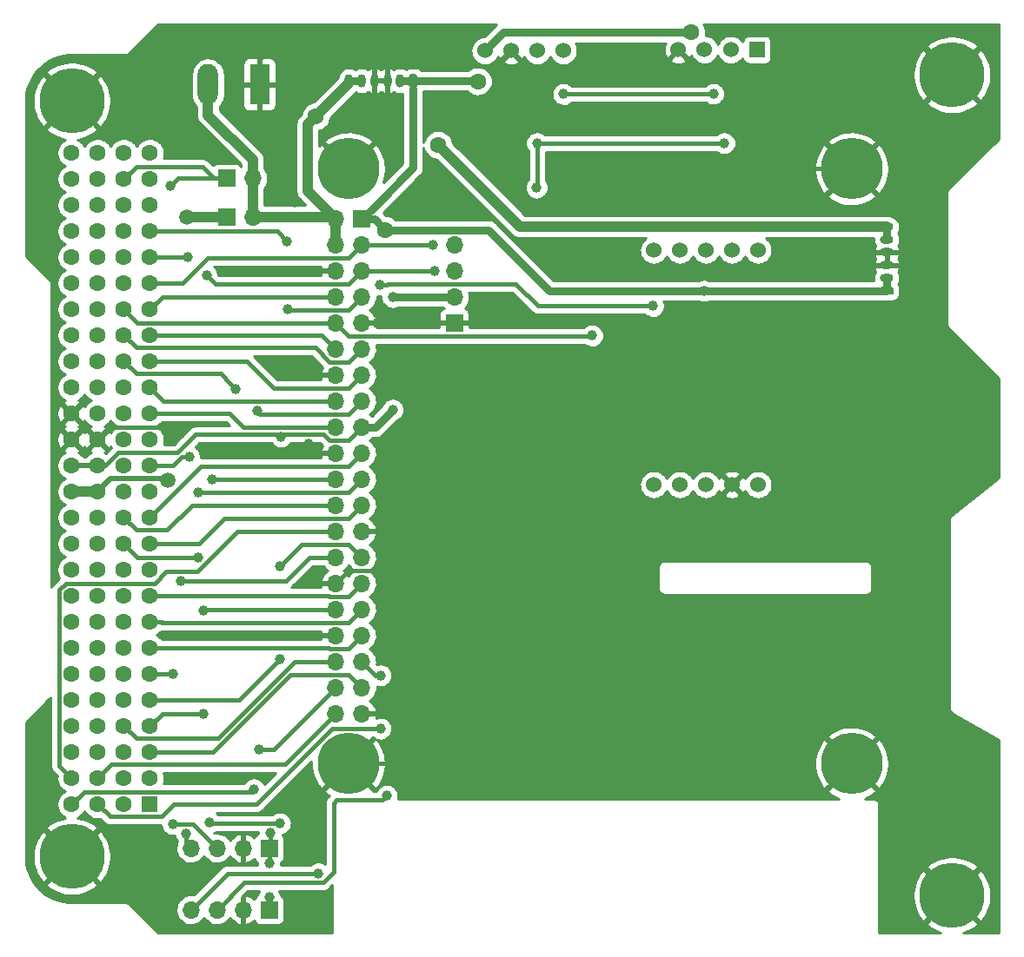
<source format=gbl>
G04 #@! TF.GenerationSoftware,KiCad,Pcbnew,6.0.0-unknown-62d453e~86~ubuntu18.04.1*
G04 #@! TF.CreationDate,2019-07-13T13:42:48-04:00*
G04 #@! TF.ProjectId,OBC,4f42432e-6b69-4636-9164-5f7063625858,rev?*
G04 #@! TF.SameCoordinates,Original*
G04 #@! TF.FileFunction,Copper,L2,Bot*
G04 #@! TF.FilePolarity,Positive*
%FSLAX46Y46*%
G04 Gerber Fmt 4.6, Leading zero omitted, Abs format (unit mm)*
G04 Created by KiCad (PCBNEW 6.0.0-unknown-62d453e~86~ubuntu18.04.1) date 2019-07-13 13:42:48*
%MOMM*%
%LPD*%
G04 APERTURE LIST*
%ADD10O,1.700000X1.700000*%
%ADD11R,1.700000X1.700000*%
%ADD12C,6.350000*%
%ADD13C,1.600000*%
%ADD14R,1.600000X1.600000*%
%ADD15C,6.000000*%
%ADD16O,1.300000X0.800000*%
%ADD17C,0.100000*%
%ADD18C,0.800000*%
%ADD19O,0.800000X1.300000*%
%ADD20C,1.524000*%
%ADD21R,1.524000X1.524000*%
%ADD22O,1.980000X3.960000*%
%ADD23R,1.980000X3.960000*%
%ADD24C,1.000000*%
%ADD25C,1.500000*%
%ADD26C,0.400000*%
%ADD27C,0.500000*%
%ADD28C,0.800000*%
%ADD29C,1.000000*%
%ADD30C,0.254000*%
G04 APERTURE END LIST*
D10*
X110840000Y-61500000D03*
D11*
X108300000Y-61500000D03*
D12*
X178955000Y-51405000D03*
X178955000Y-131415000D03*
D13*
X95745000Y-122525000D03*
X93205000Y-122525000D03*
X95745000Y-119985000D03*
X93205000Y-119985000D03*
X95745000Y-117445000D03*
X93205000Y-117445000D03*
X95745000Y-114905000D03*
X93205000Y-114905000D03*
X95745000Y-112365000D03*
X93205000Y-112365000D03*
X95745000Y-109825000D03*
X93205000Y-109825000D03*
X95745000Y-107285000D03*
X93205000Y-107285000D03*
X95745000Y-104745000D03*
X93205000Y-104745000D03*
X95745000Y-102205000D03*
X93205000Y-102205000D03*
X95745000Y-99665000D03*
X93205000Y-99665000D03*
X95745000Y-97125000D03*
X93205000Y-97125000D03*
X95745000Y-94585000D03*
X93205000Y-94585000D03*
X95745000Y-92045000D03*
X93205000Y-92045000D03*
X95745000Y-89505000D03*
X93205000Y-89505000D03*
X95745000Y-86965000D03*
X93205000Y-86965000D03*
X95745000Y-84425000D03*
X93205000Y-84425000D03*
X95745000Y-81885000D03*
X93205000Y-81885000D03*
X95745000Y-79345000D03*
X93205000Y-79345000D03*
X95745000Y-76805000D03*
X93205000Y-76805000D03*
X95745000Y-74265000D03*
X93205000Y-74265000D03*
X95745000Y-71725000D03*
X93205000Y-71725000D03*
X95745000Y-69185000D03*
X93205000Y-69185000D03*
X95745000Y-66645000D03*
X93205000Y-66645000D03*
X95745000Y-64105000D03*
X93205000Y-64105000D03*
X95745000Y-61565000D03*
X93205000Y-61565000D03*
X95745000Y-59025000D03*
X93205000Y-59025000D03*
D14*
X100825000Y-122525000D03*
D13*
X98285000Y-122525000D03*
X100825000Y-119985000D03*
X98285000Y-119985000D03*
X100825000Y-117445000D03*
X98285000Y-117445000D03*
X100825000Y-114905000D03*
X98285000Y-114905000D03*
X100825000Y-112365000D03*
X98285000Y-112365000D03*
X100825000Y-109825000D03*
X98285000Y-109825000D03*
X100825000Y-107285000D03*
X98285000Y-107285000D03*
X100825000Y-104745000D03*
X98285000Y-104745000D03*
X100825000Y-102205000D03*
X98285000Y-102205000D03*
X100825000Y-99665000D03*
X98285000Y-99665000D03*
X100825000Y-97125000D03*
X98285000Y-97125000D03*
X100825000Y-94585000D03*
X98285000Y-94585000D03*
X100825000Y-92045000D03*
X98285000Y-92045000D03*
X100825000Y-89505000D03*
X98285000Y-89505000D03*
X100825000Y-86965000D03*
X98285000Y-86965000D03*
X100825000Y-84425000D03*
X98285000Y-84425000D03*
X100825000Y-81885000D03*
X98285000Y-81885000D03*
X100825000Y-79345000D03*
X98285000Y-79345000D03*
X100825000Y-76805000D03*
X98285000Y-76805000D03*
X100825000Y-74265000D03*
X98285000Y-74265000D03*
X100825000Y-71725000D03*
X98285000Y-71725000D03*
X100825000Y-69185000D03*
X98285000Y-69185000D03*
X100825000Y-66645000D03*
X98285000Y-66645000D03*
X100825000Y-64105000D03*
X98285000Y-64105000D03*
X100825000Y-61565000D03*
X98285000Y-61565000D03*
X100825000Y-59025000D03*
X98285000Y-59025000D03*
D12*
X93225000Y-53945000D03*
X93225000Y-127605000D03*
D15*
X169180000Y-60570000D03*
X169180000Y-118570000D03*
X120180000Y-118570000D03*
X120180000Y-60570000D03*
D10*
X130475000Y-67980000D03*
X130475000Y-70520000D03*
X130475000Y-73060000D03*
D11*
X130475000Y-75600000D03*
D16*
X172600000Y-66200000D03*
X172600000Y-67450000D03*
X172600000Y-68700000D03*
X172600000Y-69950000D03*
X172600000Y-71200000D03*
D17*
G36*
X173126537Y-72065224D02*
G01*
X173191421Y-72108579D01*
X173234776Y-72173463D01*
X173250000Y-72250000D01*
X173250000Y-72650000D01*
X173234776Y-72726537D01*
X173191421Y-72791421D01*
X173126537Y-72834776D01*
X173050000Y-72850000D01*
X172150000Y-72850000D01*
X172073463Y-72834776D01*
X172008579Y-72791421D01*
X171965224Y-72726537D01*
X171950000Y-72650000D01*
X171950000Y-72250000D01*
X171965224Y-72173463D01*
X172008579Y-72108579D01*
X172073463Y-72065224D01*
X172150000Y-72050000D01*
X173050000Y-72050000D01*
X173126537Y-72065224D01*
X173126537Y-72065224D01*
G37*
D18*
X172600000Y-72450000D03*
D19*
X120200000Y-51975000D03*
X121450000Y-51975000D03*
X122700000Y-51975000D03*
X123950000Y-51975000D03*
X125200000Y-51975000D03*
D17*
G36*
X126726537Y-51340224D02*
G01*
X126791421Y-51383579D01*
X126834776Y-51448463D01*
X126850000Y-51525000D01*
X126850000Y-52425000D01*
X126834776Y-52501537D01*
X126791421Y-52566421D01*
X126726537Y-52609776D01*
X126650000Y-52625000D01*
X126250000Y-52625000D01*
X126173463Y-52609776D01*
X126108579Y-52566421D01*
X126065224Y-52501537D01*
X126050000Y-52425000D01*
X126050000Y-51525000D01*
X126065224Y-51448463D01*
X126108579Y-51383579D01*
X126173463Y-51340224D01*
X126250000Y-51325000D01*
X126650000Y-51325000D01*
X126726537Y-51340224D01*
X126726537Y-51340224D01*
G37*
D18*
X126450000Y-51975000D03*
D20*
X160055000Y-68495000D03*
X157515000Y-68495000D03*
X154975000Y-68495000D03*
X152435000Y-68495000D03*
X149895000Y-68495000D03*
X149895000Y-91355000D03*
X152435000Y-91355000D03*
X154975000Y-91355000D03*
X157515000Y-91355000D03*
X160055000Y-91355000D03*
X152280000Y-48955000D03*
X154840000Y-48955000D03*
X157400000Y-48955000D03*
D21*
X159960000Y-48955000D03*
D20*
X141085000Y-49045000D03*
X138545000Y-49045000D03*
X136005000Y-49045000D03*
X133465000Y-49045000D03*
D10*
X104830000Y-132800000D03*
X107370000Y-132800000D03*
X109910000Y-132800000D03*
D11*
X112450000Y-132800000D03*
D10*
X104830000Y-126800000D03*
X107370000Y-126800000D03*
X109910000Y-126800000D03*
D11*
X112450000Y-126800000D03*
D22*
X106500000Y-52350000D03*
D23*
X111500000Y-52350000D03*
D10*
X110840000Y-65250000D03*
D11*
X108300000Y-65250000D03*
D10*
X118910000Y-113700000D03*
X121450000Y-113700000D03*
X118910000Y-111160000D03*
X121450000Y-111160000D03*
X118910000Y-108620000D03*
X121450000Y-108620000D03*
X118910000Y-106080000D03*
X121450000Y-106080000D03*
X118910000Y-103540000D03*
X121450000Y-103540000D03*
X118910000Y-101000000D03*
X121450000Y-101000000D03*
X118910000Y-98460000D03*
X121450000Y-98460000D03*
X118910000Y-95920000D03*
X121450000Y-95920000D03*
X118910000Y-93380000D03*
X121450000Y-93380000D03*
X118910000Y-90840000D03*
X121450000Y-90840000D03*
X118910000Y-88300000D03*
X121450000Y-88300000D03*
X118910000Y-85760000D03*
X121450000Y-85760000D03*
X118910000Y-83220000D03*
X121450000Y-83220000D03*
X118910000Y-80680000D03*
X121450000Y-80680000D03*
X118910000Y-78140000D03*
X121450000Y-78140000D03*
X118910000Y-75600000D03*
X121450000Y-75600000D03*
X118910000Y-73060000D03*
X121450000Y-73060000D03*
X118910000Y-70520000D03*
X121450000Y-70520000D03*
X118910000Y-67980000D03*
X121450000Y-67980000D03*
X118910000Y-65440000D03*
D11*
X121450000Y-65440000D03*
D24*
X109850000Y-106075000D03*
X124075000Y-99725000D03*
X127450000Y-97125000D03*
X124100000Y-97125000D03*
X123000000Y-75600000D03*
X124450000Y-113700000D03*
X127850000Y-113700000D03*
X112450000Y-128250000D03*
X112450000Y-131550000D03*
X154800000Y-72450000D03*
X113575001Y-86660000D03*
X124475000Y-73075000D03*
X112525000Y-125275000D03*
D13*
X123775000Y-66525000D03*
D24*
X124475000Y-84050000D03*
D13*
X132775000Y-52025000D03*
D24*
X114950000Y-63800000D03*
X110825000Y-88125000D03*
X109850000Y-119950000D03*
X104350000Y-125350000D03*
X106625000Y-124275000D03*
X113500000Y-124375000D03*
X103050000Y-124450000D03*
X126975000Y-75600000D03*
X143900000Y-76825000D03*
X149825000Y-73950000D03*
X123200000Y-71850000D03*
X155700000Y-53250000D03*
X141085000Y-53285000D03*
X156775000Y-58050000D03*
X138500000Y-62400000D03*
X138525000Y-58050000D03*
D13*
X153550000Y-47275000D03*
X128900000Y-58225000D03*
X116979999Y-55445001D03*
D24*
X128525000Y-70525000D03*
X128425000Y-67975000D03*
X103850000Y-86350000D03*
X116450000Y-70500000D03*
X114250000Y-74250000D03*
X114200000Y-67650000D03*
X112500000Y-70500000D03*
X116400000Y-80700000D03*
X111250000Y-84150000D03*
X109150000Y-82000000D03*
X116250000Y-87350000D03*
X106850000Y-90850000D03*
X104650000Y-88650000D03*
X105500000Y-92150000D03*
X105500000Y-98450000D03*
X116400000Y-101000000D03*
X116250000Y-106100000D03*
X103050000Y-109800000D03*
X103850000Y-100750000D03*
X113500000Y-99300000D03*
X113500000Y-108350000D03*
X106050000Y-103600000D03*
X106050000Y-113700000D03*
X110950000Y-121050000D03*
X111450000Y-117150000D03*
D25*
X102600000Y-90950000D03*
D24*
X106350000Y-70975000D03*
X104525000Y-69150000D03*
X160900000Y-60600000D03*
X164280000Y-60570000D03*
X130500000Y-79425000D03*
X168600000Y-69950000D03*
X168625000Y-74350000D03*
D25*
X104425000Y-65250000D03*
D24*
X123925000Y-57825000D03*
X125750000Y-63575000D03*
X102850000Y-62200000D03*
X123300000Y-115150000D03*
X123300000Y-109950000D03*
X117250000Y-129250000D03*
X123900000Y-121700000D03*
X127350000Y-118550000D03*
D26*
X109875000Y-106100000D02*
X109850000Y-106075000D01*
X116250000Y-106100000D02*
X109875000Y-106100000D01*
X120185000Y-99725000D02*
X120874998Y-99725000D01*
X118910000Y-101000000D02*
X120185000Y-99725000D01*
X120874998Y-99725000D02*
X124075000Y-99725000D01*
X124100000Y-97125000D02*
X127450000Y-97125000D01*
X122895000Y-95920000D02*
X124100000Y-97125000D01*
X121450000Y-95920000D02*
X122895000Y-95920000D01*
X121450000Y-75600000D02*
X123000000Y-75600000D01*
X123000000Y-75600000D02*
X126975000Y-75600000D01*
X121450000Y-113700000D02*
X124450000Y-113700000D01*
X124450000Y-113700000D02*
X127850000Y-113700000D01*
X112450000Y-128250000D02*
X112450000Y-126800000D01*
X112450000Y-132800000D02*
X112450000Y-131550000D01*
X96508998Y-89505000D02*
X97763998Y-88250000D01*
X95745000Y-89505000D02*
X96508998Y-89505000D01*
D27*
X93205000Y-89505000D02*
X95745000Y-89505000D01*
D26*
X120600001Y-86609999D02*
X121450000Y-85760000D01*
X120199999Y-87010001D02*
X120600001Y-86609999D01*
X118309999Y-87010001D02*
X120199999Y-87010001D01*
X117749997Y-86449999D02*
X118309999Y-87010001D01*
X103494352Y-88250000D02*
X105294353Y-86449999D01*
X97763998Y-88250000D02*
X103494352Y-88250000D01*
X112525000Y-126725000D02*
X112450000Y-126800000D01*
D28*
X121450000Y-65440000D02*
X122690000Y-65440000D01*
D26*
X132725000Y-51975000D02*
X132775000Y-52025000D01*
D28*
X172600000Y-71200000D02*
X172600000Y-72450000D01*
X126450000Y-51975000D02*
X132725000Y-51975000D01*
D26*
X124490000Y-73060000D02*
X124475000Y-73075000D01*
D28*
X154800000Y-72450000D02*
X139710000Y-72450000D01*
X126450000Y-59190000D02*
X126450000Y-52725000D01*
D26*
X126450000Y-52725000D02*
X126450000Y-51975000D01*
D28*
X130475000Y-73060000D02*
X124490000Y-73060000D01*
X121450000Y-85760000D02*
X122765000Y-85760000D01*
X172600000Y-72450000D02*
X154800000Y-72450000D01*
X139710000Y-72450000D02*
X138460000Y-71200000D01*
D26*
X112525000Y-125275000D02*
X112525000Y-126725000D01*
D28*
X122765000Y-85760000D02*
X124475000Y-84050000D01*
D26*
X113575001Y-86449999D02*
X113575001Y-86660000D01*
D28*
X122690000Y-65440000D02*
X123775000Y-66525000D01*
X125200000Y-51975000D02*
X126450000Y-51975000D01*
D26*
X113575001Y-86449999D02*
X117749997Y-86449999D01*
X105294353Y-86449999D02*
X113575001Y-86449999D01*
X115475000Y-88125000D02*
X113442003Y-88125000D01*
X116250000Y-87350000D02*
X115475000Y-88125000D01*
X113442003Y-88125000D02*
X110825000Y-88125000D01*
X104350000Y-125350000D02*
X104350000Y-126320000D01*
X104350000Y-126320000D02*
X104830000Y-126800000D01*
X106725000Y-124375000D02*
X106625000Y-124275000D01*
X113500000Y-124375000D02*
X106725000Y-124375000D01*
X103050000Y-124450000D02*
X105020000Y-124450000D01*
X105020000Y-124450000D02*
X107370000Y-126800000D01*
D28*
X172600000Y-67450000D02*
X172600000Y-66200000D01*
D26*
X120160001Y-76850001D02*
X143874999Y-76850001D01*
X118910000Y-75600000D02*
X120160001Y-76850001D01*
X143874999Y-76850001D02*
X143900000Y-76825000D01*
X138650000Y-73950000D02*
X149825000Y-73950000D01*
X136470001Y-71770001D02*
X138650000Y-73950000D01*
X123907106Y-71850000D02*
X123987105Y-71770001D01*
X123200000Y-71850000D02*
X123907106Y-71850000D01*
X123987105Y-71770001D02*
X136470001Y-71770001D01*
X155665000Y-53285000D02*
X155700000Y-53250000D01*
X141085000Y-53285000D02*
X155665000Y-53285000D01*
X138525000Y-58050000D02*
X156775000Y-58050000D01*
X138525000Y-62375000D02*
X138500000Y-62400000D01*
X138525000Y-58050000D02*
X138525000Y-62375000D01*
D28*
X135235000Y-47275000D02*
X153550000Y-47275000D01*
X133465000Y-49045000D02*
X135235000Y-47275000D01*
D29*
X128900000Y-58225000D02*
X136875000Y-66200000D01*
X136875000Y-66200000D02*
X172600000Y-66200000D01*
D26*
X128520000Y-70520000D02*
X128525000Y-70525000D01*
X121450000Y-70520000D02*
X128520000Y-70520000D01*
X128420000Y-67980000D02*
X128425000Y-67975000D01*
X121450000Y-67980000D02*
X128420000Y-67980000D01*
D28*
X121450000Y-51975000D02*
X120200000Y-51975000D01*
X120200000Y-51975000D02*
X120200000Y-52225000D01*
D29*
X120200000Y-52225000D02*
X116979999Y-55445001D01*
X118910000Y-65440000D02*
X118910000Y-67980000D01*
X110840000Y-65250000D02*
X118720000Y-65250000D01*
X118720000Y-65250000D02*
X118910000Y-65440000D01*
D26*
X108575000Y-84425000D02*
X109910000Y-85760000D01*
X109910000Y-85760000D02*
X118910000Y-85760000D01*
X100825000Y-84425000D02*
X108575000Y-84425000D01*
X96945001Y-85764999D02*
X103264999Y-85764999D01*
X95745000Y-86965000D02*
X96945001Y-85764999D01*
X103264999Y-85764999D02*
X103850000Y-86350000D01*
X102030000Y-73060000D02*
X100825000Y-74265000D01*
X118910000Y-73060000D02*
X102030000Y-73060000D01*
X99620000Y-75600000D02*
X98285000Y-74265000D01*
X118910000Y-75600000D02*
X99620000Y-75600000D01*
X117575000Y-76805000D02*
X118910000Y-78140000D01*
X100825000Y-76805000D02*
X117575000Y-76805000D01*
X118910000Y-70520000D02*
X116470000Y-70520000D01*
X116470000Y-70520000D02*
X116450000Y-70500000D01*
X114310001Y-74310001D02*
X114250000Y-74250000D01*
X121450000Y-73060000D02*
X120199999Y-74310001D01*
X120199999Y-74310001D02*
X114310001Y-74310001D01*
X113195000Y-66645000D02*
X100825000Y-66645000D01*
X114200000Y-67650000D02*
X113195000Y-66645000D01*
X116450000Y-70500000D02*
X112500000Y-70500000D01*
X118910000Y-80680000D02*
X116420000Y-80680000D01*
X116420000Y-80680000D02*
X116400000Y-80700000D01*
X102160000Y-83220000D02*
X100825000Y-81885000D01*
X118910000Y-83220000D02*
X102160000Y-83220000D01*
X111570001Y-84470001D02*
X111250000Y-84150000D01*
X121450000Y-83220000D02*
X120199999Y-84470001D01*
X120199999Y-84470001D02*
X111570001Y-84470001D01*
X108650001Y-81500001D02*
X109150000Y-82000000D01*
X107695001Y-80545001D02*
X108650001Y-81500001D01*
X99485001Y-80545001D02*
X107695001Y-80545001D01*
X98285000Y-79345000D02*
X99485001Y-80545001D01*
X120199999Y-81930001D02*
X121450000Y-80680000D01*
X112880001Y-81930001D02*
X120199999Y-81930001D01*
X100825000Y-79345000D02*
X110295000Y-79345000D01*
X110295000Y-79345000D02*
X112880001Y-81930001D01*
X116924999Y-78005001D02*
X118309999Y-79390001D01*
X120199999Y-79390001D02*
X120600001Y-78989999D01*
X99485001Y-78005001D02*
X116924999Y-78005001D01*
X120600001Y-78989999D02*
X121450000Y-78140000D01*
X118309999Y-79390001D02*
X120199999Y-79390001D01*
X98285000Y-76805000D02*
X99485001Y-78005001D01*
X118910000Y-88300000D02*
X117200000Y-88300000D01*
X117200000Y-88300000D02*
X116250000Y-87350000D01*
X120600001Y-89149999D02*
X121450000Y-88300000D01*
X120160001Y-89589999D02*
X120600001Y-89149999D01*
X105820001Y-89589999D02*
X120160001Y-89589999D01*
X100825000Y-94585000D02*
X105820001Y-89589999D01*
X118910000Y-90840000D02*
X106860000Y-90840000D01*
X106860000Y-90840000D02*
X106850000Y-90850000D01*
X101956370Y-89505000D02*
X100825000Y-89505000D01*
X103087894Y-89505000D02*
X101956370Y-89505000D01*
X103942894Y-88650000D02*
X103087894Y-89505000D01*
X104650000Y-88650000D02*
X103942894Y-88650000D01*
X102514999Y-95785001D02*
X104920000Y-93380000D01*
X98285000Y-94585000D02*
X99485001Y-95785001D01*
X104920000Y-93380000D02*
X118910000Y-93380000D01*
X99485001Y-95785001D02*
X102514999Y-95785001D01*
X100825000Y-97125000D02*
X105575000Y-97125000D01*
X120600001Y-94229999D02*
X121450000Y-93380000D01*
X120160001Y-94669999D02*
X120600001Y-94229999D01*
X108030001Y-94669999D02*
X120160001Y-94669999D01*
X105575000Y-97125000D02*
X108030001Y-94669999D01*
X105559999Y-92090001D02*
X105500000Y-92150000D01*
X121450000Y-90840000D02*
X120199999Y-92090001D01*
X120199999Y-92090001D02*
X105559999Y-92090001D01*
X99610000Y-98450000D02*
X98285000Y-97125000D01*
X105500000Y-98450000D02*
X99610000Y-98450000D01*
X118910000Y-101000000D02*
X116400000Y-101000000D01*
X118910000Y-106080000D02*
X116270000Y-106080000D01*
X116270000Y-106080000D02*
X116250000Y-106100000D01*
X120600001Y-101849999D02*
X121450000Y-101000000D01*
X120199999Y-102250001D02*
X120600001Y-101849999D01*
X118309999Y-102250001D02*
X120199999Y-102250001D01*
X118264998Y-102205000D02*
X118309999Y-102250001D01*
X100825000Y-102205000D02*
X118264998Y-102205000D01*
X120199999Y-104790001D02*
X120600001Y-104389999D01*
X102001371Y-104790001D02*
X120199999Y-104790001D01*
X101956370Y-104745000D02*
X102001371Y-104790001D01*
X120600001Y-104389999D02*
X121450000Y-103540000D01*
X100825000Y-104745000D02*
X101956370Y-104745000D01*
X120600001Y-106929999D02*
X121450000Y-106080000D01*
X120199999Y-107330001D02*
X120600001Y-106929999D01*
X118309999Y-107330001D02*
X120199999Y-107330001D01*
X118264998Y-107285000D02*
X118309999Y-107330001D01*
X100825000Y-107285000D02*
X118264998Y-107285000D01*
X100825000Y-109825000D02*
X103025000Y-109825000D01*
X103025000Y-109825000D02*
X103050000Y-109800000D01*
X103850000Y-100750000D02*
X114050000Y-100750000D01*
X116340000Y-98460000D02*
X118910000Y-98460000D01*
X114050000Y-100750000D02*
X116340000Y-98460000D01*
X115590001Y-97209999D02*
X113500000Y-99300000D01*
X121450000Y-98460000D02*
X120199999Y-97209999D01*
X120199999Y-97209999D02*
X115590001Y-97209999D01*
X109485000Y-112365000D02*
X113500000Y-108350000D01*
X100825000Y-112365000D02*
X109485000Y-112365000D01*
X92405001Y-119185001D02*
X93205000Y-119985000D01*
X92004999Y-118784999D02*
X92405001Y-119185001D01*
X92004999Y-101628999D02*
X92004999Y-118784999D01*
X92628999Y-101004999D02*
X92004999Y-101628999D01*
X101261003Y-101004999D02*
X92628999Y-101004999D01*
X102416003Y-99849999D02*
X101261003Y-101004999D01*
X105432003Y-99849999D02*
X102416003Y-99849999D01*
X109362002Y-95920000D02*
X105432003Y-99849999D01*
X118910000Y-95920000D02*
X109362002Y-95920000D01*
X118910000Y-103540000D02*
X106110000Y-103540000D01*
X106110000Y-103540000D02*
X106050000Y-103600000D01*
X102030000Y-113700000D02*
X100825000Y-114905000D01*
X106050000Y-113700000D02*
X102030000Y-113700000D01*
X99485001Y-116105001D02*
X107444999Y-116105001D01*
X98285000Y-114905000D02*
X99485001Y-116105001D01*
X114930000Y-108620000D02*
X118910000Y-108620000D01*
X107444999Y-116105001D02*
X114930000Y-108620000D01*
X118060001Y-114549999D02*
X118910000Y-113700000D01*
X113964999Y-118645001D02*
X118060001Y-114549999D01*
X97084999Y-118645001D02*
X113964999Y-118645001D01*
X95745000Y-119985000D02*
X97084999Y-118645001D01*
X110675001Y-121324999D02*
X110950000Y-121050000D01*
X93205000Y-122525000D02*
X94405001Y-121324999D01*
X94405001Y-121324999D02*
X110675001Y-121324999D01*
X112920000Y-117150000D02*
X118910000Y-111160000D01*
X111450000Y-117150000D02*
X112920000Y-117150000D01*
X106953542Y-117445000D02*
X101956370Y-117445000D01*
X101956370Y-117445000D02*
X100825000Y-117445000D01*
X120199999Y-109909999D02*
X114488543Y-109909999D01*
X114488543Y-109909999D02*
X106953542Y-117445000D01*
X121450000Y-111160000D02*
X120199999Y-109909999D01*
D29*
X93205000Y-92045000D02*
X95745000Y-92045000D01*
D27*
X102444999Y-90794999D02*
X102600000Y-90950000D01*
X95745000Y-92045000D02*
X96995001Y-90794999D01*
X96995001Y-90794999D02*
X102444999Y-90794999D01*
D26*
X107184999Y-71809999D02*
X120160001Y-71809999D01*
X106350000Y-70975000D02*
X107184999Y-71809999D01*
X120600001Y-71369999D02*
X121450000Y-70520000D01*
X120160001Y-71809999D02*
X120600001Y-71369999D01*
X100825000Y-69185000D02*
X104490000Y-69185000D01*
X104490000Y-69185000D02*
X104525000Y-69150000D01*
X104025000Y-71725000D02*
X100825000Y-71725000D01*
X120160001Y-69269999D02*
X106480001Y-69269999D01*
X106480001Y-69269999D02*
X104025000Y-71725000D01*
X121450000Y-67980000D02*
X120160001Y-69269999D01*
X169180000Y-60570000D02*
X164280000Y-60570000D01*
X160930000Y-60570000D02*
X160900000Y-60600000D01*
X164280000Y-60570000D02*
X160930000Y-60570000D01*
D28*
X133785000Y-66525000D02*
X138460000Y-71200000D01*
X123775000Y-66525000D02*
X133785000Y-66525000D01*
D26*
X172600000Y-69950000D02*
X168600000Y-69950000D01*
D29*
X104425000Y-65250000D02*
X108300000Y-65250000D01*
D26*
X123950000Y-51975000D02*
X123950000Y-57800000D01*
X123950000Y-57800000D02*
X123925000Y-57825000D01*
D29*
X116180000Y-56245000D02*
X116979999Y-55445001D01*
X116180000Y-62710000D02*
X116180000Y-56245000D01*
X118910000Y-65440000D02*
X116180000Y-62710000D01*
D28*
X122690000Y-64227998D02*
X126450000Y-60467998D01*
X126450000Y-60467998D02*
X126450000Y-59190000D01*
X121477998Y-65440000D02*
X122690000Y-64227998D01*
D26*
X121450000Y-65440000D02*
X121477998Y-65440000D01*
X107050000Y-61500000D02*
X108300000Y-61500000D01*
X105914999Y-60364999D02*
X107050000Y-61500000D01*
X99485001Y-60364999D02*
X105914999Y-60364999D01*
X98285000Y-61565000D02*
X99485001Y-60364999D01*
X103550000Y-61500000D02*
X108300000Y-61500000D01*
X102850000Y-62200000D02*
X103550000Y-61500000D01*
D29*
X110840000Y-60297919D02*
X110840000Y-61500000D01*
X106500000Y-55330000D02*
X110840000Y-59670000D01*
X110840000Y-59670000D02*
X110840000Y-60297919D01*
X106500000Y-52350000D02*
X106500000Y-55330000D01*
X110840000Y-61500000D02*
X110840000Y-65250000D01*
D26*
X96945001Y-123725001D02*
X101945001Y-123725001D01*
X95745000Y-122525000D02*
X96945001Y-123725001D01*
X101945001Y-123725001D02*
X103145002Y-122525000D01*
X103145002Y-122525000D02*
X111192998Y-122525000D01*
X111192998Y-122525000D02*
X118567998Y-115150000D01*
X118567998Y-115150000D02*
X123300000Y-115150000D01*
X122780000Y-109950000D02*
X121450000Y-108620000D01*
X123300000Y-109950000D02*
X122780000Y-109950000D01*
X104830000Y-132800000D02*
X108380000Y-129250000D01*
X108380000Y-129250000D02*
X117250000Y-129250000D01*
X123495010Y-122104990D02*
X123900000Y-121700000D01*
X110019999Y-130150001D02*
X117682001Y-130150001D01*
X107370000Y-132800000D02*
X110019999Y-130150001D01*
X117682001Y-130150001D02*
X118724990Y-129107012D01*
X118724990Y-129107012D02*
X118724990Y-122397890D01*
X118724990Y-122397890D02*
X119017890Y-122104990D01*
X119017890Y-122104990D02*
X123495010Y-122104990D01*
X120180000Y-118570000D02*
X127330000Y-118570000D01*
X127330000Y-118570000D02*
X127350000Y-118550000D01*
D30*
G36*
X91170000Y-118691453D02*
G01*
X91168155Y-118699607D01*
X91165268Y-118735499D01*
X91170000Y-118811777D01*
X91170000Y-118835834D01*
X91171282Y-118853836D01*
X91173623Y-118870186D01*
X91177825Y-118937912D01*
X91185126Y-118973170D01*
X91190507Y-118988076D01*
X91192753Y-119003759D01*
X91202859Y-119038320D01*
X91230944Y-119100090D01*
X91253989Y-119163925D01*
X91271355Y-119196345D01*
X91280056Y-119208104D01*
X91286800Y-119222936D01*
X91306200Y-119253272D01*
X91357733Y-119313079D01*
X91367832Y-119326727D01*
X91380120Y-119340989D01*
X91392138Y-119353007D01*
X91438582Y-119406908D01*
X91465716Y-119430579D01*
X91477068Y-119437937D01*
X91789274Y-119750143D01*
X91771929Y-119848512D01*
X91770000Y-119870565D01*
X91770000Y-120099435D01*
X91771929Y-120121488D01*
X91811672Y-120346881D01*
X91817402Y-120368265D01*
X91895681Y-120583333D01*
X91905037Y-120603396D01*
X92019472Y-120801604D01*
X92032170Y-120819738D01*
X92179285Y-120995062D01*
X92194938Y-121010715D01*
X92370262Y-121157830D01*
X92388396Y-121170528D01*
X92534706Y-121255000D01*
X92388396Y-121339472D01*
X92370262Y-121352170D01*
X92194938Y-121499285D01*
X92179285Y-121514938D01*
X92032170Y-121690262D01*
X92019472Y-121708396D01*
X91905037Y-121906604D01*
X91895681Y-121926667D01*
X91817402Y-122141735D01*
X91811672Y-122163119D01*
X91771929Y-122388512D01*
X91770000Y-122410565D01*
X91770000Y-122639435D01*
X91771929Y-122661488D01*
X91811672Y-122886881D01*
X91817402Y-122908265D01*
X91895681Y-123123333D01*
X91905037Y-123143396D01*
X92019472Y-123341604D01*
X92032170Y-123359738D01*
X92179285Y-123535062D01*
X92194938Y-123550715D01*
X92370262Y-123697830D01*
X92388396Y-123710528D01*
X92586604Y-123824963D01*
X92606667Y-123834319D01*
X92618798Y-123838734D01*
X92244056Y-123918388D01*
X92231216Y-123921829D01*
X91864075Y-124041121D01*
X91851664Y-124045885D01*
X91499003Y-124202900D01*
X91487159Y-124208935D01*
X91152842Y-124401953D01*
X91141693Y-124409193D01*
X90829383Y-124636099D01*
X90819053Y-124644464D01*
X90721191Y-124732579D01*
X90683655Y-124793505D01*
X90685018Y-124865052D01*
X90716367Y-124916762D01*
X93135197Y-127335593D01*
X93198004Y-127369888D01*
X93269382Y-127364783D01*
X93314803Y-127335593D01*
X95733633Y-124916762D01*
X95767928Y-124853955D01*
X95762823Y-124782577D01*
X95728809Y-124732579D01*
X95630947Y-124644464D01*
X95620617Y-124636099D01*
X95308307Y-124409193D01*
X95297158Y-124401953D01*
X94962841Y-124208935D01*
X94950997Y-124202900D01*
X94598336Y-124045885D01*
X94585925Y-124041121D01*
X94218784Y-123921829D01*
X94205944Y-123918388D01*
X93828344Y-123838127D01*
X93815214Y-123836048D01*
X93802309Y-123834692D01*
X93803333Y-123834319D01*
X93823396Y-123824963D01*
X94021604Y-123710528D01*
X94039738Y-123697830D01*
X94215062Y-123550715D01*
X94230715Y-123535062D01*
X94377830Y-123359738D01*
X94390528Y-123341604D01*
X94475000Y-123195294D01*
X94559472Y-123341604D01*
X94572170Y-123359738D01*
X94719285Y-123535062D01*
X94734938Y-123550715D01*
X94910262Y-123697830D01*
X94928396Y-123710528D01*
X95126604Y-123824963D01*
X95146667Y-123834319D01*
X95361735Y-123912598D01*
X95383119Y-123918328D01*
X95608512Y-123958071D01*
X95630565Y-123960000D01*
X95859435Y-123960000D01*
X95881488Y-123958071D01*
X95979857Y-123940726D01*
X96288424Y-124249293D01*
X96292881Y-124256357D01*
X96316218Y-124283779D01*
X96373498Y-124334367D01*
X96390512Y-124351381D01*
X96404150Y-124363204D01*
X96417358Y-124373103D01*
X96468226Y-124418028D01*
X96498320Y-124437796D01*
X96512664Y-124444531D01*
X96525343Y-124454033D01*
X96556926Y-124471324D01*
X96620464Y-124495143D01*
X96681899Y-124523987D01*
X96717103Y-124534632D01*
X96731568Y-124536794D01*
X96746824Y-124542513D01*
X96781993Y-124550246D01*
X96860732Y-124556097D01*
X96877519Y-124558606D01*
X96896289Y-124560001D01*
X96913268Y-124560001D01*
X96984240Y-124565275D01*
X97020164Y-124562826D01*
X97033398Y-124560001D01*
X101851459Y-124560001D01*
X101859609Y-124561845D01*
X101895500Y-124564732D01*
X101914120Y-124563577D01*
X101917085Y-124590426D01*
X101972797Y-124827954D01*
X101983283Y-124856610D01*
X102094045Y-125073993D01*
X102111065Y-125099320D01*
X102270483Y-125284008D01*
X102293052Y-125304545D01*
X102491923Y-125445875D01*
X102518740Y-125460436D01*
X102745581Y-125550249D01*
X102775097Y-125557992D01*
X103016815Y-125591103D01*
X103047326Y-125591582D01*
X103236156Y-125571735D01*
X103272797Y-125727954D01*
X103283283Y-125756610D01*
X103394045Y-125973993D01*
X103411065Y-125999320D01*
X103511804Y-126116027D01*
X103454018Y-126229683D01*
X103445938Y-126249580D01*
X103377597Y-126469674D01*
X103372986Y-126490648D01*
X103342705Y-126719111D01*
X103341693Y-126740563D01*
X103350339Y-126970862D01*
X103352957Y-126992176D01*
X103400282Y-127217725D01*
X103406453Y-127238295D01*
X103491104Y-127452646D01*
X103500652Y-127471881D01*
X103620209Y-127668905D01*
X103632862Y-127686257D01*
X103783906Y-127860320D01*
X103799302Y-127875292D01*
X103977515Y-128021417D01*
X103995213Y-128033580D01*
X104195498Y-128147589D01*
X104214993Y-128156597D01*
X104431624Y-128235230D01*
X104458269Y-128241750D01*
X104776275Y-128283899D01*
X104792962Y-128285000D01*
X104887854Y-128285000D01*
X104898592Y-128284545D01*
X105070374Y-128269969D01*
X105091541Y-128266351D01*
X105314610Y-128208454D01*
X105334866Y-128201321D01*
X105544992Y-128106666D01*
X105563757Y-128096222D01*
X105754930Y-127967517D01*
X105771666Y-127954060D01*
X105938420Y-127794984D01*
X105952650Y-127778901D01*
X106090218Y-127594003D01*
X106101534Y-127575751D01*
X106102513Y-127573825D01*
X106160209Y-127668905D01*
X106172862Y-127686257D01*
X106323906Y-127860320D01*
X106339302Y-127875292D01*
X106517515Y-128021417D01*
X106535213Y-128033580D01*
X106735498Y-128147589D01*
X106754993Y-128156597D01*
X106971624Y-128235230D01*
X106998269Y-128241750D01*
X107316275Y-128283899D01*
X107332962Y-128285000D01*
X107427854Y-128285000D01*
X107438592Y-128284545D01*
X107610374Y-128269969D01*
X107631541Y-128266351D01*
X107854610Y-128208454D01*
X107874866Y-128201321D01*
X108084992Y-128106666D01*
X108103757Y-128096222D01*
X108294930Y-127967517D01*
X108311666Y-127954060D01*
X108478420Y-127794984D01*
X108492650Y-127778901D01*
X108630218Y-127594003D01*
X108641534Y-127575751D01*
X108642513Y-127573825D01*
X108700209Y-127668905D01*
X108712862Y-127686257D01*
X108863906Y-127860320D01*
X108879302Y-127875292D01*
X109057515Y-128021417D01*
X109075213Y-128033580D01*
X109275498Y-128147589D01*
X109294993Y-128156597D01*
X109511624Y-128235230D01*
X109538269Y-128241750D01*
X109639313Y-128255143D01*
X109710028Y-128244179D01*
X109763589Y-128196724D01*
X109783000Y-128129244D01*
X109783000Y-125462900D01*
X109762839Y-125394239D01*
X109708758Y-125347377D01*
X109624095Y-125339973D01*
X109425390Y-125391546D01*
X109405134Y-125398679D01*
X109195008Y-125493334D01*
X109176243Y-125503778D01*
X108985070Y-125632483D01*
X108968334Y-125645940D01*
X108801580Y-125805016D01*
X108787350Y-125821099D01*
X108649782Y-126005997D01*
X108638466Y-126024249D01*
X108637487Y-126026175D01*
X108579791Y-125931095D01*
X108567138Y-125913743D01*
X108416094Y-125739680D01*
X108400698Y-125724708D01*
X108222485Y-125578583D01*
X108204787Y-125566420D01*
X108004502Y-125452411D01*
X107985007Y-125443403D01*
X107768376Y-125364770D01*
X107741731Y-125358250D01*
X107423725Y-125316101D01*
X107407038Y-125315000D01*
X107312146Y-125315000D01*
X107301408Y-125315455D01*
X107129626Y-125330031D01*
X107108459Y-125333649D01*
X107089450Y-125338583D01*
X107071490Y-125320622D01*
X107124260Y-125301624D01*
X107151521Y-125287913D01*
X107268789Y-125210000D01*
X111390570Y-125210000D01*
X111389007Y-125359218D01*
X111309212Y-125380599D01*
X111260448Y-125405984D01*
X111123212Y-125521138D01*
X111094861Y-125554926D01*
X111005287Y-125710073D01*
X110990201Y-125751520D01*
X110986176Y-125774347D01*
X110956094Y-125739680D01*
X110940698Y-125724708D01*
X110762485Y-125578583D01*
X110744787Y-125566420D01*
X110544502Y-125452411D01*
X110525007Y-125443403D01*
X110308376Y-125364770D01*
X110281731Y-125358250D01*
X110180687Y-125344857D01*
X110109972Y-125355821D01*
X110056411Y-125403276D01*
X110037000Y-125470756D01*
X110037000Y-128137100D01*
X110057161Y-128205761D01*
X110111242Y-128252623D01*
X110195905Y-128260027D01*
X110394610Y-128208454D01*
X110414866Y-128201321D01*
X110624992Y-128106666D01*
X110643757Y-128096222D01*
X110834930Y-127967517D01*
X110851666Y-127954060D01*
X110997005Y-127815413D01*
X111030599Y-127940789D01*
X111055984Y-127989553D01*
X111171138Y-128126788D01*
X111204926Y-128155139D01*
X111315216Y-128218815D01*
X111313736Y-128360095D01*
X111317085Y-128390426D01*
X111322849Y-128415000D01*
X108473538Y-128415000D01*
X108465393Y-128413157D01*
X108429501Y-128410269D01*
X108353239Y-128415000D01*
X108329165Y-128415000D01*
X108311161Y-128416283D01*
X108294809Y-128418625D01*
X108227087Y-128422826D01*
X108191826Y-128430128D01*
X108176927Y-128435507D01*
X108161241Y-128437753D01*
X108126679Y-128447859D01*
X108064903Y-128475947D01*
X108001073Y-128498990D01*
X107968654Y-128516355D01*
X107956895Y-128525056D01*
X107942061Y-128531801D01*
X107911728Y-128551200D01*
X107851926Y-128602728D01*
X107838268Y-128612835D01*
X107824009Y-128625121D01*
X107811992Y-128637138D01*
X107758091Y-128683582D01*
X107734420Y-128710716D01*
X107727062Y-128722068D01*
X105103854Y-131345277D01*
X104883725Y-131316101D01*
X104867038Y-131315000D01*
X104772146Y-131315000D01*
X104761408Y-131315455D01*
X104589626Y-131330031D01*
X104568459Y-131333649D01*
X104345390Y-131391546D01*
X104325134Y-131398679D01*
X104115008Y-131493334D01*
X104096243Y-131503778D01*
X103905070Y-131632483D01*
X103888334Y-131645940D01*
X103721580Y-131805016D01*
X103707350Y-131821099D01*
X103569782Y-132005997D01*
X103558466Y-132024249D01*
X103454018Y-132229683D01*
X103445938Y-132249580D01*
X103377597Y-132469674D01*
X103372986Y-132490648D01*
X103342705Y-132719111D01*
X103341693Y-132740563D01*
X103350339Y-132970862D01*
X103352957Y-132992176D01*
X103400282Y-133217725D01*
X103406453Y-133238295D01*
X103491104Y-133452646D01*
X103500652Y-133471881D01*
X103620209Y-133668905D01*
X103632862Y-133686257D01*
X103783906Y-133860320D01*
X103799302Y-133875292D01*
X103977515Y-134021417D01*
X103995213Y-134033580D01*
X104195498Y-134147589D01*
X104214993Y-134156597D01*
X104431624Y-134235230D01*
X104458269Y-134241750D01*
X104776275Y-134283899D01*
X104792962Y-134285000D01*
X104887854Y-134285000D01*
X104898592Y-134284545D01*
X105070374Y-134269969D01*
X105091541Y-134266351D01*
X105314610Y-134208454D01*
X105334866Y-134201321D01*
X105544992Y-134106666D01*
X105563757Y-134096222D01*
X105754930Y-133967517D01*
X105771666Y-133954060D01*
X105938420Y-133794984D01*
X105952650Y-133778901D01*
X106090218Y-133594003D01*
X106101534Y-133575751D01*
X106102513Y-133573825D01*
X106160209Y-133668905D01*
X106172862Y-133686257D01*
X106323906Y-133860320D01*
X106339302Y-133875292D01*
X106517515Y-134021417D01*
X106535213Y-134033580D01*
X106735498Y-134147589D01*
X106754993Y-134156597D01*
X106971624Y-134235230D01*
X106998269Y-134241750D01*
X107316275Y-134283899D01*
X107332962Y-134285000D01*
X107427854Y-134285000D01*
X107438592Y-134284545D01*
X107610374Y-134269969D01*
X107631541Y-134266351D01*
X107854610Y-134208454D01*
X107874866Y-134201321D01*
X108084992Y-134106666D01*
X108103757Y-134096222D01*
X108294930Y-133967517D01*
X108311666Y-133954060D01*
X108478420Y-133794984D01*
X108492650Y-133778901D01*
X108630218Y-133594003D01*
X108641534Y-133575751D01*
X108642513Y-133573825D01*
X108700209Y-133668905D01*
X108712862Y-133686257D01*
X108863906Y-133860320D01*
X108879302Y-133875292D01*
X109057515Y-134021417D01*
X109075213Y-134033580D01*
X109275498Y-134147589D01*
X109294993Y-134156597D01*
X109511624Y-134235230D01*
X109538269Y-134241750D01*
X109639313Y-134255143D01*
X109710028Y-134244179D01*
X109763589Y-134196724D01*
X109783000Y-134129244D01*
X109783000Y-131567869D01*
X110365868Y-130985001D01*
X111465029Y-130985001D01*
X111392032Y-131121140D01*
X111380948Y-131149570D01*
X111322547Y-131377026D01*
X111309212Y-131380599D01*
X111260448Y-131405984D01*
X111123212Y-131521138D01*
X111094861Y-131554926D01*
X111005287Y-131710073D01*
X110990201Y-131751520D01*
X110986176Y-131774347D01*
X110956094Y-131739680D01*
X110940698Y-131724708D01*
X110762485Y-131578583D01*
X110744787Y-131566420D01*
X110544502Y-131452411D01*
X110525007Y-131443403D01*
X110308376Y-131364770D01*
X110281731Y-131358250D01*
X110180687Y-131344857D01*
X110109972Y-131355821D01*
X110056411Y-131403276D01*
X110037000Y-131470756D01*
X110037000Y-134137100D01*
X110057161Y-134205761D01*
X110111242Y-134252623D01*
X110195905Y-134260027D01*
X110394610Y-134208454D01*
X110414866Y-134201321D01*
X110624992Y-134106666D01*
X110643757Y-134096222D01*
X110834930Y-133967517D01*
X110851666Y-133954060D01*
X110997005Y-133815413D01*
X111030599Y-133940789D01*
X111055984Y-133989553D01*
X111171138Y-134126788D01*
X111204926Y-134155139D01*
X111360073Y-134244713D01*
X111401520Y-134259799D01*
X111577947Y-134290908D01*
X111600000Y-134292837D01*
X113300000Y-134292837D01*
X113332870Y-134288510D01*
X113590789Y-134219401D01*
X113639553Y-134194016D01*
X113776788Y-134078862D01*
X113805139Y-134045074D01*
X113894713Y-133889927D01*
X113909799Y-133848480D01*
X113940908Y-133672053D01*
X113942837Y-133650000D01*
X113942837Y-131950000D01*
X113938510Y-131917130D01*
X113869401Y-131659212D01*
X113844016Y-131610448D01*
X113728862Y-131473212D01*
X113695074Y-131444861D01*
X113576089Y-131376165D01*
X113523187Y-131160787D01*
X113512401Y-131132242D01*
X113435425Y-130985001D01*
X117588459Y-130985001D01*
X117596609Y-130986845D01*
X117632500Y-130989732D01*
X117708762Y-130985001D01*
X117732836Y-130985001D01*
X117750840Y-130983718D01*
X117767192Y-130981376D01*
X117834914Y-130977175D01*
X117870175Y-130969873D01*
X117885071Y-130964495D01*
X117900758Y-130962249D01*
X117935322Y-130952141D01*
X117997091Y-130924056D01*
X118060927Y-130901011D01*
X118093347Y-130883645D01*
X118105102Y-130874946D01*
X118119938Y-130868201D01*
X118150274Y-130848800D01*
X118210081Y-130797267D01*
X118223729Y-130787168D01*
X118237991Y-130774880D01*
X118250002Y-130762869D01*
X118303910Y-130716419D01*
X118327581Y-130689285D01*
X118334941Y-130677930D01*
X118590001Y-130422870D01*
X118590001Y-135060000D01*
X101628026Y-135060000D01*
X98904307Y-132336281D01*
X98903247Y-132334601D01*
X98879909Y-132307179D01*
X98839644Y-132271618D01*
X98828225Y-132260199D01*
X98814587Y-132248375D01*
X98806261Y-132242135D01*
X98770841Y-132210853D01*
X98740741Y-132191082D01*
X98733776Y-132187812D01*
X98727629Y-132183205D01*
X98696042Y-132165911D01*
X98651805Y-132149327D01*
X98609025Y-132129242D01*
X98573824Y-132118597D01*
X98567185Y-132117605D01*
X98559786Y-132114831D01*
X98524617Y-132107098D01*
X98469455Y-132102999D01*
X98458722Y-132101395D01*
X98439949Y-132100000D01*
X98429095Y-132100000D01*
X98379504Y-132096315D01*
X98343579Y-132098764D01*
X98337789Y-132100000D01*
X93288308Y-132100000D01*
X93278643Y-132098060D01*
X93259968Y-132095733D01*
X93253705Y-132095421D01*
X93252926Y-132095385D01*
X92833742Y-132077083D01*
X92445465Y-132025966D01*
X92063118Y-131941200D01*
X91689629Y-131823442D01*
X91327791Y-131673564D01*
X90980424Y-131492736D01*
X90650119Y-131282309D01*
X90339413Y-131043896D01*
X90050680Y-130779320D01*
X89786100Y-130490581D01*
X89682867Y-130356045D01*
X90682072Y-130356045D01*
X90687177Y-130427423D01*
X90721191Y-130477421D01*
X90819053Y-130565536D01*
X90829383Y-130573901D01*
X91141693Y-130800807D01*
X91152842Y-130808047D01*
X91487159Y-131001065D01*
X91499003Y-131007100D01*
X91851664Y-131164115D01*
X91864075Y-131168879D01*
X92231216Y-131288171D01*
X92244056Y-131291612D01*
X92621656Y-131371873D01*
X92634786Y-131373952D01*
X93018707Y-131414304D01*
X93031982Y-131415000D01*
X93418018Y-131415000D01*
X93431293Y-131414304D01*
X93815214Y-131373952D01*
X93828344Y-131371873D01*
X94205944Y-131291612D01*
X94218784Y-131288171D01*
X94585925Y-131168879D01*
X94598336Y-131164115D01*
X94950997Y-131007100D01*
X94962841Y-131001065D01*
X95297158Y-130808047D01*
X95308307Y-130800807D01*
X95620617Y-130573901D01*
X95630947Y-130565536D01*
X95728809Y-130477421D01*
X95766345Y-130416495D01*
X95764982Y-130344948D01*
X95733633Y-130293238D01*
X93314803Y-127874407D01*
X93251996Y-127840112D01*
X93180618Y-127845217D01*
X93135197Y-127874407D01*
X90716367Y-130293238D01*
X90682072Y-130356045D01*
X89682867Y-130356045D01*
X89547691Y-130179881D01*
X89337264Y-129849576D01*
X89156436Y-129502209D01*
X89006562Y-129140379D01*
X88888800Y-128766886D01*
X88804034Y-128384536D01*
X88752917Y-127996258D01*
X88734615Y-127577074D01*
X88732548Y-127559142D01*
X88730000Y-127545593D01*
X88730000Y-127411982D01*
X89415000Y-127411982D01*
X89415000Y-127798018D01*
X89415696Y-127811293D01*
X89456048Y-128195214D01*
X89458127Y-128208344D01*
X89538388Y-128585944D01*
X89541829Y-128598784D01*
X89661121Y-128965925D01*
X89665885Y-128978336D01*
X89822900Y-129330997D01*
X89828935Y-129342841D01*
X90021953Y-129677158D01*
X90029193Y-129688307D01*
X90256099Y-130000617D01*
X90264464Y-130010947D01*
X90352579Y-130108809D01*
X90413505Y-130146345D01*
X90485052Y-130144982D01*
X90536762Y-130113633D01*
X92955593Y-127694803D01*
X92989888Y-127631996D01*
X92986027Y-127578004D01*
X93460112Y-127578004D01*
X93465217Y-127649382D01*
X93494407Y-127694803D01*
X95913238Y-130113633D01*
X95976045Y-130147928D01*
X96047423Y-130142823D01*
X96097421Y-130108809D01*
X96185536Y-130010947D01*
X96193901Y-130000617D01*
X96420807Y-129688307D01*
X96428047Y-129677158D01*
X96621065Y-129342841D01*
X96627100Y-129330997D01*
X96784115Y-128978336D01*
X96788879Y-128965925D01*
X96908171Y-128598784D01*
X96911612Y-128585944D01*
X96991873Y-128208344D01*
X96993952Y-128195214D01*
X97034304Y-127811293D01*
X97035000Y-127798018D01*
X97035000Y-127411982D01*
X97034304Y-127398707D01*
X96993952Y-127014786D01*
X96991873Y-127001656D01*
X96911612Y-126624056D01*
X96908171Y-126611216D01*
X96788879Y-126244075D01*
X96784115Y-126231664D01*
X96627100Y-125879003D01*
X96621065Y-125867159D01*
X96428047Y-125532842D01*
X96420807Y-125521693D01*
X96193901Y-125209383D01*
X96185536Y-125199053D01*
X96097421Y-125101191D01*
X96036495Y-125063655D01*
X95964948Y-125065018D01*
X95913238Y-125096367D01*
X93494407Y-127515197D01*
X93460112Y-127578004D01*
X92986027Y-127578004D01*
X92984783Y-127560618D01*
X92955593Y-127515197D01*
X90536762Y-125096367D01*
X90473955Y-125062072D01*
X90402577Y-125067177D01*
X90352579Y-125101191D01*
X90264464Y-125199053D01*
X90256099Y-125209383D01*
X90029193Y-125521693D01*
X90021953Y-125532842D01*
X89828935Y-125867159D01*
X89822900Y-125879003D01*
X89665885Y-126231664D01*
X89661121Y-126244075D01*
X89541829Y-126611216D01*
X89538388Y-126624056D01*
X89458127Y-127001656D01*
X89456048Y-127014786D01*
X89415696Y-127398707D01*
X89415000Y-127411982D01*
X88730000Y-127411982D01*
X88730000Y-114568025D01*
X90993719Y-112304307D01*
X90995399Y-112303247D01*
X91022821Y-112279909D01*
X91058382Y-112239644D01*
X91069801Y-112228225D01*
X91081624Y-112214588D01*
X91087864Y-112206263D01*
X91119147Y-112170841D01*
X91138917Y-112140743D01*
X91142186Y-112133781D01*
X91146797Y-112127628D01*
X91164089Y-112096044D01*
X91170000Y-112080278D01*
X91170000Y-118691453D01*
X91170000Y-118691453D01*
G37*
X91170000Y-118691453D02*
X91168155Y-118699607D01*
X91165268Y-118735499D01*
X91170000Y-118811777D01*
X91170000Y-118835834D01*
X91171282Y-118853836D01*
X91173623Y-118870186D01*
X91177825Y-118937912D01*
X91185126Y-118973170D01*
X91190507Y-118988076D01*
X91192753Y-119003759D01*
X91202859Y-119038320D01*
X91230944Y-119100090D01*
X91253989Y-119163925D01*
X91271355Y-119196345D01*
X91280056Y-119208104D01*
X91286800Y-119222936D01*
X91306200Y-119253272D01*
X91357733Y-119313079D01*
X91367832Y-119326727D01*
X91380120Y-119340989D01*
X91392138Y-119353007D01*
X91438582Y-119406908D01*
X91465716Y-119430579D01*
X91477068Y-119437937D01*
X91789274Y-119750143D01*
X91771929Y-119848512D01*
X91770000Y-119870565D01*
X91770000Y-120099435D01*
X91771929Y-120121488D01*
X91811672Y-120346881D01*
X91817402Y-120368265D01*
X91895681Y-120583333D01*
X91905037Y-120603396D01*
X92019472Y-120801604D01*
X92032170Y-120819738D01*
X92179285Y-120995062D01*
X92194938Y-121010715D01*
X92370262Y-121157830D01*
X92388396Y-121170528D01*
X92534706Y-121255000D01*
X92388396Y-121339472D01*
X92370262Y-121352170D01*
X92194938Y-121499285D01*
X92179285Y-121514938D01*
X92032170Y-121690262D01*
X92019472Y-121708396D01*
X91905037Y-121906604D01*
X91895681Y-121926667D01*
X91817402Y-122141735D01*
X91811672Y-122163119D01*
X91771929Y-122388512D01*
X91770000Y-122410565D01*
X91770000Y-122639435D01*
X91771929Y-122661488D01*
X91811672Y-122886881D01*
X91817402Y-122908265D01*
X91895681Y-123123333D01*
X91905037Y-123143396D01*
X92019472Y-123341604D01*
X92032170Y-123359738D01*
X92179285Y-123535062D01*
X92194938Y-123550715D01*
X92370262Y-123697830D01*
X92388396Y-123710528D01*
X92586604Y-123824963D01*
X92606667Y-123834319D01*
X92618798Y-123838734D01*
X92244056Y-123918388D01*
X92231216Y-123921829D01*
X91864075Y-124041121D01*
X91851664Y-124045885D01*
X91499003Y-124202900D01*
X91487159Y-124208935D01*
X91152842Y-124401953D01*
X91141693Y-124409193D01*
X90829383Y-124636099D01*
X90819053Y-124644464D01*
X90721191Y-124732579D01*
X90683655Y-124793505D01*
X90685018Y-124865052D01*
X90716367Y-124916762D01*
X93135197Y-127335593D01*
X93198004Y-127369888D01*
X93269382Y-127364783D01*
X93314803Y-127335593D01*
X95733633Y-124916762D01*
X95767928Y-124853955D01*
X95762823Y-124782577D01*
X95728809Y-124732579D01*
X95630947Y-124644464D01*
X95620617Y-124636099D01*
X95308307Y-124409193D01*
X95297158Y-124401953D01*
X94962841Y-124208935D01*
X94950997Y-124202900D01*
X94598336Y-124045885D01*
X94585925Y-124041121D01*
X94218784Y-123921829D01*
X94205944Y-123918388D01*
X93828344Y-123838127D01*
X93815214Y-123836048D01*
X93802309Y-123834692D01*
X93803333Y-123834319D01*
X93823396Y-123824963D01*
X94021604Y-123710528D01*
X94039738Y-123697830D01*
X94215062Y-123550715D01*
X94230715Y-123535062D01*
X94377830Y-123359738D01*
X94390528Y-123341604D01*
X94475000Y-123195294D01*
X94559472Y-123341604D01*
X94572170Y-123359738D01*
X94719285Y-123535062D01*
X94734938Y-123550715D01*
X94910262Y-123697830D01*
X94928396Y-123710528D01*
X95126604Y-123824963D01*
X95146667Y-123834319D01*
X95361735Y-123912598D01*
X95383119Y-123918328D01*
X95608512Y-123958071D01*
X95630565Y-123960000D01*
X95859435Y-123960000D01*
X95881488Y-123958071D01*
X95979857Y-123940726D01*
X96288424Y-124249293D01*
X96292881Y-124256357D01*
X96316218Y-124283779D01*
X96373498Y-124334367D01*
X96390512Y-124351381D01*
X96404150Y-124363204D01*
X96417358Y-124373103D01*
X96468226Y-124418028D01*
X96498320Y-124437796D01*
X96512664Y-124444531D01*
X96525343Y-124454033D01*
X96556926Y-124471324D01*
X96620464Y-124495143D01*
X96681899Y-124523987D01*
X96717103Y-124534632D01*
X96731568Y-124536794D01*
X96746824Y-124542513D01*
X96781993Y-124550246D01*
X96860732Y-124556097D01*
X96877519Y-124558606D01*
X96896289Y-124560001D01*
X96913268Y-124560001D01*
X96984240Y-124565275D01*
X97020164Y-124562826D01*
X97033398Y-124560001D01*
X101851459Y-124560001D01*
X101859609Y-124561845D01*
X101895500Y-124564732D01*
X101914120Y-124563577D01*
X101917085Y-124590426D01*
X101972797Y-124827954D01*
X101983283Y-124856610D01*
X102094045Y-125073993D01*
X102111065Y-125099320D01*
X102270483Y-125284008D01*
X102293052Y-125304545D01*
X102491923Y-125445875D01*
X102518740Y-125460436D01*
X102745581Y-125550249D01*
X102775097Y-125557992D01*
X103016815Y-125591103D01*
X103047326Y-125591582D01*
X103236156Y-125571735D01*
X103272797Y-125727954D01*
X103283283Y-125756610D01*
X103394045Y-125973993D01*
X103411065Y-125999320D01*
X103511804Y-126116027D01*
X103454018Y-126229683D01*
X103445938Y-126249580D01*
X103377597Y-126469674D01*
X103372986Y-126490648D01*
X103342705Y-126719111D01*
X103341693Y-126740563D01*
X103350339Y-126970862D01*
X103352957Y-126992176D01*
X103400282Y-127217725D01*
X103406453Y-127238295D01*
X103491104Y-127452646D01*
X103500652Y-127471881D01*
X103620209Y-127668905D01*
X103632862Y-127686257D01*
X103783906Y-127860320D01*
X103799302Y-127875292D01*
X103977515Y-128021417D01*
X103995213Y-128033580D01*
X104195498Y-128147589D01*
X104214993Y-128156597D01*
X104431624Y-128235230D01*
X104458269Y-128241750D01*
X104776275Y-128283899D01*
X104792962Y-128285000D01*
X104887854Y-128285000D01*
X104898592Y-128284545D01*
X105070374Y-128269969D01*
X105091541Y-128266351D01*
X105314610Y-128208454D01*
X105334866Y-128201321D01*
X105544992Y-128106666D01*
X105563757Y-128096222D01*
X105754930Y-127967517D01*
X105771666Y-127954060D01*
X105938420Y-127794984D01*
X105952650Y-127778901D01*
X106090218Y-127594003D01*
X106101534Y-127575751D01*
X106102513Y-127573825D01*
X106160209Y-127668905D01*
X106172862Y-127686257D01*
X106323906Y-127860320D01*
X106339302Y-127875292D01*
X106517515Y-128021417D01*
X106535213Y-128033580D01*
X106735498Y-128147589D01*
X106754993Y-128156597D01*
X106971624Y-128235230D01*
X106998269Y-128241750D01*
X107316275Y-128283899D01*
X107332962Y-128285000D01*
X107427854Y-128285000D01*
X107438592Y-128284545D01*
X107610374Y-128269969D01*
X107631541Y-128266351D01*
X107854610Y-128208454D01*
X107874866Y-128201321D01*
X108084992Y-128106666D01*
X108103757Y-128096222D01*
X108294930Y-127967517D01*
X108311666Y-127954060D01*
X108478420Y-127794984D01*
X108492650Y-127778901D01*
X108630218Y-127594003D01*
X108641534Y-127575751D01*
X108642513Y-127573825D01*
X108700209Y-127668905D01*
X108712862Y-127686257D01*
X108863906Y-127860320D01*
X108879302Y-127875292D01*
X109057515Y-128021417D01*
X109075213Y-128033580D01*
X109275498Y-128147589D01*
X109294993Y-128156597D01*
X109511624Y-128235230D01*
X109538269Y-128241750D01*
X109639313Y-128255143D01*
X109710028Y-128244179D01*
X109763589Y-128196724D01*
X109783000Y-128129244D01*
X109783000Y-125462900D01*
X109762839Y-125394239D01*
X109708758Y-125347377D01*
X109624095Y-125339973D01*
X109425390Y-125391546D01*
X109405134Y-125398679D01*
X109195008Y-125493334D01*
X109176243Y-125503778D01*
X108985070Y-125632483D01*
X108968334Y-125645940D01*
X108801580Y-125805016D01*
X108787350Y-125821099D01*
X108649782Y-126005997D01*
X108638466Y-126024249D01*
X108637487Y-126026175D01*
X108579791Y-125931095D01*
X108567138Y-125913743D01*
X108416094Y-125739680D01*
X108400698Y-125724708D01*
X108222485Y-125578583D01*
X108204787Y-125566420D01*
X108004502Y-125452411D01*
X107985007Y-125443403D01*
X107768376Y-125364770D01*
X107741731Y-125358250D01*
X107423725Y-125316101D01*
X107407038Y-125315000D01*
X107312146Y-125315000D01*
X107301408Y-125315455D01*
X107129626Y-125330031D01*
X107108459Y-125333649D01*
X107089450Y-125338583D01*
X107071490Y-125320622D01*
X107124260Y-125301624D01*
X107151521Y-125287913D01*
X107268789Y-125210000D01*
X111390570Y-125210000D01*
X111389007Y-125359218D01*
X111309212Y-125380599D01*
X111260448Y-125405984D01*
X111123212Y-125521138D01*
X111094861Y-125554926D01*
X111005287Y-125710073D01*
X110990201Y-125751520D01*
X110986176Y-125774347D01*
X110956094Y-125739680D01*
X110940698Y-125724708D01*
X110762485Y-125578583D01*
X110744787Y-125566420D01*
X110544502Y-125452411D01*
X110525007Y-125443403D01*
X110308376Y-125364770D01*
X110281731Y-125358250D01*
X110180687Y-125344857D01*
X110109972Y-125355821D01*
X110056411Y-125403276D01*
X110037000Y-125470756D01*
X110037000Y-128137100D01*
X110057161Y-128205761D01*
X110111242Y-128252623D01*
X110195905Y-128260027D01*
X110394610Y-128208454D01*
X110414866Y-128201321D01*
X110624992Y-128106666D01*
X110643757Y-128096222D01*
X110834930Y-127967517D01*
X110851666Y-127954060D01*
X110997005Y-127815413D01*
X111030599Y-127940789D01*
X111055984Y-127989553D01*
X111171138Y-128126788D01*
X111204926Y-128155139D01*
X111315216Y-128218815D01*
X111313736Y-128360095D01*
X111317085Y-128390426D01*
X111322849Y-128415000D01*
X108473538Y-128415000D01*
X108465393Y-128413157D01*
X108429501Y-128410269D01*
X108353239Y-128415000D01*
X108329165Y-128415000D01*
X108311161Y-128416283D01*
X108294809Y-128418625D01*
X108227087Y-128422826D01*
X108191826Y-128430128D01*
X108176927Y-128435507D01*
X108161241Y-128437753D01*
X108126679Y-128447859D01*
X108064903Y-128475947D01*
X108001073Y-128498990D01*
X107968654Y-128516355D01*
X107956895Y-128525056D01*
X107942061Y-128531801D01*
X107911728Y-128551200D01*
X107851926Y-128602728D01*
X107838268Y-128612835D01*
X107824009Y-128625121D01*
X107811992Y-128637138D01*
X107758091Y-128683582D01*
X107734420Y-128710716D01*
X107727062Y-128722068D01*
X105103854Y-131345277D01*
X104883725Y-131316101D01*
X104867038Y-131315000D01*
X104772146Y-131315000D01*
X104761408Y-131315455D01*
X104589626Y-131330031D01*
X104568459Y-131333649D01*
X104345390Y-131391546D01*
X104325134Y-131398679D01*
X104115008Y-131493334D01*
X104096243Y-131503778D01*
X103905070Y-131632483D01*
X103888334Y-131645940D01*
X103721580Y-131805016D01*
X103707350Y-131821099D01*
X103569782Y-132005997D01*
X103558466Y-132024249D01*
X103454018Y-132229683D01*
X103445938Y-132249580D01*
X103377597Y-132469674D01*
X103372986Y-132490648D01*
X103342705Y-132719111D01*
X103341693Y-132740563D01*
X103350339Y-132970862D01*
X103352957Y-132992176D01*
X103400282Y-133217725D01*
X103406453Y-133238295D01*
X103491104Y-133452646D01*
X103500652Y-133471881D01*
X103620209Y-133668905D01*
X103632862Y-133686257D01*
X103783906Y-133860320D01*
X103799302Y-133875292D01*
X103977515Y-134021417D01*
X103995213Y-134033580D01*
X104195498Y-134147589D01*
X104214993Y-134156597D01*
X104431624Y-134235230D01*
X104458269Y-134241750D01*
X104776275Y-134283899D01*
X104792962Y-134285000D01*
X104887854Y-134285000D01*
X104898592Y-134284545D01*
X105070374Y-134269969D01*
X105091541Y-134266351D01*
X105314610Y-134208454D01*
X105334866Y-134201321D01*
X105544992Y-134106666D01*
X105563757Y-134096222D01*
X105754930Y-133967517D01*
X105771666Y-133954060D01*
X105938420Y-133794984D01*
X105952650Y-133778901D01*
X106090218Y-133594003D01*
X106101534Y-133575751D01*
X106102513Y-133573825D01*
X106160209Y-133668905D01*
X106172862Y-133686257D01*
X106323906Y-133860320D01*
X106339302Y-133875292D01*
X106517515Y-134021417D01*
X106535213Y-134033580D01*
X106735498Y-134147589D01*
X106754993Y-134156597D01*
X106971624Y-134235230D01*
X106998269Y-134241750D01*
X107316275Y-134283899D01*
X107332962Y-134285000D01*
X107427854Y-134285000D01*
X107438592Y-134284545D01*
X107610374Y-134269969D01*
X107631541Y-134266351D01*
X107854610Y-134208454D01*
X107874866Y-134201321D01*
X108084992Y-134106666D01*
X108103757Y-134096222D01*
X108294930Y-133967517D01*
X108311666Y-133954060D01*
X108478420Y-133794984D01*
X108492650Y-133778901D01*
X108630218Y-133594003D01*
X108641534Y-133575751D01*
X108642513Y-133573825D01*
X108700209Y-133668905D01*
X108712862Y-133686257D01*
X108863906Y-133860320D01*
X108879302Y-133875292D01*
X109057515Y-134021417D01*
X109075213Y-134033580D01*
X109275498Y-134147589D01*
X109294993Y-134156597D01*
X109511624Y-134235230D01*
X109538269Y-134241750D01*
X109639313Y-134255143D01*
X109710028Y-134244179D01*
X109763589Y-134196724D01*
X109783000Y-134129244D01*
X109783000Y-131567869D01*
X110365868Y-130985001D01*
X111465029Y-130985001D01*
X111392032Y-131121140D01*
X111380948Y-131149570D01*
X111322547Y-131377026D01*
X111309212Y-131380599D01*
X111260448Y-131405984D01*
X111123212Y-131521138D01*
X111094861Y-131554926D01*
X111005287Y-131710073D01*
X110990201Y-131751520D01*
X110986176Y-131774347D01*
X110956094Y-131739680D01*
X110940698Y-131724708D01*
X110762485Y-131578583D01*
X110744787Y-131566420D01*
X110544502Y-131452411D01*
X110525007Y-131443403D01*
X110308376Y-131364770D01*
X110281731Y-131358250D01*
X110180687Y-131344857D01*
X110109972Y-131355821D01*
X110056411Y-131403276D01*
X110037000Y-131470756D01*
X110037000Y-134137100D01*
X110057161Y-134205761D01*
X110111242Y-134252623D01*
X110195905Y-134260027D01*
X110394610Y-134208454D01*
X110414866Y-134201321D01*
X110624992Y-134106666D01*
X110643757Y-134096222D01*
X110834930Y-133967517D01*
X110851666Y-133954060D01*
X110997005Y-133815413D01*
X111030599Y-133940789D01*
X111055984Y-133989553D01*
X111171138Y-134126788D01*
X111204926Y-134155139D01*
X111360073Y-134244713D01*
X111401520Y-134259799D01*
X111577947Y-134290908D01*
X111600000Y-134292837D01*
X113300000Y-134292837D01*
X113332870Y-134288510D01*
X113590789Y-134219401D01*
X113639553Y-134194016D01*
X113776788Y-134078862D01*
X113805139Y-134045074D01*
X113894713Y-133889927D01*
X113909799Y-133848480D01*
X113940908Y-133672053D01*
X113942837Y-133650000D01*
X113942837Y-131950000D01*
X113938510Y-131917130D01*
X113869401Y-131659212D01*
X113844016Y-131610448D01*
X113728862Y-131473212D01*
X113695074Y-131444861D01*
X113576089Y-131376165D01*
X113523187Y-131160787D01*
X113512401Y-131132242D01*
X113435425Y-130985001D01*
X117588459Y-130985001D01*
X117596609Y-130986845D01*
X117632500Y-130989732D01*
X117708762Y-130985001D01*
X117732836Y-130985001D01*
X117750840Y-130983718D01*
X117767192Y-130981376D01*
X117834914Y-130977175D01*
X117870175Y-130969873D01*
X117885071Y-130964495D01*
X117900758Y-130962249D01*
X117935322Y-130952141D01*
X117997091Y-130924056D01*
X118060927Y-130901011D01*
X118093347Y-130883645D01*
X118105102Y-130874946D01*
X118119938Y-130868201D01*
X118150274Y-130848800D01*
X118210081Y-130797267D01*
X118223729Y-130787168D01*
X118237991Y-130774880D01*
X118250002Y-130762869D01*
X118303910Y-130716419D01*
X118327581Y-130689285D01*
X118334941Y-130677930D01*
X118590001Y-130422870D01*
X118590001Y-135060000D01*
X101628026Y-135060000D01*
X98904307Y-132336281D01*
X98903247Y-132334601D01*
X98879909Y-132307179D01*
X98839644Y-132271618D01*
X98828225Y-132260199D01*
X98814587Y-132248375D01*
X98806261Y-132242135D01*
X98770841Y-132210853D01*
X98740741Y-132191082D01*
X98733776Y-132187812D01*
X98727629Y-132183205D01*
X98696042Y-132165911D01*
X98651805Y-132149327D01*
X98609025Y-132129242D01*
X98573824Y-132118597D01*
X98567185Y-132117605D01*
X98559786Y-132114831D01*
X98524617Y-132107098D01*
X98469455Y-132102999D01*
X98458722Y-132101395D01*
X98439949Y-132100000D01*
X98429095Y-132100000D01*
X98379504Y-132096315D01*
X98343579Y-132098764D01*
X98337789Y-132100000D01*
X93288308Y-132100000D01*
X93278643Y-132098060D01*
X93259968Y-132095733D01*
X93253705Y-132095421D01*
X93252926Y-132095385D01*
X92833742Y-132077083D01*
X92445465Y-132025966D01*
X92063118Y-131941200D01*
X91689629Y-131823442D01*
X91327791Y-131673564D01*
X90980424Y-131492736D01*
X90650119Y-131282309D01*
X90339413Y-131043896D01*
X90050680Y-130779320D01*
X89786100Y-130490581D01*
X89682867Y-130356045D01*
X90682072Y-130356045D01*
X90687177Y-130427423D01*
X90721191Y-130477421D01*
X90819053Y-130565536D01*
X90829383Y-130573901D01*
X91141693Y-130800807D01*
X91152842Y-130808047D01*
X91487159Y-131001065D01*
X91499003Y-131007100D01*
X91851664Y-131164115D01*
X91864075Y-131168879D01*
X92231216Y-131288171D01*
X92244056Y-131291612D01*
X92621656Y-131371873D01*
X92634786Y-131373952D01*
X93018707Y-131414304D01*
X93031982Y-131415000D01*
X93418018Y-131415000D01*
X93431293Y-131414304D01*
X93815214Y-131373952D01*
X93828344Y-131371873D01*
X94205944Y-131291612D01*
X94218784Y-131288171D01*
X94585925Y-131168879D01*
X94598336Y-131164115D01*
X94950997Y-131007100D01*
X94962841Y-131001065D01*
X95297158Y-130808047D01*
X95308307Y-130800807D01*
X95620617Y-130573901D01*
X95630947Y-130565536D01*
X95728809Y-130477421D01*
X95766345Y-130416495D01*
X95764982Y-130344948D01*
X95733633Y-130293238D01*
X93314803Y-127874407D01*
X93251996Y-127840112D01*
X93180618Y-127845217D01*
X93135197Y-127874407D01*
X90716367Y-130293238D01*
X90682072Y-130356045D01*
X89682867Y-130356045D01*
X89547691Y-130179881D01*
X89337264Y-129849576D01*
X89156436Y-129502209D01*
X89006562Y-129140379D01*
X88888800Y-128766886D01*
X88804034Y-128384536D01*
X88752917Y-127996258D01*
X88734615Y-127577074D01*
X88732548Y-127559142D01*
X88730000Y-127545593D01*
X88730000Y-127411982D01*
X89415000Y-127411982D01*
X89415000Y-127798018D01*
X89415696Y-127811293D01*
X89456048Y-128195214D01*
X89458127Y-128208344D01*
X89538388Y-128585944D01*
X89541829Y-128598784D01*
X89661121Y-128965925D01*
X89665885Y-128978336D01*
X89822900Y-129330997D01*
X89828935Y-129342841D01*
X90021953Y-129677158D01*
X90029193Y-129688307D01*
X90256099Y-130000617D01*
X90264464Y-130010947D01*
X90352579Y-130108809D01*
X90413505Y-130146345D01*
X90485052Y-130144982D01*
X90536762Y-130113633D01*
X92955593Y-127694803D01*
X92989888Y-127631996D01*
X92986027Y-127578004D01*
X93460112Y-127578004D01*
X93465217Y-127649382D01*
X93494407Y-127694803D01*
X95913238Y-130113633D01*
X95976045Y-130147928D01*
X96047423Y-130142823D01*
X96097421Y-130108809D01*
X96185536Y-130010947D01*
X96193901Y-130000617D01*
X96420807Y-129688307D01*
X96428047Y-129677158D01*
X96621065Y-129342841D01*
X96627100Y-129330997D01*
X96784115Y-128978336D01*
X96788879Y-128965925D01*
X96908171Y-128598784D01*
X96911612Y-128585944D01*
X96991873Y-128208344D01*
X96993952Y-128195214D01*
X97034304Y-127811293D01*
X97035000Y-127798018D01*
X97035000Y-127411982D01*
X97034304Y-127398707D01*
X96993952Y-127014786D01*
X96991873Y-127001656D01*
X96911612Y-126624056D01*
X96908171Y-126611216D01*
X96788879Y-126244075D01*
X96784115Y-126231664D01*
X96627100Y-125879003D01*
X96621065Y-125867159D01*
X96428047Y-125532842D01*
X96420807Y-125521693D01*
X96193901Y-125209383D01*
X96185536Y-125199053D01*
X96097421Y-125101191D01*
X96036495Y-125063655D01*
X95964948Y-125065018D01*
X95913238Y-125096367D01*
X93494407Y-127515197D01*
X93460112Y-127578004D01*
X92986027Y-127578004D01*
X92984783Y-127560618D01*
X92955593Y-127515197D01*
X90536762Y-125096367D01*
X90473955Y-125062072D01*
X90402577Y-125067177D01*
X90352579Y-125101191D01*
X90264464Y-125199053D01*
X90256099Y-125209383D01*
X90029193Y-125521693D01*
X90021953Y-125532842D01*
X89828935Y-125867159D01*
X89822900Y-125879003D01*
X89665885Y-126231664D01*
X89661121Y-126244075D01*
X89541829Y-126611216D01*
X89538388Y-126624056D01*
X89458127Y-127001656D01*
X89456048Y-127014786D01*
X89415696Y-127398707D01*
X89415000Y-127411982D01*
X88730000Y-127411982D01*
X88730000Y-114568025D01*
X90993719Y-112304307D01*
X90995399Y-112303247D01*
X91022821Y-112279909D01*
X91058382Y-112239644D01*
X91069801Y-112228225D01*
X91081624Y-112214588D01*
X91087864Y-112206263D01*
X91119147Y-112170841D01*
X91138917Y-112140743D01*
X91142186Y-112133781D01*
X91146797Y-112127628D01*
X91164089Y-112096044D01*
X91170000Y-112080278D01*
X91170000Y-118691453D01*
G36*
X134510094Y-46526651D02*
G01*
X134486651Y-46550094D01*
X134455176Y-46591113D01*
X133396924Y-47649365D01*
X133307821Y-47652165D01*
X133285405Y-47654877D01*
X133063654Y-47702012D01*
X133042073Y-47708651D01*
X132832175Y-47794309D01*
X132812111Y-47804665D01*
X132620698Y-47926139D01*
X132602785Y-47939885D01*
X132435909Y-48093336D01*
X132420713Y-48110036D01*
X132283648Y-48290612D01*
X132271649Y-48309739D01*
X132168727Y-48511734D01*
X132160305Y-48532684D01*
X132094781Y-48749712D01*
X132090203Y-48771822D01*
X132064146Y-48997024D01*
X132063555Y-49019595D01*
X132077790Y-49245852D01*
X132081205Y-49268171D01*
X132135281Y-49488331D01*
X132142595Y-49509694D01*
X132234804Y-49716798D01*
X132245785Y-49736527D01*
X132373212Y-49924030D01*
X132387513Y-49941502D01*
X132546129Y-50103476D01*
X132563298Y-50118140D01*
X132748091Y-50249465D01*
X132767586Y-50260857D01*
X132972714Y-50357383D01*
X132993918Y-50365143D01*
X133212898Y-50423818D01*
X133235140Y-50427700D01*
X133461049Y-50446671D01*
X133483629Y-50446552D01*
X133709327Y-50425217D01*
X133731528Y-50421103D01*
X133949880Y-50360138D01*
X133971001Y-50352156D01*
X134175107Y-50253487D01*
X134194481Y-50241892D01*
X134377889Y-50108639D01*
X134394904Y-50093796D01*
X134409982Y-50078072D01*
X135180044Y-50078072D01*
X135185149Y-50149450D01*
X135230573Y-50208589D01*
X135288091Y-50249465D01*
X135307586Y-50260857D01*
X135512714Y-50357383D01*
X135533918Y-50365143D01*
X135752898Y-50423818D01*
X135775140Y-50427700D01*
X136001049Y-50446671D01*
X136023629Y-50446552D01*
X136249327Y-50425217D01*
X136271528Y-50421103D01*
X136489880Y-50360138D01*
X136511001Y-50352156D01*
X136715107Y-50253487D01*
X136734481Y-50241893D01*
X136780877Y-50208185D01*
X136824575Y-50151517D01*
X136830700Y-50080219D01*
X136796032Y-50015636D01*
X136094803Y-49314407D01*
X136031996Y-49280112D01*
X135960618Y-49285217D01*
X135915197Y-49314407D01*
X135214339Y-50015265D01*
X135180044Y-50078072D01*
X134409982Y-50078072D01*
X134551816Y-49930170D01*
X134565934Y-49912549D01*
X134691390Y-49723722D01*
X134702164Y-49703879D01*
X134735132Y-49627694D01*
X134774804Y-49716798D01*
X134785784Y-49736526D01*
X134840336Y-49816798D01*
X134895604Y-49862255D01*
X134966674Y-49870615D01*
X135035179Y-49835217D01*
X136005000Y-48865396D01*
X136974748Y-49835144D01*
X137037555Y-49869439D01*
X137108933Y-49864334D01*
X137170332Y-49815622D01*
X137231390Y-49723722D01*
X137242164Y-49703879D01*
X137275132Y-49627694D01*
X137314804Y-49716798D01*
X137325785Y-49736527D01*
X137453212Y-49924030D01*
X137467513Y-49941502D01*
X137626129Y-50103476D01*
X137643298Y-50118140D01*
X137828091Y-50249465D01*
X137847586Y-50260857D01*
X138052714Y-50357383D01*
X138073918Y-50365143D01*
X138292898Y-50423818D01*
X138315140Y-50427700D01*
X138541049Y-50446671D01*
X138563629Y-50446552D01*
X138789327Y-50425217D01*
X138811528Y-50421103D01*
X139029880Y-50360138D01*
X139051001Y-50352156D01*
X139255107Y-50253487D01*
X139274481Y-50241892D01*
X139457889Y-50108639D01*
X139474904Y-50093796D01*
X139631816Y-49930170D01*
X139645934Y-49912549D01*
X139771390Y-49723722D01*
X139782164Y-49703879D01*
X139815132Y-49627694D01*
X139854804Y-49716798D01*
X139865785Y-49736527D01*
X139993212Y-49924030D01*
X140007513Y-49941502D01*
X140166129Y-50103476D01*
X140183298Y-50118140D01*
X140368091Y-50249465D01*
X140387586Y-50260857D01*
X140592714Y-50357383D01*
X140613918Y-50365143D01*
X140832898Y-50423818D01*
X140855140Y-50427700D01*
X141081049Y-50446671D01*
X141103629Y-50446552D01*
X141329327Y-50425217D01*
X141351528Y-50421103D01*
X141569880Y-50360138D01*
X141591001Y-50352156D01*
X141795107Y-50253487D01*
X141814481Y-50241892D01*
X141997889Y-50108639D01*
X142014904Y-50093796D01*
X142116289Y-49988072D01*
X151455044Y-49988072D01*
X151460149Y-50059450D01*
X151505573Y-50118589D01*
X151563091Y-50159465D01*
X151582586Y-50170857D01*
X151787714Y-50267383D01*
X151808918Y-50275143D01*
X152027898Y-50333818D01*
X152050140Y-50337700D01*
X152276049Y-50356671D01*
X152298629Y-50356552D01*
X152524327Y-50335217D01*
X152546528Y-50331103D01*
X152764880Y-50270138D01*
X152786001Y-50262156D01*
X152990107Y-50163487D01*
X153009481Y-50151893D01*
X153055877Y-50118185D01*
X153099575Y-50061517D01*
X153105700Y-49990219D01*
X153071032Y-49925636D01*
X152369803Y-49224407D01*
X152306996Y-49190112D01*
X152235618Y-49195217D01*
X152190197Y-49224407D01*
X151489339Y-49925265D01*
X151455044Y-49988072D01*
X142116289Y-49988072D01*
X142171816Y-49930170D01*
X142185934Y-49912549D01*
X142311390Y-49723722D01*
X142322164Y-49703879D01*
X142412199Y-49495820D01*
X142419289Y-49474383D01*
X142471057Y-49253669D01*
X142474368Y-49227992D01*
X142482041Y-48934972D01*
X142480078Y-48909158D01*
X142439932Y-48686037D01*
X142433974Y-48664258D01*
X142354951Y-48451772D01*
X142345230Y-48431393D01*
X142273439Y-48310000D01*
X151040659Y-48310000D01*
X150983727Y-48421734D01*
X150975305Y-48442684D01*
X150909781Y-48659712D01*
X150905203Y-48681822D01*
X150879146Y-48907024D01*
X150878555Y-48929595D01*
X150892790Y-49155852D01*
X150896205Y-49178171D01*
X150950281Y-49398331D01*
X150957595Y-49419694D01*
X151049804Y-49626798D01*
X151060784Y-49646526D01*
X151115336Y-49726798D01*
X151170604Y-49772255D01*
X151241674Y-49780615D01*
X151310179Y-49745217D01*
X152280000Y-48775396D01*
X153249748Y-49745144D01*
X153312555Y-49779439D01*
X153383933Y-49774334D01*
X153445332Y-49725622D01*
X153506390Y-49633722D01*
X153517164Y-49613879D01*
X153559990Y-49514914D01*
X153609804Y-49626798D01*
X153620785Y-49646527D01*
X153748212Y-49834030D01*
X153762513Y-49851502D01*
X153921129Y-50013476D01*
X153938298Y-50028140D01*
X154123091Y-50159465D01*
X154142586Y-50170857D01*
X154347714Y-50267383D01*
X154368918Y-50275143D01*
X154587898Y-50333818D01*
X154610140Y-50337700D01*
X154836049Y-50356671D01*
X154858629Y-50356552D01*
X155084327Y-50335217D01*
X155106528Y-50331103D01*
X155324880Y-50270138D01*
X155346001Y-50262156D01*
X155550107Y-50163487D01*
X155569481Y-50151892D01*
X155752889Y-50018639D01*
X155769904Y-50003796D01*
X155926816Y-49840170D01*
X155940934Y-49822549D01*
X156066390Y-49633722D01*
X156077164Y-49613879D01*
X156119990Y-49514914D01*
X156169804Y-49626798D01*
X156180785Y-49646527D01*
X156308212Y-49834030D01*
X156322513Y-49851502D01*
X156481129Y-50013476D01*
X156498298Y-50028140D01*
X156683091Y-50159465D01*
X156702586Y-50170857D01*
X156907714Y-50267383D01*
X156928918Y-50275143D01*
X157147898Y-50333818D01*
X157170140Y-50337700D01*
X157396049Y-50356671D01*
X157418629Y-50356552D01*
X157644327Y-50335217D01*
X157666528Y-50331103D01*
X157884880Y-50270138D01*
X157906001Y-50262156D01*
X158110107Y-50163487D01*
X158129481Y-50151892D01*
X158312889Y-50018639D01*
X158329904Y-50003796D01*
X158486816Y-49840170D01*
X158500934Y-49822549D01*
X158557792Y-49736971D01*
X158559490Y-49749870D01*
X158628599Y-50007789D01*
X158653984Y-50056553D01*
X158769138Y-50193788D01*
X158802926Y-50222139D01*
X158958073Y-50311713D01*
X158999520Y-50326799D01*
X159175947Y-50357908D01*
X159198000Y-50359837D01*
X160722000Y-50359837D01*
X160754870Y-50355510D01*
X161012789Y-50286401D01*
X161061553Y-50261016D01*
X161198788Y-50145862D01*
X161227139Y-50112074D01*
X161316713Y-49956927D01*
X161331799Y-49915480D01*
X161362908Y-49739053D01*
X161364837Y-49717000D01*
X161364837Y-48593505D01*
X176413655Y-48593505D01*
X176415018Y-48665052D01*
X176446367Y-48716762D01*
X178865197Y-51135593D01*
X178928004Y-51169888D01*
X178999382Y-51164783D01*
X179044803Y-51135593D01*
X181463633Y-48716762D01*
X181497928Y-48653955D01*
X181492823Y-48582577D01*
X181458809Y-48532579D01*
X181360947Y-48444464D01*
X181350617Y-48436099D01*
X181038307Y-48209193D01*
X181027158Y-48201953D01*
X180692841Y-48008935D01*
X180680997Y-48002900D01*
X180328336Y-47845885D01*
X180315925Y-47841121D01*
X179948784Y-47721829D01*
X179935944Y-47718388D01*
X179558344Y-47638127D01*
X179545214Y-47636048D01*
X179161293Y-47595696D01*
X179148018Y-47595000D01*
X178761982Y-47595000D01*
X178748707Y-47595696D01*
X178364786Y-47636048D01*
X178351656Y-47638127D01*
X177974056Y-47718388D01*
X177961216Y-47721829D01*
X177594075Y-47841121D01*
X177581664Y-47845885D01*
X177229003Y-48002900D01*
X177217159Y-48008935D01*
X176882842Y-48201953D01*
X176871693Y-48209193D01*
X176559383Y-48436099D01*
X176549053Y-48444464D01*
X176451191Y-48532579D01*
X176413655Y-48593505D01*
X161364837Y-48593505D01*
X161364837Y-48193000D01*
X161360510Y-48160130D01*
X161291401Y-47902212D01*
X161266016Y-47853448D01*
X161150862Y-47716212D01*
X161117074Y-47687861D01*
X160961927Y-47598287D01*
X160920480Y-47583201D01*
X160744053Y-47552092D01*
X160722000Y-47550163D01*
X159198000Y-47550163D01*
X159165130Y-47554490D01*
X158907212Y-47623599D01*
X158858448Y-47648984D01*
X158721212Y-47764138D01*
X158692861Y-47797926D01*
X158603287Y-47953073D01*
X158588201Y-47994520D01*
X158557629Y-48167903D01*
X158544829Y-48146259D01*
X158531653Y-48127922D01*
X158383519Y-47956308D01*
X158367305Y-47940595D01*
X158191123Y-47797926D01*
X158172382Y-47785333D01*
X157973720Y-47676117D01*
X157953045Y-47667041D01*
X157738182Y-47594732D01*
X157716227Y-47589461D01*
X157491955Y-47556343D01*
X157469413Y-47555044D01*
X157242821Y-47562165D01*
X157220405Y-47564877D01*
X156998654Y-47612012D01*
X156977073Y-47618651D01*
X156767175Y-47704309D01*
X156747111Y-47714665D01*
X156555698Y-47836139D01*
X156537785Y-47849885D01*
X156370909Y-48003336D01*
X156355713Y-48020036D01*
X156218648Y-48200612D01*
X156206649Y-48219739D01*
X156120216Y-48389373D01*
X156109951Y-48361772D01*
X156100230Y-48341393D01*
X155984829Y-48146259D01*
X155971653Y-48127922D01*
X155823519Y-47956308D01*
X155807305Y-47940595D01*
X155631123Y-47797926D01*
X155612382Y-47785333D01*
X155413720Y-47676117D01*
X155393045Y-47667041D01*
X155178182Y-47594732D01*
X155156227Y-47589461D01*
X154956832Y-47560017D01*
X154980836Y-47454361D01*
X154983991Y-47426667D01*
X154985015Y-47133347D01*
X154982053Y-47105633D01*
X154921027Y-46828070D01*
X154912278Y-46802071D01*
X154793073Y-46544088D01*
X154778944Y-46520574D01*
X154732966Y-46460000D01*
X183500000Y-46460000D01*
X183500001Y-57612341D01*
X178686011Y-62435864D01*
X178684602Y-62436753D01*
X178657180Y-62460090D01*
X178621399Y-62500603D01*
X178609779Y-62512247D01*
X178597971Y-62525894D01*
X178591926Y-62533976D01*
X178560853Y-62569160D01*
X178541083Y-62599256D01*
X178537676Y-62606512D01*
X178532883Y-62612921D01*
X178515622Y-62644524D01*
X178499195Y-62688478D01*
X178479242Y-62730975D01*
X178468597Y-62766179D01*
X178467560Y-62773118D01*
X178464679Y-62780826D01*
X178456981Y-62816003D01*
X178452965Y-62870767D01*
X178451394Y-62881284D01*
X178450000Y-62900052D01*
X178450000Y-62911220D01*
X178446341Y-62961127D01*
X178448826Y-62997049D01*
X178450000Y-63002522D01*
X178450001Y-75613876D01*
X178449563Y-75615812D01*
X178446675Y-75651705D01*
X178450001Y-75705318D01*
X178450001Y-75721470D01*
X178451283Y-75739473D01*
X178452759Y-75749783D01*
X178455685Y-75796939D01*
X178462987Y-75832199D01*
X178465600Y-75839436D01*
X178466690Y-75847049D01*
X178476796Y-75881610D01*
X178496352Y-75924620D01*
X178512397Y-75969067D01*
X178529762Y-76001487D01*
X178533754Y-76006882D01*
X178537024Y-76014074D01*
X178556425Y-76044411D01*
X178592531Y-76086314D01*
X178598986Y-76095037D01*
X178611275Y-76109300D01*
X178618947Y-76116972D01*
X178651410Y-76154647D01*
X178678545Y-76178317D01*
X178683510Y-76181535D01*
X183500000Y-80998027D01*
X183500001Y-90639605D01*
X178936506Y-94286623D01*
X178904600Y-94306754D01*
X178877180Y-94330091D01*
X178835495Y-94377290D01*
X178792398Y-94423153D01*
X178782353Y-94437461D01*
X178780851Y-94439162D01*
X178776374Y-94445978D01*
X178771711Y-94452620D01*
X178770688Y-94454634D01*
X178761084Y-94469256D01*
X178734327Y-94526246D01*
X178705830Y-94582371D01*
X178700204Y-94598926D01*
X178699239Y-94600981D01*
X178697091Y-94608085D01*
X178694245Y-94616459D01*
X178693732Y-94619192D01*
X178688597Y-94636176D01*
X178680930Y-94687475D01*
X178667429Y-94759487D01*
X178665878Y-94795462D01*
X178670000Y-94836897D01*
X178670001Y-113023957D01*
X178667605Y-113047093D01*
X178670001Y-113108416D01*
X178670001Y-113131470D01*
X178671284Y-113149478D01*
X178671726Y-113152566D01*
X178673286Y-113192493D01*
X178679778Y-113227912D01*
X178684559Y-113242170D01*
X178686690Y-113257050D01*
X178696796Y-113291610D01*
X178713336Y-113327987D01*
X178726041Y-113365877D01*
X178742213Y-113398049D01*
X178750800Y-113410387D01*
X178757024Y-113424076D01*
X178776425Y-113454411D01*
X178802508Y-113484682D01*
X178825338Y-113517484D01*
X178850498Y-113544312D01*
X178861287Y-113552897D01*
X178871409Y-113564645D01*
X178898545Y-113588318D01*
X178937641Y-113613659D01*
X178941562Y-113616779D01*
X178957118Y-113627376D01*
X178972618Y-113636329D01*
X179020653Y-113667464D01*
X179049971Y-113681011D01*
X183500000Y-116251525D01*
X183500001Y-135060000D01*
X180066262Y-135060000D01*
X180315925Y-134978879D01*
X180328336Y-134974115D01*
X180680997Y-134817100D01*
X180692841Y-134811065D01*
X181027158Y-134618047D01*
X181038307Y-134610807D01*
X181350617Y-134383901D01*
X181360947Y-134375536D01*
X181458809Y-134287421D01*
X181496345Y-134226495D01*
X181494982Y-134154948D01*
X181463633Y-134103238D01*
X179044803Y-131684407D01*
X178981996Y-131650112D01*
X178910618Y-131655217D01*
X178865197Y-131684407D01*
X176446367Y-134103238D01*
X176412072Y-134166045D01*
X176417177Y-134237423D01*
X176451191Y-134287421D01*
X176549053Y-134375536D01*
X176559383Y-134383901D01*
X176871693Y-134610807D01*
X176882842Y-134618047D01*
X177217159Y-134811065D01*
X177229003Y-134817100D01*
X177581664Y-134974115D01*
X177594075Y-134978879D01*
X177843738Y-135060000D01*
X171860000Y-135060000D01*
X171860000Y-131221982D01*
X175145000Y-131221982D01*
X175145000Y-131608018D01*
X175145696Y-131621293D01*
X175186048Y-132005214D01*
X175188127Y-132018344D01*
X175268388Y-132395944D01*
X175271829Y-132408784D01*
X175391121Y-132775925D01*
X175395885Y-132788336D01*
X175552900Y-133140997D01*
X175558935Y-133152841D01*
X175751953Y-133487158D01*
X175759193Y-133498307D01*
X175986099Y-133810617D01*
X175994464Y-133820947D01*
X176082579Y-133918809D01*
X176143505Y-133956345D01*
X176215052Y-133954982D01*
X176266762Y-133923633D01*
X178685593Y-131504803D01*
X178719888Y-131441996D01*
X178716027Y-131388004D01*
X179190112Y-131388004D01*
X179195217Y-131459382D01*
X179224407Y-131504803D01*
X181643238Y-133923633D01*
X181706045Y-133957928D01*
X181777423Y-133952823D01*
X181827421Y-133918809D01*
X181915536Y-133820947D01*
X181923901Y-133810617D01*
X182150807Y-133498307D01*
X182158047Y-133487158D01*
X182351065Y-133152841D01*
X182357100Y-133140997D01*
X182514115Y-132788336D01*
X182518879Y-132775925D01*
X182638171Y-132408784D01*
X182641612Y-132395944D01*
X182721873Y-132018344D01*
X182723952Y-132005214D01*
X182764304Y-131621293D01*
X182765000Y-131608018D01*
X182765000Y-131221982D01*
X182764304Y-131208707D01*
X182723952Y-130824786D01*
X182721873Y-130811656D01*
X182641612Y-130434056D01*
X182638171Y-130421216D01*
X182518879Y-130054075D01*
X182514115Y-130041664D01*
X182357100Y-129689003D01*
X182351065Y-129677159D01*
X182158047Y-129342842D01*
X182150807Y-129331693D01*
X181923901Y-129019383D01*
X181915536Y-129009053D01*
X181827421Y-128911191D01*
X181766495Y-128873655D01*
X181694948Y-128875018D01*
X181643238Y-128906367D01*
X179224407Y-131325197D01*
X179190112Y-131388004D01*
X178716027Y-131388004D01*
X178714783Y-131370618D01*
X178685593Y-131325197D01*
X176266762Y-128906367D01*
X176203955Y-128872072D01*
X176132577Y-128877177D01*
X176082579Y-128911191D01*
X175994464Y-129009053D01*
X175986099Y-129019383D01*
X175759193Y-129331693D01*
X175751953Y-129342842D01*
X175558935Y-129677159D01*
X175552900Y-129689003D01*
X175395885Y-130041664D01*
X175391121Y-130054075D01*
X175271829Y-130421216D01*
X175268388Y-130434056D01*
X175188127Y-130811656D01*
X175186048Y-130824786D01*
X175145696Y-131208707D01*
X175145000Y-131221982D01*
X171860000Y-131221982D01*
X171860000Y-128603505D01*
X176413655Y-128603505D01*
X176415018Y-128675052D01*
X176446367Y-128726762D01*
X178865197Y-131145593D01*
X178928004Y-131179888D01*
X178999382Y-131174783D01*
X179044803Y-131145593D01*
X181463633Y-128726762D01*
X181497928Y-128663955D01*
X181492823Y-128592577D01*
X181458809Y-128542579D01*
X181360947Y-128454464D01*
X181350617Y-128446099D01*
X181038307Y-128219193D01*
X181027158Y-128211953D01*
X180692841Y-128018935D01*
X180680997Y-128012900D01*
X180328336Y-127855885D01*
X180315925Y-127851121D01*
X179948784Y-127731829D01*
X179935944Y-127728388D01*
X179558344Y-127648127D01*
X179545214Y-127646048D01*
X179161293Y-127605696D01*
X179148018Y-127605000D01*
X178761982Y-127605000D01*
X178748707Y-127605696D01*
X178364786Y-127646048D01*
X178351656Y-127648127D01*
X177974056Y-127728388D01*
X177961216Y-127731829D01*
X177594075Y-127851121D01*
X177581664Y-127855885D01*
X177229003Y-128012900D01*
X177217159Y-128018935D01*
X176882842Y-128211953D01*
X176871693Y-128219193D01*
X176559383Y-128446099D01*
X176549053Y-128454464D01*
X176451191Y-128542579D01*
X176413655Y-128603505D01*
X171860000Y-128603505D01*
X171860000Y-122613545D01*
X171860473Y-122536124D01*
X171855585Y-122500447D01*
X171847487Y-122472114D01*
X171843311Y-122442952D01*
X171833206Y-122408392D01*
X171822623Y-122385115D01*
X171815597Y-122360533D01*
X171800895Y-122327667D01*
X171785175Y-122302752D01*
X171772977Y-122275924D01*
X171753576Y-122245588D01*
X171736885Y-122226218D01*
X171723247Y-122204602D01*
X171699909Y-122177180D01*
X171677825Y-122157675D01*
X171658590Y-122135353D01*
X171631455Y-122111682D01*
X171610004Y-122097778D01*
X171590841Y-122080854D01*
X171560745Y-122061084D01*
X171534071Y-122048560D01*
X171509348Y-122032536D01*
X171476661Y-122017433D01*
X171452173Y-122010109D01*
X171429026Y-121999242D01*
X171393825Y-121988597D01*
X171366671Y-121984539D01*
X171337247Y-121975739D01*
X171301635Y-121970416D01*
X171262315Y-121970176D01*
X171259949Y-121970000D01*
X171233545Y-121970000D01*
X171156125Y-121969527D01*
X171152672Y-121970000D01*
X170471710Y-121970000D01*
X170758069Y-121849920D01*
X170770237Y-121844038D01*
X171097672Y-121663657D01*
X171109146Y-121656515D01*
X171415559Y-121442360D01*
X171426208Y-121434039D01*
X171557834Y-121319416D01*
X171596374Y-121259121D01*
X171596198Y-121187561D01*
X171564234Y-121133838D01*
X169269803Y-118839407D01*
X169206996Y-118805112D01*
X169135618Y-118810217D01*
X169090197Y-118839407D01*
X166793214Y-121136390D01*
X166758919Y-121199197D01*
X166764024Y-121270575D01*
X166804392Y-121325928D01*
X167076381Y-121540347D01*
X167087424Y-121548138D01*
X167403933Y-121747069D01*
X167415742Y-121753641D01*
X167751597Y-121917811D01*
X167764038Y-121923092D01*
X167893267Y-121970000D01*
X125002743Y-121970000D01*
X125027946Y-121875942D01*
X125032266Y-121844402D01*
X125035042Y-121579343D01*
X125031383Y-121547719D01*
X124973187Y-121310787D01*
X124962401Y-121282242D01*
X124849368Y-121066030D01*
X124832084Y-121040882D01*
X124670741Y-120857874D01*
X124647957Y-120837575D01*
X124447617Y-120698336D01*
X124420650Y-120684057D01*
X124192880Y-120596624D01*
X124163284Y-120589190D01*
X123921234Y-120558612D01*
X123890720Y-120558453D01*
X123648362Y-120586495D01*
X123618691Y-120593618D01*
X123390018Y-120678660D01*
X123362902Y-120692656D01*
X123161115Y-120829790D01*
X123138120Y-120849850D01*
X122974869Y-121031159D01*
X122957322Y-121056124D01*
X122842649Y-121269990D01*
X122589427Y-121269990D01*
X122596374Y-121259121D01*
X122596198Y-121187561D01*
X122564234Y-121133838D01*
X120269803Y-118839407D01*
X120206996Y-118805112D01*
X120135618Y-118810217D01*
X120090197Y-118839407D01*
X117793214Y-121136390D01*
X117758919Y-121199197D01*
X117764024Y-121270575D01*
X117804392Y-121325928D01*
X118076381Y-121540347D01*
X118087424Y-121548138D01*
X118275601Y-121666410D01*
X118200699Y-121741312D01*
X118193632Y-121745771D01*
X118166213Y-121769107D01*
X118115625Y-121826387D01*
X118098610Y-121843402D01*
X118086788Y-121857039D01*
X118076884Y-121870253D01*
X118031964Y-121921116D01*
X118012195Y-121951211D01*
X118005463Y-121965550D01*
X117995959Y-121978231D01*
X117978666Y-122009816D01*
X117954843Y-122073366D01*
X117926005Y-122134788D01*
X117915360Y-122169993D01*
X117913199Y-122184457D01*
X117907479Y-122199714D01*
X117899746Y-122234884D01*
X117893895Y-122313615D01*
X117891386Y-122330404D01*
X117889991Y-122349178D01*
X117889991Y-122366147D01*
X117884716Y-122437128D01*
X117887165Y-122473053D01*
X117889991Y-122486292D01*
X117889990Y-128312537D01*
X117797617Y-128248336D01*
X117770650Y-128234057D01*
X117542880Y-128146624D01*
X117513284Y-128139190D01*
X117271234Y-128108612D01*
X117240720Y-128108453D01*
X116998362Y-128136495D01*
X116968691Y-128143618D01*
X116740018Y-128228660D01*
X116712902Y-128242656D01*
X116511115Y-128379790D01*
X116488120Y-128399849D01*
X116474478Y-128415000D01*
X113579445Y-128415000D01*
X113582266Y-128394402D01*
X113584080Y-128221198D01*
X113590788Y-128219401D01*
X113639553Y-128194016D01*
X113776788Y-128078862D01*
X113805139Y-128045074D01*
X113894713Y-127889927D01*
X113909799Y-127848480D01*
X113940908Y-127672053D01*
X113942837Y-127650000D01*
X113942837Y-125950000D01*
X113938510Y-125917130D01*
X113869401Y-125659212D01*
X113844016Y-125610448D01*
X113743227Y-125490332D01*
X113769709Y-125484267D01*
X113999260Y-125401624D01*
X114026521Y-125387913D01*
X114229732Y-125252899D01*
X114252935Y-125233081D01*
X114418076Y-125053492D01*
X114435883Y-125028712D01*
X114553419Y-124814916D01*
X114564801Y-124786603D01*
X114627946Y-124550942D01*
X114632266Y-124519402D01*
X114635042Y-124254343D01*
X114631383Y-124222719D01*
X114573187Y-123985787D01*
X114562401Y-123957242D01*
X114449368Y-123741030D01*
X114432084Y-123715882D01*
X114270741Y-123532874D01*
X114247957Y-123512575D01*
X114047617Y-123373336D01*
X114020650Y-123359057D01*
X113792880Y-123271624D01*
X113763284Y-123264190D01*
X113521234Y-123233612D01*
X113490720Y-123233453D01*
X113248362Y-123261495D01*
X113218691Y-123268618D01*
X112990018Y-123353660D01*
X112962902Y-123367656D01*
X112761115Y-123504790D01*
X112738120Y-123524849D01*
X112724478Y-123540000D01*
X107490184Y-123540000D01*
X107395741Y-123432875D01*
X107372957Y-123412575D01*
X107297311Y-123360000D01*
X111099456Y-123360000D01*
X111107606Y-123361844D01*
X111143497Y-123364731D01*
X111219759Y-123360000D01*
X111243833Y-123360000D01*
X111261837Y-123358717D01*
X111278189Y-123356375D01*
X111345911Y-123352174D01*
X111381172Y-123344872D01*
X111396068Y-123339494D01*
X111411755Y-123337248D01*
X111446319Y-123327140D01*
X111508088Y-123299055D01*
X111571924Y-123276010D01*
X111604344Y-123258644D01*
X111616099Y-123249945D01*
X111630935Y-123243200D01*
X111661271Y-123223799D01*
X111721078Y-123172266D01*
X111734726Y-123162167D01*
X111748988Y-123149879D01*
X111760999Y-123137868D01*
X111814907Y-123091418D01*
X111838578Y-123064284D01*
X111845938Y-123052929D01*
X116551765Y-118347102D01*
X116540219Y-118556890D01*
X116540195Y-118570405D01*
X116559434Y-118943742D01*
X116560847Y-118957183D01*
X116619650Y-119326362D01*
X116622483Y-119339576D01*
X116720183Y-119700417D01*
X116724404Y-119713256D01*
X116859895Y-120061671D01*
X116865457Y-120073988D01*
X117037205Y-120406032D01*
X117044044Y-120417689D01*
X117250105Y-120729603D01*
X117258143Y-120740466D01*
X117427809Y-120945922D01*
X117487075Y-120986028D01*
X117558615Y-120987725D01*
X117615538Y-120954858D01*
X122556380Y-116014016D01*
X122741923Y-116145875D01*
X122768740Y-116160436D01*
X122778217Y-116164188D01*
X122745051Y-116184553D01*
X120449407Y-118480197D01*
X120415112Y-118543004D01*
X120420217Y-118614382D01*
X120449407Y-118659803D01*
X122745338Y-120955734D01*
X122808145Y-120990029D01*
X122879523Y-120984924D01*
X122928249Y-120952302D01*
X122972071Y-120905062D01*
X122980722Y-120894678D01*
X123204396Y-120595143D01*
X123211895Y-120583900D01*
X123402472Y-120262293D01*
X123408733Y-120250316D01*
X123564055Y-119910278D01*
X123569008Y-119897704D01*
X123687318Y-119543086D01*
X123690907Y-119530056D01*
X123770863Y-119164874D01*
X123773047Y-119151537D01*
X123813745Y-118779926D01*
X123814500Y-118766322D01*
X123814842Y-118570405D01*
X165540195Y-118570405D01*
X165559434Y-118943742D01*
X165560847Y-118957183D01*
X165619650Y-119326362D01*
X165622483Y-119339576D01*
X165720183Y-119700417D01*
X165724404Y-119713256D01*
X165859895Y-120061671D01*
X165865457Y-120073988D01*
X166037205Y-120406032D01*
X166044044Y-120417689D01*
X166250105Y-120729603D01*
X166258143Y-120740466D01*
X166427809Y-120945922D01*
X166487075Y-120986028D01*
X166558615Y-120987725D01*
X166615538Y-120954858D01*
X168910593Y-118659803D01*
X168944888Y-118596996D01*
X168941027Y-118543004D01*
X169415112Y-118543004D01*
X169420217Y-118614382D01*
X169449407Y-118659803D01*
X171745338Y-120955734D01*
X171808145Y-120990029D01*
X171879523Y-120984924D01*
X171928249Y-120952302D01*
X171972071Y-120905062D01*
X171980722Y-120894678D01*
X172204396Y-120595143D01*
X172211895Y-120583900D01*
X172402472Y-120262293D01*
X172408733Y-120250316D01*
X172564055Y-119910278D01*
X172569008Y-119897704D01*
X172687318Y-119543086D01*
X172690907Y-119530056D01*
X172770863Y-119164874D01*
X172773047Y-119151537D01*
X172813745Y-118779926D01*
X172814500Y-118766322D01*
X172815164Y-118386367D01*
X172814457Y-118372760D01*
X172775056Y-118001009D01*
X172772918Y-117987664D01*
X172694237Y-117622205D01*
X172690694Y-117609163D01*
X172573623Y-117254134D01*
X172568714Y-117241543D01*
X172414579Y-116900965D01*
X172408359Y-116888966D01*
X172218906Y-116566696D01*
X172211447Y-116555426D01*
X171988820Y-116255112D01*
X171980206Y-116244699D01*
X171928264Y-116188311D01*
X171866916Y-116151470D01*
X171795389Y-116153644D01*
X171745051Y-116184553D01*
X169449407Y-118480197D01*
X169415112Y-118543004D01*
X168941027Y-118543004D01*
X168939783Y-118525618D01*
X168910593Y-118480197D01*
X166615720Y-116185324D01*
X166552913Y-116151029D01*
X166481535Y-116156134D01*
X166428274Y-116193918D01*
X166265737Y-116389347D01*
X166257660Y-116400183D01*
X166050512Y-116711376D01*
X166043633Y-116723009D01*
X165870727Y-117054452D01*
X165865122Y-117066749D01*
X165728415Y-117414689D01*
X165724149Y-117427513D01*
X165625190Y-117788010D01*
X165622311Y-117801215D01*
X165562221Y-118170187D01*
X165560762Y-118183622D01*
X165540219Y-118556890D01*
X165540195Y-118570405D01*
X123814842Y-118570405D01*
X123815164Y-118386367D01*
X123814457Y-118372760D01*
X123775056Y-118001009D01*
X123772918Y-117987664D01*
X123694237Y-117622205D01*
X123690694Y-117609163D01*
X123573623Y-117254134D01*
X123568714Y-117241543D01*
X123414579Y-116900965D01*
X123408359Y-116888966D01*
X123218906Y-116566696D01*
X123211447Y-116555426D01*
X122988820Y-116255112D01*
X122980206Y-116244699D01*
X122979427Y-116243853D01*
X122995581Y-116250249D01*
X123025097Y-116257992D01*
X123266815Y-116291103D01*
X123297326Y-116291582D01*
X123539964Y-116266079D01*
X123569709Y-116259267D01*
X123799260Y-116176624D01*
X123826521Y-116162913D01*
X124029732Y-116027899D01*
X124052935Y-116008081D01*
X124112732Y-115943052D01*
X166759116Y-115943052D01*
X166792802Y-116003198D01*
X169090197Y-118300593D01*
X169153004Y-118334888D01*
X169224382Y-118329783D01*
X169269803Y-118300593D01*
X171564280Y-116006116D01*
X171598575Y-115943309D01*
X171593470Y-115871931D01*
X171558214Y-115820830D01*
X171436192Y-115713819D01*
X171425571Y-115705461D01*
X171119908Y-115490238D01*
X171108460Y-115483056D01*
X170781656Y-115301533D01*
X170769509Y-115295609D01*
X170425267Y-115149841D01*
X170412559Y-115145240D01*
X170054776Y-115036879D01*
X170041652Y-115033656D01*
X169674380Y-114963927D01*
X169660987Y-114962116D01*
X169288384Y-114931810D01*
X169274875Y-114931433D01*
X168901162Y-114940892D01*
X168887688Y-114941952D01*
X168517096Y-114991071D01*
X168503812Y-114993557D01*
X168140538Y-115081778D01*
X168127594Y-115085662D01*
X167775751Y-115211986D01*
X167763292Y-115217223D01*
X167426866Y-115380220D01*
X167415034Y-115386751D01*
X167097833Y-115584576D01*
X167086763Y-115592328D01*
X166804329Y-115813386D01*
X166762686Y-115871581D01*
X166759116Y-115943052D01*
X124112732Y-115943052D01*
X124218076Y-115828492D01*
X124235883Y-115803712D01*
X124353419Y-115589916D01*
X124364801Y-115561603D01*
X124427946Y-115325942D01*
X124432266Y-115294402D01*
X124435042Y-115029343D01*
X124431383Y-114997719D01*
X124373187Y-114760787D01*
X124362401Y-114732242D01*
X124249368Y-114516030D01*
X124232084Y-114490882D01*
X124070741Y-114307874D01*
X124047957Y-114287575D01*
X123847617Y-114148336D01*
X123820650Y-114134057D01*
X123592880Y-114046624D01*
X123563284Y-114039190D01*
X123321234Y-114008612D01*
X123290720Y-114008453D01*
X123048362Y-114036495D01*
X123018691Y-114043618D01*
X122882555Y-114094246D01*
X122902403Y-114030326D01*
X122907014Y-114009353D01*
X122912139Y-113970688D01*
X122901175Y-113899973D01*
X122853720Y-113846411D01*
X122786240Y-113827000D01*
X121323000Y-113827000D01*
X121323000Y-113573000D01*
X122784306Y-113573000D01*
X122852967Y-113552839D01*
X122899829Y-113498758D01*
X122908599Y-113419921D01*
X122879718Y-113282275D01*
X122873547Y-113261705D01*
X122788896Y-113047354D01*
X122779348Y-113028119D01*
X122659791Y-112831095D01*
X122647138Y-112813743D01*
X122496094Y-112639680D01*
X122480698Y-112624708D01*
X122302485Y-112478583D01*
X122284787Y-112466420D01*
X122221836Y-112430586D01*
X122374930Y-112327517D01*
X122391666Y-112314060D01*
X122558420Y-112154984D01*
X122572650Y-112138901D01*
X122710218Y-111954003D01*
X122721534Y-111935751D01*
X122825982Y-111730317D01*
X122834062Y-111710420D01*
X122902403Y-111490326D01*
X122907014Y-111469352D01*
X122937295Y-111240889D01*
X122938307Y-111219437D01*
X122930995Y-111024678D01*
X122995581Y-111050249D01*
X123025097Y-111057992D01*
X123266815Y-111091103D01*
X123297326Y-111091582D01*
X123539964Y-111066079D01*
X123569709Y-111059267D01*
X123799260Y-110976624D01*
X123826521Y-110962913D01*
X124029732Y-110827899D01*
X124052935Y-110808081D01*
X124218076Y-110628492D01*
X124235883Y-110603712D01*
X124353419Y-110389916D01*
X124364801Y-110361603D01*
X124427946Y-110125942D01*
X124432266Y-110094402D01*
X124435042Y-109829343D01*
X124431383Y-109797719D01*
X124373187Y-109560787D01*
X124362401Y-109532242D01*
X124249368Y-109316030D01*
X124232084Y-109290882D01*
X124070741Y-109107874D01*
X124047957Y-109087575D01*
X123847617Y-108948336D01*
X123820650Y-108934057D01*
X123592880Y-108846624D01*
X123563284Y-108839190D01*
X123321234Y-108808612D01*
X123290720Y-108808453D01*
X123048362Y-108836495D01*
X123018691Y-108843618D01*
X122913176Y-108882858D01*
X122937295Y-108700889D01*
X122938307Y-108679437D01*
X122929661Y-108449138D01*
X122927043Y-108427824D01*
X122879718Y-108202275D01*
X122873547Y-108181705D01*
X122788896Y-107967354D01*
X122779348Y-107948119D01*
X122659791Y-107751095D01*
X122647138Y-107733743D01*
X122496094Y-107559680D01*
X122480698Y-107544708D01*
X122302485Y-107398583D01*
X122284787Y-107386420D01*
X122221836Y-107350586D01*
X122374930Y-107247517D01*
X122391666Y-107234060D01*
X122558420Y-107074984D01*
X122572650Y-107058901D01*
X122710218Y-106874003D01*
X122721534Y-106855751D01*
X122825982Y-106650317D01*
X122834062Y-106630420D01*
X122902403Y-106410326D01*
X122907014Y-106389352D01*
X122937295Y-106160889D01*
X122938307Y-106139437D01*
X122929661Y-105909138D01*
X122927043Y-105887824D01*
X122879718Y-105662275D01*
X122873547Y-105641705D01*
X122788896Y-105427354D01*
X122779348Y-105408119D01*
X122659791Y-105211095D01*
X122647138Y-105193743D01*
X122496094Y-105019680D01*
X122480698Y-105004708D01*
X122302485Y-104858583D01*
X122284787Y-104846420D01*
X122221836Y-104810586D01*
X122374930Y-104707517D01*
X122391666Y-104694060D01*
X122558420Y-104534984D01*
X122572650Y-104518901D01*
X122710218Y-104334003D01*
X122721534Y-104315751D01*
X122825982Y-104110317D01*
X122834062Y-104090420D01*
X122902403Y-103870326D01*
X122907014Y-103849352D01*
X122937295Y-103620889D01*
X122938307Y-103599437D01*
X122929661Y-103369138D01*
X122927043Y-103347824D01*
X122879718Y-103122275D01*
X122873547Y-103101705D01*
X122788896Y-102887354D01*
X122779348Y-102868119D01*
X122659791Y-102671095D01*
X122647138Y-102653743D01*
X122496094Y-102479680D01*
X122480698Y-102464708D01*
X122302485Y-102318583D01*
X122284787Y-102306420D01*
X122221836Y-102270586D01*
X122374930Y-102167517D01*
X122391666Y-102154060D01*
X122558420Y-101994984D01*
X122572650Y-101978901D01*
X122710218Y-101794003D01*
X122721534Y-101775751D01*
X122825982Y-101570317D01*
X122834062Y-101550420D01*
X122902403Y-101330326D01*
X122907014Y-101309352D01*
X122937295Y-101080889D01*
X122938307Y-101059437D01*
X122929661Y-100829138D01*
X122927043Y-100807824D01*
X122879718Y-100582275D01*
X122873547Y-100561705D01*
X122788896Y-100347354D01*
X122779348Y-100328119D01*
X122659791Y-100131095D01*
X122647138Y-100113743D01*
X122496094Y-99939680D01*
X122480698Y-99924708D01*
X122302485Y-99778583D01*
X122284787Y-99766420D01*
X122221836Y-99730586D01*
X122374930Y-99627517D01*
X122391666Y-99614060D01*
X122543857Y-99468876D01*
X150339527Y-99468876D01*
X150340001Y-99472335D01*
X150340000Y-101441452D01*
X150339527Y-101518876D01*
X150344414Y-101554552D01*
X150352513Y-101582891D01*
X150356689Y-101612048D01*
X150366795Y-101646609D01*
X150377375Y-101669880D01*
X150384402Y-101694465D01*
X150399105Y-101727333D01*
X150414825Y-101752248D01*
X150427023Y-101779076D01*
X150446424Y-101809412D01*
X150463115Y-101828782D01*
X150476753Y-101850398D01*
X150500091Y-101877820D01*
X150522175Y-101897325D01*
X150541410Y-101919647D01*
X150568545Y-101943318D01*
X150589996Y-101957222D01*
X150609159Y-101974146D01*
X150639255Y-101993916D01*
X150665929Y-102006440D01*
X150690652Y-102022464D01*
X150723339Y-102037567D01*
X150747827Y-102044891D01*
X150770974Y-102055758D01*
X150806175Y-102066403D01*
X150833329Y-102070461D01*
X150862753Y-102079261D01*
X150898365Y-102084584D01*
X150937685Y-102084824D01*
X150940051Y-102085000D01*
X150966455Y-102085000D01*
X151043875Y-102085473D01*
X151047328Y-102085000D01*
X170516456Y-102085000D01*
X170593876Y-102085473D01*
X170629553Y-102080585D01*
X170657886Y-102072487D01*
X170687048Y-102068311D01*
X170721608Y-102058206D01*
X170744885Y-102047623D01*
X170769467Y-102040597D01*
X170802333Y-102025895D01*
X170827248Y-102010175D01*
X170854076Y-101997977D01*
X170884412Y-101978576D01*
X170903782Y-101961885D01*
X170925398Y-101948247D01*
X170952820Y-101924909D01*
X170972325Y-101902825D01*
X170994647Y-101883590D01*
X171018318Y-101856455D01*
X171032222Y-101835004D01*
X171049146Y-101815841D01*
X171068916Y-101785745D01*
X171081440Y-101759071D01*
X171097464Y-101734348D01*
X171112567Y-101701661D01*
X171119891Y-101677173D01*
X171130758Y-101654026D01*
X171141403Y-101618825D01*
X171145461Y-101591671D01*
X171154261Y-101562247D01*
X171159584Y-101526635D01*
X171159824Y-101487315D01*
X171160000Y-101484949D01*
X171160000Y-101458545D01*
X171160473Y-101381124D01*
X171160000Y-101377671D01*
X171160000Y-99408545D01*
X171160473Y-99331124D01*
X171155585Y-99295447D01*
X171147487Y-99267114D01*
X171143311Y-99237952D01*
X171133206Y-99203392D01*
X171122623Y-99180115D01*
X171115597Y-99155533D01*
X171100895Y-99122667D01*
X171085175Y-99097752D01*
X171072977Y-99070924D01*
X171053576Y-99040588D01*
X171036885Y-99021218D01*
X171023247Y-98999602D01*
X170999909Y-98972180D01*
X170977825Y-98952675D01*
X170958590Y-98930353D01*
X170931454Y-98906681D01*
X170910007Y-98892780D01*
X170890842Y-98875854D01*
X170860744Y-98856084D01*
X170834065Y-98843558D01*
X170809347Y-98827537D01*
X170776660Y-98812433D01*
X170752175Y-98805110D01*
X170729026Y-98794242D01*
X170693824Y-98783597D01*
X170666672Y-98779539D01*
X170637247Y-98770739D01*
X170601634Y-98765416D01*
X170562315Y-98765176D01*
X170559949Y-98765000D01*
X170533544Y-98765000D01*
X170456124Y-98764527D01*
X170452671Y-98765000D01*
X150983545Y-98765000D01*
X150906125Y-98764527D01*
X150870451Y-98769414D01*
X150842118Y-98777511D01*
X150812949Y-98781689D01*
X150778390Y-98791795D01*
X150755117Y-98802377D01*
X150730536Y-98809402D01*
X150697668Y-98824105D01*
X150672756Y-98839823D01*
X150645924Y-98852023D01*
X150615589Y-98871423D01*
X150596213Y-98888118D01*
X150574602Y-98901754D01*
X150547180Y-98925091D01*
X150527676Y-98947175D01*
X150505354Y-98966409D01*
X150481683Y-98993544D01*
X150467779Y-99014995D01*
X150450854Y-99034159D01*
X150431085Y-99064255D01*
X150418564Y-99090923D01*
X150402536Y-99115652D01*
X150387433Y-99148338D01*
X150380106Y-99172838D01*
X150369243Y-99195975D01*
X150358598Y-99231175D01*
X150354541Y-99258322D01*
X150345739Y-99287753D01*
X150340416Y-99323365D01*
X150340176Y-99362700D01*
X150340001Y-99365051D01*
X150340001Y-99391294D01*
X150339527Y-99468876D01*
X122543857Y-99468876D01*
X122558420Y-99454984D01*
X122572650Y-99438901D01*
X122710218Y-99254003D01*
X122721534Y-99235751D01*
X122825982Y-99030317D01*
X122834062Y-99010420D01*
X122902403Y-98790326D01*
X122907014Y-98769352D01*
X122937295Y-98540889D01*
X122938307Y-98519437D01*
X122929661Y-98289138D01*
X122927043Y-98267824D01*
X122879718Y-98042275D01*
X122873547Y-98021705D01*
X122788896Y-97807354D01*
X122779348Y-97788119D01*
X122659791Y-97591095D01*
X122647138Y-97573743D01*
X122496094Y-97399680D01*
X122480698Y-97384708D01*
X122302485Y-97238583D01*
X122284787Y-97226420D01*
X122221836Y-97190586D01*
X122374930Y-97087517D01*
X122391666Y-97074060D01*
X122558420Y-96914984D01*
X122572650Y-96898901D01*
X122710218Y-96714003D01*
X122721534Y-96695751D01*
X122825982Y-96490317D01*
X122834062Y-96470420D01*
X122902403Y-96250326D01*
X122907014Y-96229353D01*
X122912139Y-96190688D01*
X122901175Y-96119973D01*
X122853720Y-96066411D01*
X122786240Y-96047000D01*
X121323000Y-96047000D01*
X121323000Y-95793000D01*
X122784306Y-95793000D01*
X122852967Y-95772839D01*
X122899829Y-95718758D01*
X122908599Y-95639921D01*
X122879718Y-95502275D01*
X122873547Y-95481705D01*
X122788896Y-95267354D01*
X122779348Y-95248119D01*
X122659791Y-95051095D01*
X122647138Y-95033743D01*
X122496094Y-94859680D01*
X122480698Y-94844708D01*
X122302485Y-94698583D01*
X122284787Y-94686420D01*
X122221836Y-94650586D01*
X122374930Y-94547517D01*
X122391666Y-94534060D01*
X122558420Y-94374984D01*
X122572650Y-94358901D01*
X122710218Y-94174003D01*
X122721534Y-94155751D01*
X122825982Y-93950317D01*
X122834062Y-93930420D01*
X122902403Y-93710326D01*
X122907014Y-93689352D01*
X122937295Y-93460889D01*
X122938307Y-93439437D01*
X122929661Y-93209138D01*
X122927043Y-93187824D01*
X122879718Y-92962275D01*
X122873547Y-92941705D01*
X122788896Y-92727354D01*
X122779348Y-92708119D01*
X122659791Y-92511095D01*
X122647138Y-92493743D01*
X122496094Y-92319680D01*
X122480698Y-92304708D01*
X122302485Y-92158583D01*
X122284787Y-92146420D01*
X122221836Y-92110586D01*
X122374930Y-92007517D01*
X122391666Y-91994060D01*
X122558420Y-91834984D01*
X122572650Y-91818901D01*
X122710218Y-91634003D01*
X122721534Y-91615751D01*
X122825982Y-91410317D01*
X122834062Y-91390420D01*
X122852948Y-91329595D01*
X148493555Y-91329595D01*
X148507790Y-91555852D01*
X148511205Y-91578171D01*
X148565281Y-91798331D01*
X148572595Y-91819694D01*
X148664804Y-92026798D01*
X148675785Y-92046527D01*
X148803212Y-92234030D01*
X148817513Y-92251502D01*
X148976129Y-92413476D01*
X148993298Y-92428140D01*
X149178091Y-92559465D01*
X149197586Y-92570857D01*
X149402714Y-92667383D01*
X149423918Y-92675143D01*
X149642898Y-92733818D01*
X149665140Y-92737700D01*
X149891049Y-92756671D01*
X149913629Y-92756552D01*
X150139327Y-92735217D01*
X150161528Y-92731103D01*
X150379880Y-92670138D01*
X150401001Y-92662156D01*
X150605107Y-92563487D01*
X150624481Y-92551892D01*
X150807889Y-92418639D01*
X150824904Y-92403796D01*
X150981816Y-92240170D01*
X150995934Y-92222549D01*
X151121390Y-92033722D01*
X151132164Y-92013879D01*
X151165132Y-91937694D01*
X151204804Y-92026798D01*
X151215785Y-92046527D01*
X151343212Y-92234030D01*
X151357513Y-92251502D01*
X151516129Y-92413476D01*
X151533298Y-92428140D01*
X151718091Y-92559465D01*
X151737586Y-92570857D01*
X151942714Y-92667383D01*
X151963918Y-92675143D01*
X152182898Y-92733818D01*
X152205140Y-92737700D01*
X152431049Y-92756671D01*
X152453629Y-92756552D01*
X152679327Y-92735217D01*
X152701528Y-92731103D01*
X152919880Y-92670138D01*
X152941001Y-92662156D01*
X153145107Y-92563487D01*
X153164481Y-92551892D01*
X153347889Y-92418639D01*
X153364904Y-92403796D01*
X153521816Y-92240170D01*
X153535934Y-92222549D01*
X153661390Y-92033722D01*
X153672164Y-92013879D01*
X153705132Y-91937694D01*
X153744804Y-92026798D01*
X153755785Y-92046527D01*
X153883212Y-92234030D01*
X153897513Y-92251502D01*
X154056129Y-92413476D01*
X154073298Y-92428140D01*
X154258091Y-92559465D01*
X154277586Y-92570857D01*
X154482714Y-92667383D01*
X154503918Y-92675143D01*
X154722898Y-92733818D01*
X154745140Y-92737700D01*
X154971049Y-92756671D01*
X154993629Y-92756552D01*
X155219327Y-92735217D01*
X155241528Y-92731103D01*
X155459880Y-92670138D01*
X155481001Y-92662156D01*
X155685107Y-92563487D01*
X155704481Y-92551892D01*
X155887889Y-92418639D01*
X155904904Y-92403796D01*
X155919982Y-92388072D01*
X156690044Y-92388072D01*
X156695149Y-92459450D01*
X156740573Y-92518589D01*
X156798091Y-92559465D01*
X156817586Y-92570857D01*
X157022714Y-92667383D01*
X157043918Y-92675143D01*
X157262898Y-92733818D01*
X157285140Y-92737700D01*
X157511049Y-92756671D01*
X157533629Y-92756552D01*
X157759327Y-92735217D01*
X157781528Y-92731103D01*
X157999880Y-92670138D01*
X158021001Y-92662156D01*
X158225107Y-92563487D01*
X158244481Y-92551893D01*
X158290877Y-92518185D01*
X158334575Y-92461517D01*
X158340700Y-92390219D01*
X158306032Y-92325636D01*
X157604803Y-91624407D01*
X157541996Y-91590112D01*
X157470618Y-91595217D01*
X157425197Y-91624407D01*
X156724339Y-92325265D01*
X156690044Y-92388072D01*
X155919982Y-92388072D01*
X156061816Y-92240170D01*
X156075934Y-92222549D01*
X156201390Y-92033722D01*
X156212164Y-92013879D01*
X156245132Y-91937694D01*
X156284804Y-92026798D01*
X156295784Y-92046526D01*
X156350336Y-92126798D01*
X156405604Y-92172255D01*
X156476674Y-92180615D01*
X156545179Y-92145217D01*
X157245593Y-91444803D01*
X157279888Y-91381996D01*
X157276027Y-91328004D01*
X157750112Y-91328004D01*
X157755217Y-91399382D01*
X157784407Y-91444803D01*
X158484748Y-92145144D01*
X158547555Y-92179439D01*
X158618933Y-92174334D01*
X158680332Y-92125622D01*
X158741390Y-92033722D01*
X158752164Y-92013879D01*
X158785132Y-91937694D01*
X158824804Y-92026798D01*
X158835785Y-92046527D01*
X158963212Y-92234030D01*
X158977513Y-92251502D01*
X159136129Y-92413476D01*
X159153298Y-92428140D01*
X159338091Y-92559465D01*
X159357586Y-92570857D01*
X159562714Y-92667383D01*
X159583918Y-92675143D01*
X159802898Y-92733818D01*
X159825140Y-92737700D01*
X160051049Y-92756671D01*
X160073629Y-92756552D01*
X160299327Y-92735217D01*
X160321528Y-92731103D01*
X160539880Y-92670138D01*
X160561001Y-92662156D01*
X160765107Y-92563487D01*
X160784481Y-92551892D01*
X160967889Y-92418639D01*
X160984904Y-92403796D01*
X161141816Y-92240170D01*
X161155934Y-92222549D01*
X161281390Y-92033722D01*
X161292164Y-92013879D01*
X161382199Y-91805820D01*
X161389289Y-91784383D01*
X161441057Y-91563669D01*
X161444368Y-91537992D01*
X161452041Y-91244972D01*
X161450078Y-91219158D01*
X161409932Y-90996037D01*
X161403974Y-90974258D01*
X161324951Y-90761772D01*
X161315230Y-90741393D01*
X161199829Y-90546259D01*
X161186653Y-90527922D01*
X161038519Y-90356308D01*
X161022305Y-90340595D01*
X160846123Y-90197926D01*
X160827382Y-90185333D01*
X160628720Y-90076117D01*
X160608045Y-90067041D01*
X160393182Y-89994732D01*
X160371227Y-89989461D01*
X160146955Y-89956343D01*
X160124413Y-89955044D01*
X159897821Y-89962165D01*
X159875405Y-89964877D01*
X159653654Y-90012012D01*
X159632073Y-90018651D01*
X159422175Y-90104309D01*
X159402111Y-90114665D01*
X159210698Y-90236139D01*
X159192785Y-90249885D01*
X159025909Y-90403336D01*
X159010713Y-90420036D01*
X158873648Y-90600612D01*
X158861649Y-90619739D01*
X158786777Y-90766683D01*
X158784951Y-90761772D01*
X158775230Y-90741393D01*
X158685020Y-90588856D01*
X158632716Y-90540019D01*
X158562311Y-90527212D01*
X158485903Y-90563701D01*
X157784407Y-91265197D01*
X157750112Y-91328004D01*
X157276027Y-91328004D01*
X157274783Y-91310618D01*
X157245593Y-91265197D01*
X156543328Y-90562932D01*
X156480521Y-90528637D01*
X156409143Y-90533742D01*
X156352364Y-90575953D01*
X156333646Y-90600614D01*
X156321649Y-90619739D01*
X156246777Y-90766683D01*
X156244951Y-90761772D01*
X156235230Y-90741393D01*
X156119829Y-90546259D01*
X156106653Y-90527922D01*
X155958519Y-90356308D01*
X155942305Y-90340595D01*
X155907794Y-90312648D01*
X156688694Y-90312648D01*
X156724700Y-90385096D01*
X157425197Y-91085593D01*
X157488004Y-91119888D01*
X157559382Y-91114783D01*
X157604803Y-91085593D01*
X158308238Y-90382158D01*
X158342533Y-90319351D01*
X158337428Y-90247973D01*
X158279618Y-90181064D01*
X158088720Y-90076117D01*
X158068045Y-90067041D01*
X157853182Y-89994732D01*
X157831227Y-89989461D01*
X157606955Y-89956343D01*
X157584413Y-89955044D01*
X157357821Y-89962165D01*
X157335405Y-89964877D01*
X157113654Y-90012012D01*
X157092073Y-90018651D01*
X156882175Y-90104309D01*
X156862112Y-90114665D01*
X156746454Y-90188063D01*
X156699283Y-90241876D01*
X156688694Y-90312648D01*
X155907794Y-90312648D01*
X155766123Y-90197926D01*
X155747382Y-90185333D01*
X155548720Y-90076117D01*
X155528045Y-90067041D01*
X155313182Y-89994732D01*
X155291227Y-89989461D01*
X155066955Y-89956343D01*
X155044413Y-89955044D01*
X154817821Y-89962165D01*
X154795405Y-89964877D01*
X154573654Y-90012012D01*
X154552073Y-90018651D01*
X154342175Y-90104309D01*
X154322111Y-90114665D01*
X154130698Y-90236139D01*
X154112785Y-90249885D01*
X153945909Y-90403336D01*
X153930713Y-90420036D01*
X153793648Y-90600612D01*
X153781649Y-90619739D01*
X153706777Y-90766683D01*
X153704951Y-90761772D01*
X153695230Y-90741393D01*
X153579829Y-90546259D01*
X153566653Y-90527922D01*
X153418519Y-90356308D01*
X153402305Y-90340595D01*
X153226123Y-90197926D01*
X153207382Y-90185333D01*
X153008720Y-90076117D01*
X152988045Y-90067041D01*
X152773182Y-89994732D01*
X152751227Y-89989461D01*
X152526955Y-89956343D01*
X152504413Y-89955044D01*
X152277821Y-89962165D01*
X152255405Y-89964877D01*
X152033654Y-90012012D01*
X152012073Y-90018651D01*
X151802175Y-90104309D01*
X151782111Y-90114665D01*
X151590698Y-90236139D01*
X151572785Y-90249885D01*
X151405909Y-90403336D01*
X151390713Y-90420036D01*
X151253648Y-90600612D01*
X151241649Y-90619739D01*
X151166777Y-90766683D01*
X151164951Y-90761772D01*
X151155230Y-90741393D01*
X151039829Y-90546259D01*
X151026653Y-90527922D01*
X150878519Y-90356308D01*
X150862305Y-90340595D01*
X150686123Y-90197926D01*
X150667382Y-90185333D01*
X150468720Y-90076117D01*
X150448045Y-90067041D01*
X150233182Y-89994732D01*
X150211227Y-89989461D01*
X149986955Y-89956343D01*
X149964413Y-89955044D01*
X149737821Y-89962165D01*
X149715405Y-89964877D01*
X149493654Y-90012012D01*
X149472073Y-90018651D01*
X149262175Y-90104309D01*
X149242111Y-90114665D01*
X149050698Y-90236139D01*
X149032785Y-90249885D01*
X148865909Y-90403336D01*
X148850713Y-90420036D01*
X148713648Y-90600612D01*
X148701649Y-90619739D01*
X148598727Y-90821734D01*
X148590305Y-90842684D01*
X148524781Y-91059712D01*
X148520203Y-91081822D01*
X148494146Y-91307024D01*
X148493555Y-91329595D01*
X122852948Y-91329595D01*
X122902403Y-91170326D01*
X122907014Y-91149352D01*
X122937295Y-90920889D01*
X122938307Y-90899437D01*
X122929661Y-90669138D01*
X122927043Y-90647824D01*
X122879718Y-90422275D01*
X122873547Y-90401705D01*
X122788896Y-90187354D01*
X122779348Y-90168119D01*
X122659791Y-89971095D01*
X122647138Y-89953743D01*
X122496094Y-89779680D01*
X122480698Y-89764708D01*
X122302485Y-89618583D01*
X122284787Y-89606420D01*
X122221836Y-89570586D01*
X122374930Y-89467517D01*
X122391666Y-89454060D01*
X122558420Y-89294984D01*
X122572650Y-89278901D01*
X122710218Y-89094003D01*
X122721534Y-89075751D01*
X122825982Y-88870317D01*
X122834062Y-88850420D01*
X122902403Y-88630326D01*
X122907014Y-88609352D01*
X122937295Y-88380889D01*
X122938307Y-88359437D01*
X122929661Y-88129138D01*
X122927043Y-88107824D01*
X122879718Y-87882275D01*
X122873547Y-87861705D01*
X122788896Y-87647354D01*
X122779348Y-87628119D01*
X122659791Y-87431095D01*
X122647138Y-87413743D01*
X122496094Y-87239680D01*
X122480698Y-87224708D01*
X122302485Y-87078583D01*
X122284787Y-87066420D01*
X122221836Y-87030586D01*
X122374930Y-86927517D01*
X122391666Y-86914060D01*
X122516473Y-86795000D01*
X122697166Y-86795000D01*
X122748423Y-86801748D01*
X122781577Y-86801748D01*
X122841076Y-86793915D01*
X122841090Y-86793914D01*
X123018613Y-86770543D01*
X123050637Y-86761961D01*
X123271518Y-86670468D01*
X123300230Y-86653892D01*
X123489906Y-86508349D01*
X123513349Y-86484906D01*
X123544824Y-86443887D01*
X124877114Y-85111598D01*
X124974259Y-85076624D01*
X125001521Y-85062913D01*
X125204732Y-84927899D01*
X125227935Y-84908081D01*
X125393076Y-84728492D01*
X125410883Y-84703712D01*
X125528419Y-84489916D01*
X125539801Y-84461603D01*
X125602946Y-84225942D01*
X125607266Y-84194402D01*
X125610042Y-83929343D01*
X125606383Y-83897719D01*
X125548187Y-83660787D01*
X125537401Y-83632242D01*
X125424368Y-83416030D01*
X125407084Y-83390882D01*
X125245741Y-83207874D01*
X125222957Y-83187575D01*
X125022617Y-83048336D01*
X124995650Y-83034057D01*
X124767880Y-82946624D01*
X124738284Y-82939190D01*
X124496234Y-82908612D01*
X124465720Y-82908453D01*
X124223362Y-82936495D01*
X124193691Y-82943618D01*
X123965018Y-83028660D01*
X123937902Y-83042656D01*
X123736115Y-83179790D01*
X123713120Y-83199850D01*
X123549869Y-83381159D01*
X123532322Y-83406124D01*
X123417032Y-83621140D01*
X123405948Y-83649570D01*
X123403955Y-83657333D01*
X122423489Y-84637799D01*
X122302485Y-84538583D01*
X122284787Y-84526420D01*
X122221836Y-84490586D01*
X122374930Y-84387517D01*
X122391666Y-84374060D01*
X122558420Y-84214984D01*
X122572650Y-84198901D01*
X122710218Y-84014003D01*
X122721534Y-83995751D01*
X122825982Y-83790317D01*
X122834062Y-83770420D01*
X122902403Y-83550326D01*
X122907014Y-83529352D01*
X122937295Y-83300889D01*
X122938307Y-83279437D01*
X122929661Y-83049138D01*
X122927043Y-83027824D01*
X122879718Y-82802275D01*
X122873547Y-82781705D01*
X122788896Y-82567354D01*
X122779348Y-82548119D01*
X122659791Y-82351095D01*
X122647138Y-82333743D01*
X122496094Y-82159680D01*
X122480698Y-82144708D01*
X122302485Y-81998583D01*
X122284787Y-81986420D01*
X122221836Y-81950586D01*
X122374930Y-81847517D01*
X122391666Y-81834060D01*
X122558420Y-81674984D01*
X122572650Y-81658901D01*
X122710218Y-81474003D01*
X122721534Y-81455751D01*
X122825982Y-81250317D01*
X122834062Y-81230420D01*
X122902403Y-81010326D01*
X122907014Y-80989352D01*
X122937295Y-80760889D01*
X122938307Y-80739437D01*
X122929661Y-80509138D01*
X122927043Y-80487824D01*
X122879718Y-80262275D01*
X122873547Y-80241705D01*
X122788896Y-80027354D01*
X122779348Y-80008119D01*
X122659791Y-79811095D01*
X122647138Y-79793743D01*
X122496094Y-79619680D01*
X122480698Y-79604708D01*
X122302485Y-79458583D01*
X122284787Y-79446420D01*
X122221836Y-79410586D01*
X122374930Y-79307517D01*
X122391666Y-79294060D01*
X122558420Y-79134984D01*
X122572650Y-79118901D01*
X122710218Y-78934003D01*
X122721534Y-78915751D01*
X122825982Y-78710317D01*
X122834062Y-78690420D01*
X122902403Y-78470326D01*
X122907014Y-78449352D01*
X122937295Y-78220889D01*
X122938307Y-78199437D01*
X122929661Y-77969138D01*
X122927043Y-77947824D01*
X122879718Y-77722275D01*
X122873547Y-77701705D01*
X122866950Y-77685001D01*
X143150729Y-77685001D01*
X143341923Y-77820875D01*
X143368740Y-77835436D01*
X143595581Y-77925249D01*
X143625097Y-77932992D01*
X143866815Y-77966103D01*
X143897326Y-77966582D01*
X144139964Y-77941079D01*
X144169709Y-77934267D01*
X144399260Y-77851624D01*
X144426521Y-77837913D01*
X144629732Y-77702899D01*
X144652935Y-77683081D01*
X144818076Y-77503492D01*
X144835883Y-77478712D01*
X144953419Y-77264916D01*
X144964801Y-77236603D01*
X145027946Y-77000942D01*
X145032266Y-76969402D01*
X145035042Y-76704343D01*
X145031383Y-76672719D01*
X144973187Y-76435787D01*
X144962401Y-76407242D01*
X144849368Y-76191030D01*
X144832084Y-76165882D01*
X144670741Y-75982874D01*
X144647957Y-75962575D01*
X144447617Y-75823336D01*
X144420650Y-75809057D01*
X144192880Y-75721624D01*
X144163284Y-75714190D01*
X143921234Y-75683612D01*
X143890720Y-75683453D01*
X143648362Y-75711495D01*
X143618691Y-75718618D01*
X143390018Y-75803660D01*
X143362902Y-75817656D01*
X143161115Y-75954790D01*
X143138120Y-75974849D01*
X143101967Y-76015001D01*
X131967837Y-76015001D01*
X131967837Y-75854000D01*
X131947676Y-75785339D01*
X131893595Y-75738477D01*
X131840837Y-75727000D01*
X129109163Y-75727000D01*
X129040502Y-75747161D01*
X128993640Y-75801242D01*
X128982163Y-75854000D01*
X128982163Y-76015001D01*
X122876111Y-76015001D01*
X122902403Y-75930326D01*
X122907014Y-75909353D01*
X122912139Y-75870688D01*
X122901175Y-75799973D01*
X122853720Y-75746411D01*
X122786240Y-75727000D01*
X121323000Y-75727000D01*
X121323000Y-75473000D01*
X122784306Y-75473000D01*
X122852967Y-75452839D01*
X122899829Y-75398758D01*
X122908599Y-75319921D01*
X122879718Y-75182275D01*
X122873547Y-75161705D01*
X122788896Y-74947354D01*
X122779348Y-74928119D01*
X122659791Y-74731095D01*
X122647138Y-74713743D01*
X122496094Y-74539680D01*
X122480698Y-74524708D01*
X122302485Y-74378583D01*
X122284787Y-74366420D01*
X122221836Y-74330586D01*
X122374930Y-74227517D01*
X122391666Y-74214060D01*
X122558420Y-74054984D01*
X122572650Y-74038901D01*
X122710218Y-73854003D01*
X122721534Y-73835751D01*
X122825982Y-73630317D01*
X122834062Y-73610420D01*
X122902403Y-73390326D01*
X122907014Y-73369352D01*
X122937295Y-73140889D01*
X122938307Y-73119437D01*
X122932283Y-72958976D01*
X123166815Y-72991103D01*
X123197326Y-72991582D01*
X123340921Y-72976489D01*
X123338736Y-73185095D01*
X123342085Y-73215426D01*
X123397797Y-73452954D01*
X123408283Y-73481610D01*
X123519045Y-73698993D01*
X123536065Y-73724320D01*
X123695483Y-73909008D01*
X123718052Y-73929545D01*
X123916923Y-74070875D01*
X123943740Y-74085436D01*
X124170581Y-74175249D01*
X124200097Y-74182992D01*
X124441815Y-74216103D01*
X124472326Y-74216582D01*
X124714964Y-74191079D01*
X124744709Y-74184267D01*
X124974260Y-74101624D01*
X124987430Y-74095000D01*
X129406934Y-74095000D01*
X129428906Y-74120320D01*
X129444302Y-74135292D01*
X129458833Y-74147207D01*
X129334212Y-74180599D01*
X129285448Y-74205984D01*
X129148212Y-74321138D01*
X129119861Y-74354926D01*
X129030287Y-74510073D01*
X129015201Y-74551520D01*
X128984092Y-74727947D01*
X128982163Y-74750000D01*
X128982163Y-75346000D01*
X129002324Y-75414661D01*
X129056405Y-75461523D01*
X129109163Y-75473000D01*
X131840837Y-75473000D01*
X131909498Y-75452839D01*
X131956360Y-75398758D01*
X131967837Y-75346000D01*
X131967837Y-74750000D01*
X131963510Y-74717130D01*
X131894401Y-74459212D01*
X131869016Y-74410448D01*
X131753862Y-74273212D01*
X131720074Y-74244861D01*
X131564927Y-74155287D01*
X131523480Y-74140201D01*
X131498675Y-74135827D01*
X131583420Y-74054984D01*
X131597650Y-74038901D01*
X131735218Y-73854003D01*
X131746534Y-73835751D01*
X131850982Y-73630317D01*
X131859062Y-73610420D01*
X131927403Y-73390326D01*
X131932014Y-73369352D01*
X131962295Y-73140889D01*
X131963307Y-73119437D01*
X131954661Y-72889138D01*
X131952043Y-72867824D01*
X131904718Y-72642275D01*
X131898547Y-72621705D01*
X131891950Y-72605001D01*
X136124132Y-72605001D01*
X137993423Y-74474292D01*
X137997880Y-74481356D01*
X138021217Y-74508778D01*
X138078497Y-74559366D01*
X138095511Y-74576380D01*
X138109149Y-74588203D01*
X138122357Y-74598102D01*
X138173225Y-74643027D01*
X138203319Y-74662795D01*
X138217663Y-74669530D01*
X138230342Y-74679032D01*
X138261925Y-74696324D01*
X138325470Y-74720145D01*
X138386898Y-74748986D01*
X138422100Y-74759631D01*
X138436570Y-74761793D01*
X138451824Y-74767512D01*
X138486991Y-74775244D01*
X138565726Y-74781096D01*
X138582519Y-74783605D01*
X138601288Y-74785000D01*
X138618270Y-74785000D01*
X138689238Y-74790274D01*
X138725163Y-74787825D01*
X138738397Y-74785000D01*
X149046572Y-74785000D01*
X149068052Y-74804545D01*
X149266923Y-74945875D01*
X149293740Y-74960436D01*
X149520581Y-75050249D01*
X149550097Y-75057992D01*
X149791815Y-75091103D01*
X149822326Y-75091582D01*
X150064964Y-75066079D01*
X150094709Y-75059267D01*
X150324260Y-74976624D01*
X150351521Y-74962913D01*
X150554732Y-74827899D01*
X150577935Y-74808081D01*
X150743076Y-74628492D01*
X150760883Y-74603712D01*
X150878419Y-74389916D01*
X150889801Y-74361603D01*
X150952946Y-74125942D01*
X150957266Y-74094402D01*
X150960042Y-73829343D01*
X150956383Y-73797719D01*
X150898187Y-73560787D01*
X150887401Y-73532242D01*
X150862703Y-73485000D01*
X154330781Y-73485000D01*
X154495581Y-73550249D01*
X154525097Y-73557992D01*
X154766815Y-73591103D01*
X154797326Y-73591582D01*
X155039964Y-73566079D01*
X155069709Y-73559267D01*
X155275995Y-73485000D01*
X172106642Y-73485000D01*
X172133983Y-73488931D01*
X172152057Y-73490224D01*
X172571840Y-73490224D01*
X172583424Y-73491749D01*
X172616576Y-73491749D01*
X172628160Y-73490224D01*
X173047943Y-73490224D01*
X173074939Y-73487322D01*
X173372077Y-73422683D01*
X173413742Y-73405424D01*
X173585013Y-73295355D01*
X173612332Y-73271684D01*
X173745656Y-73117821D01*
X173765199Y-73087411D01*
X173849773Y-72902219D01*
X173859957Y-72867535D01*
X173888931Y-72666017D01*
X173890224Y-72647943D01*
X173890224Y-72252057D01*
X173887322Y-72225061D01*
X173822683Y-71927923D01*
X173805424Y-71886258D01*
X173723430Y-71758673D01*
X173743427Y-71731150D01*
X173756702Y-71708157D01*
X173834336Y-71533789D01*
X173842541Y-71508537D01*
X173882224Y-71321839D01*
X173884999Y-71295435D01*
X173884999Y-71104565D01*
X173882224Y-71078161D01*
X173842541Y-70891463D01*
X173834336Y-70866211D01*
X173756702Y-70691844D01*
X173743427Y-70668851D01*
X173675241Y-70575000D01*
X173743427Y-70481150D01*
X173756702Y-70458157D01*
X173834336Y-70283789D01*
X173842541Y-70258538D01*
X173848521Y-70230405D01*
X173843076Y-70159053D01*
X173799920Y-70101971D01*
X173724296Y-70077000D01*
X171475704Y-70077000D01*
X171407043Y-70097161D01*
X171360181Y-70151242D01*
X171351479Y-70230405D01*
X171357459Y-70258538D01*
X171365664Y-70283789D01*
X171443298Y-70458156D01*
X171456573Y-70481149D01*
X171524759Y-70575000D01*
X171456573Y-70668850D01*
X171443298Y-70691843D01*
X171365664Y-70866211D01*
X171357459Y-70891463D01*
X171317776Y-71078161D01*
X171315001Y-71104565D01*
X171315001Y-71295435D01*
X171317776Y-71321839D01*
X171337578Y-71415000D01*
X155271005Y-71415000D01*
X155092880Y-71346624D01*
X155063284Y-71339190D01*
X154821234Y-71308612D01*
X154790720Y-71308453D01*
X154548362Y-71336495D01*
X154518691Y-71343618D01*
X154326749Y-71415000D01*
X140138712Y-71415000D01*
X139233940Y-70510229D01*
X139233937Y-70510225D01*
X134564820Y-65841109D01*
X134533349Y-65800095D01*
X134509906Y-65776651D01*
X134320230Y-65631108D01*
X134291518Y-65614532D01*
X134070637Y-65523039D01*
X134038613Y-65514457D01*
X133861090Y-65491086D01*
X133861076Y-65491085D01*
X133801577Y-65483252D01*
X133768423Y-65483253D01*
X133717175Y-65490000D01*
X124773000Y-65490000D01*
X124596851Y-65340085D01*
X124574163Y-65324666D01*
X124323236Y-65191246D01*
X124297766Y-65181058D01*
X124024043Y-65104633D01*
X123996979Y-65100153D01*
X123803020Y-65089309D01*
X123547710Y-64833999D01*
X127133896Y-61247814D01*
X127174905Y-61216347D01*
X127198349Y-61192904D01*
X127234891Y-61145282D01*
X127343892Y-61003229D01*
X127360469Y-60974517D01*
X127399460Y-60880384D01*
X127451962Y-60753635D01*
X127460543Y-60721611D01*
X127483914Y-60544088D01*
X127483914Y-60544081D01*
X127491748Y-60484575D01*
X127491747Y-60451421D01*
X127485000Y-60400173D01*
X127485000Y-58490648D01*
X127487698Y-58516318D01*
X127493495Y-58543130D01*
X127583200Y-58812793D01*
X127594619Y-58837736D01*
X127740138Y-59081845D01*
X127756647Y-59103753D01*
X127951190Y-59310920D01*
X127972018Y-59328771D01*
X128206508Y-59489331D01*
X128230684Y-59502294D01*
X128494183Y-59608754D01*
X128520579Y-59616224D01*
X128719784Y-59649917D01*
X136044612Y-66974745D01*
X136099861Y-67038078D01*
X136122537Y-67058496D01*
X136198012Y-67111541D01*
X136270629Y-67168480D01*
X136296731Y-67184287D01*
X136310123Y-67190334D01*
X136322145Y-67198783D01*
X136349038Y-67213203D01*
X136435005Y-67246720D01*
X136519090Y-67284686D01*
X136548207Y-67293811D01*
X136562659Y-67296490D01*
X136576349Y-67301827D01*
X136606562Y-67309500D01*
X136689155Y-67319934D01*
X136788098Y-67338272D01*
X136818553Y-67340188D01*
X136908524Y-67335000D01*
X149115523Y-67335000D01*
X149050698Y-67376139D01*
X149032785Y-67389885D01*
X148865909Y-67543336D01*
X148850713Y-67560036D01*
X148713648Y-67740612D01*
X148701649Y-67759739D01*
X148598727Y-67961734D01*
X148590305Y-67982684D01*
X148524781Y-68199712D01*
X148520203Y-68221822D01*
X148494146Y-68447024D01*
X148493555Y-68469595D01*
X148507790Y-68695852D01*
X148511205Y-68718171D01*
X148565281Y-68938331D01*
X148572595Y-68959694D01*
X148664804Y-69166798D01*
X148675785Y-69186527D01*
X148803212Y-69374030D01*
X148817513Y-69391502D01*
X148976129Y-69553476D01*
X148993298Y-69568140D01*
X149178091Y-69699465D01*
X149197586Y-69710857D01*
X149402714Y-69807383D01*
X149423918Y-69815143D01*
X149642898Y-69873818D01*
X149665140Y-69877700D01*
X149891049Y-69896671D01*
X149913629Y-69896552D01*
X150139327Y-69875217D01*
X150161528Y-69871103D01*
X150379880Y-69810138D01*
X150401001Y-69802156D01*
X150605107Y-69703487D01*
X150624481Y-69691892D01*
X150807889Y-69558639D01*
X150824904Y-69543796D01*
X150981816Y-69380170D01*
X150995934Y-69362549D01*
X151121390Y-69173722D01*
X151132164Y-69153879D01*
X151165132Y-69077694D01*
X151204804Y-69166798D01*
X151215785Y-69186527D01*
X151343212Y-69374030D01*
X151357513Y-69391502D01*
X151516129Y-69553476D01*
X151533298Y-69568140D01*
X151718091Y-69699465D01*
X151737586Y-69710857D01*
X151942714Y-69807383D01*
X151963918Y-69815143D01*
X152182898Y-69873818D01*
X152205140Y-69877700D01*
X152431049Y-69896671D01*
X152453629Y-69896552D01*
X152679327Y-69875217D01*
X152701528Y-69871103D01*
X152919880Y-69810138D01*
X152941001Y-69802156D01*
X153145107Y-69703487D01*
X153164481Y-69691892D01*
X153347889Y-69558639D01*
X153364904Y-69543796D01*
X153521816Y-69380170D01*
X153535934Y-69362549D01*
X153661390Y-69173722D01*
X153672164Y-69153879D01*
X153705132Y-69077694D01*
X153744804Y-69166798D01*
X153755785Y-69186527D01*
X153883212Y-69374030D01*
X153897513Y-69391502D01*
X154056129Y-69553476D01*
X154073298Y-69568140D01*
X154258091Y-69699465D01*
X154277586Y-69710857D01*
X154482714Y-69807383D01*
X154503918Y-69815143D01*
X154722898Y-69873818D01*
X154745140Y-69877700D01*
X154971049Y-69896671D01*
X154993629Y-69896552D01*
X155219327Y-69875217D01*
X155241528Y-69871103D01*
X155459880Y-69810138D01*
X155481001Y-69802156D01*
X155685107Y-69703487D01*
X155704481Y-69691892D01*
X155887889Y-69558639D01*
X155904904Y-69543796D01*
X156061816Y-69380170D01*
X156075934Y-69362549D01*
X156201390Y-69173722D01*
X156212164Y-69153879D01*
X156245132Y-69077694D01*
X156284804Y-69166798D01*
X156295785Y-69186527D01*
X156423212Y-69374030D01*
X156437513Y-69391502D01*
X156596129Y-69553476D01*
X156613298Y-69568140D01*
X156798091Y-69699465D01*
X156817586Y-69710857D01*
X157022714Y-69807383D01*
X157043918Y-69815143D01*
X157262898Y-69873818D01*
X157285140Y-69877700D01*
X157511049Y-69896671D01*
X157533629Y-69896552D01*
X157759327Y-69875217D01*
X157781528Y-69871103D01*
X157999880Y-69810138D01*
X158021001Y-69802156D01*
X158225107Y-69703487D01*
X158244481Y-69691892D01*
X158427889Y-69558639D01*
X158444904Y-69543796D01*
X158601816Y-69380170D01*
X158615934Y-69362549D01*
X158741390Y-69173722D01*
X158752164Y-69153879D01*
X158785132Y-69077694D01*
X158824804Y-69166798D01*
X158835785Y-69186527D01*
X158963212Y-69374030D01*
X158977513Y-69391502D01*
X159136129Y-69553476D01*
X159153298Y-69568140D01*
X159338091Y-69699465D01*
X159357586Y-69710857D01*
X159562714Y-69807383D01*
X159583918Y-69815143D01*
X159802898Y-69873818D01*
X159825140Y-69877700D01*
X160051049Y-69896671D01*
X160073629Y-69896552D01*
X160299327Y-69875217D01*
X160321528Y-69871103D01*
X160539880Y-69810138D01*
X160561001Y-69802156D01*
X160765107Y-69703487D01*
X160784481Y-69691892D01*
X160967889Y-69558639D01*
X160984904Y-69543796D01*
X161141816Y-69380170D01*
X161155934Y-69362549D01*
X161281390Y-69173722D01*
X161292164Y-69153879D01*
X161367232Y-68980405D01*
X171351479Y-68980405D01*
X171357459Y-69008538D01*
X171365664Y-69033789D01*
X171443298Y-69208156D01*
X171456573Y-69231149D01*
X171524759Y-69325000D01*
X171456573Y-69418850D01*
X171443298Y-69441843D01*
X171365664Y-69616211D01*
X171357459Y-69641462D01*
X171351479Y-69669595D01*
X171356924Y-69740947D01*
X171400080Y-69798029D01*
X171475704Y-69823000D01*
X172346000Y-69823000D01*
X172414661Y-69802839D01*
X172461523Y-69748758D01*
X172473000Y-69696000D01*
X172473000Y-68954000D01*
X172727000Y-68954000D01*
X172727000Y-69696000D01*
X172747161Y-69764661D01*
X172801242Y-69811523D01*
X172854000Y-69823000D01*
X173724296Y-69823000D01*
X173792957Y-69802839D01*
X173839819Y-69748758D01*
X173848521Y-69669595D01*
X173842541Y-69641462D01*
X173834336Y-69616211D01*
X173756702Y-69441844D01*
X173743427Y-69418851D01*
X173675241Y-69325000D01*
X173743427Y-69231150D01*
X173756702Y-69208157D01*
X173834336Y-69033789D01*
X173842541Y-69008538D01*
X173848521Y-68980405D01*
X173843076Y-68909053D01*
X173799920Y-68851971D01*
X173724296Y-68827000D01*
X172854000Y-68827000D01*
X172785339Y-68847161D01*
X172738477Y-68901242D01*
X172727000Y-68954000D01*
X172473000Y-68954000D01*
X172452839Y-68885339D01*
X172398758Y-68838477D01*
X172346000Y-68827000D01*
X171475704Y-68827000D01*
X171407043Y-68847161D01*
X171360181Y-68901242D01*
X171351479Y-68980405D01*
X161367232Y-68980405D01*
X161382199Y-68945820D01*
X161389289Y-68924383D01*
X161441057Y-68703669D01*
X161444368Y-68677992D01*
X161452041Y-68384972D01*
X161450078Y-68359158D01*
X161409932Y-68136037D01*
X161403974Y-68114258D01*
X161324951Y-67901772D01*
X161315230Y-67881393D01*
X161199829Y-67686259D01*
X161186653Y-67667922D01*
X161038519Y-67496308D01*
X161022305Y-67480595D01*
X160846123Y-67337926D01*
X160841769Y-67335000D01*
X171317057Y-67335000D01*
X171315001Y-67354565D01*
X171315001Y-67545435D01*
X171317776Y-67571839D01*
X171357459Y-67758537D01*
X171365664Y-67783789D01*
X171443298Y-67958156D01*
X171456573Y-67981149D01*
X171524759Y-68075000D01*
X171456573Y-68168850D01*
X171443298Y-68191843D01*
X171365664Y-68366211D01*
X171357459Y-68391462D01*
X171351479Y-68419595D01*
X171356924Y-68490947D01*
X171400080Y-68548029D01*
X171475704Y-68573000D01*
X173724296Y-68573000D01*
X173792957Y-68552839D01*
X173839819Y-68498758D01*
X173848521Y-68419595D01*
X173842541Y-68391462D01*
X173834336Y-68366211D01*
X173756702Y-68191844D01*
X173743427Y-68168851D01*
X173675241Y-68075000D01*
X173743427Y-67981150D01*
X173756702Y-67958157D01*
X173834336Y-67783789D01*
X173842541Y-67758537D01*
X173882224Y-67571839D01*
X173884999Y-67545435D01*
X173884999Y-67354565D01*
X173882224Y-67328161D01*
X173842541Y-67141463D01*
X173834336Y-67116211D01*
X173756702Y-66941844D01*
X173743427Y-66918851D01*
X173675241Y-66825000D01*
X173743427Y-66731150D01*
X173756702Y-66708157D01*
X173834336Y-66533789D01*
X173842541Y-66508537D01*
X173882224Y-66321839D01*
X173884999Y-66295435D01*
X173884999Y-66104565D01*
X173882224Y-66078161D01*
X173842541Y-65891463D01*
X173834336Y-65866211D01*
X173756702Y-65691844D01*
X173743427Y-65668851D01*
X173631237Y-65514434D01*
X173613472Y-65494704D01*
X173471629Y-65366988D01*
X173450149Y-65351382D01*
X173284851Y-65255947D01*
X173260596Y-65245148D01*
X173176470Y-65217814D01*
X173152855Y-65201217D01*
X173125962Y-65186797D01*
X172898653Y-65098173D01*
X172868437Y-65090499D01*
X172674517Y-65066001D01*
X172658600Y-65065000D01*
X137345133Y-65065000D01*
X134790228Y-62510095D01*
X137363736Y-62510095D01*
X137367085Y-62540426D01*
X137422797Y-62777954D01*
X137433283Y-62806610D01*
X137544045Y-63023993D01*
X137561065Y-63049320D01*
X137720483Y-63234008D01*
X137743052Y-63254545D01*
X137941923Y-63395875D01*
X137968740Y-63410436D01*
X138195581Y-63500249D01*
X138225097Y-63507992D01*
X138466815Y-63541103D01*
X138497326Y-63541582D01*
X138739964Y-63516079D01*
X138769709Y-63509267D01*
X138999260Y-63426624D01*
X139026521Y-63412913D01*
X139229732Y-63277899D01*
X139252935Y-63258081D01*
X139307081Y-63199197D01*
X166758919Y-63199197D01*
X166764024Y-63270575D01*
X166804392Y-63325928D01*
X167076381Y-63540347D01*
X167087424Y-63548138D01*
X167403933Y-63747069D01*
X167415742Y-63753641D01*
X167751597Y-63917811D01*
X167764038Y-63923092D01*
X168115438Y-64050644D01*
X168128368Y-64054573D01*
X168491332Y-64144062D01*
X168504608Y-64146594D01*
X168875026Y-64197005D01*
X168888495Y-64198112D01*
X169262173Y-64208876D01*
X169275684Y-64208546D01*
X169648390Y-64179541D01*
X169661789Y-64177777D01*
X170029302Y-64109331D01*
X170042438Y-64106153D01*
X170400597Y-63999040D01*
X170413320Y-63994485D01*
X170758069Y-63849920D01*
X170770237Y-63844038D01*
X171097672Y-63663657D01*
X171109146Y-63656515D01*
X171415559Y-63442360D01*
X171426208Y-63434039D01*
X171557834Y-63319416D01*
X171596374Y-63259121D01*
X171596198Y-63187561D01*
X171564234Y-63133838D01*
X169269803Y-60839407D01*
X169206996Y-60805112D01*
X169135618Y-60810217D01*
X169090197Y-60839407D01*
X166793214Y-63136390D01*
X166758919Y-63199197D01*
X139307081Y-63199197D01*
X139418076Y-63078492D01*
X139435883Y-63053712D01*
X139553419Y-62839916D01*
X139564801Y-62811603D01*
X139627946Y-62575942D01*
X139632266Y-62544402D01*
X139635042Y-62279343D01*
X139631383Y-62247719D01*
X139573187Y-62010787D01*
X139562401Y-61982242D01*
X139449368Y-61766030D01*
X139432084Y-61740883D01*
X139360000Y-61659120D01*
X139360000Y-60570405D01*
X165540195Y-60570405D01*
X165559434Y-60943742D01*
X165560847Y-60957183D01*
X165619650Y-61326362D01*
X165622483Y-61339576D01*
X165720183Y-61700417D01*
X165724404Y-61713256D01*
X165859895Y-62061671D01*
X165865457Y-62073988D01*
X166037205Y-62406032D01*
X166044044Y-62417689D01*
X166250105Y-62729603D01*
X166258143Y-62740466D01*
X166427809Y-62945922D01*
X166487075Y-62986028D01*
X166558615Y-62987725D01*
X166615538Y-62954858D01*
X168910593Y-60659803D01*
X168944888Y-60596996D01*
X168941027Y-60543004D01*
X169415112Y-60543004D01*
X169420217Y-60614382D01*
X169449407Y-60659803D01*
X171745338Y-62955734D01*
X171808145Y-62990029D01*
X171879523Y-62984924D01*
X171928249Y-62952302D01*
X171972071Y-62905062D01*
X171980722Y-62894678D01*
X172204396Y-62595143D01*
X172211895Y-62583900D01*
X172402472Y-62262293D01*
X172408733Y-62250316D01*
X172564055Y-61910278D01*
X172569008Y-61897704D01*
X172687318Y-61543086D01*
X172690907Y-61530056D01*
X172770863Y-61164874D01*
X172773047Y-61151537D01*
X172813745Y-60779926D01*
X172814500Y-60766322D01*
X172815164Y-60386367D01*
X172814457Y-60372760D01*
X172775056Y-60001009D01*
X172772918Y-59987664D01*
X172694237Y-59622205D01*
X172690694Y-59609163D01*
X172573623Y-59254134D01*
X172568714Y-59241543D01*
X172414579Y-58900965D01*
X172408359Y-58888966D01*
X172218906Y-58566696D01*
X172211447Y-58555426D01*
X171988820Y-58255112D01*
X171980206Y-58244699D01*
X171928264Y-58188311D01*
X171866916Y-58151470D01*
X171795389Y-58153644D01*
X171745051Y-58184553D01*
X169449407Y-60480197D01*
X169415112Y-60543004D01*
X168941027Y-60543004D01*
X168939783Y-60525618D01*
X168910593Y-60480197D01*
X166615720Y-58185324D01*
X166552913Y-58151029D01*
X166481535Y-58156134D01*
X166428274Y-58193918D01*
X166265737Y-58389347D01*
X166257660Y-58400183D01*
X166050512Y-58711376D01*
X166043633Y-58723009D01*
X165870727Y-59054452D01*
X165865122Y-59066749D01*
X165728415Y-59414689D01*
X165724149Y-59427513D01*
X165625190Y-59788010D01*
X165622311Y-59801215D01*
X165562221Y-60170187D01*
X165560762Y-60183622D01*
X165540219Y-60556890D01*
X165540195Y-60570405D01*
X139360000Y-60570405D01*
X139360000Y-58885000D01*
X155996572Y-58885000D01*
X156018052Y-58904545D01*
X156216923Y-59045875D01*
X156243740Y-59060436D01*
X156470581Y-59150249D01*
X156500097Y-59157992D01*
X156741815Y-59191103D01*
X156772326Y-59191582D01*
X157014964Y-59166079D01*
X157044709Y-59159267D01*
X157274260Y-59076624D01*
X157301521Y-59062913D01*
X157504732Y-58927899D01*
X157527935Y-58908081D01*
X157693076Y-58728492D01*
X157710883Y-58703712D01*
X157828419Y-58489916D01*
X157839801Y-58461603D01*
X157902946Y-58225942D01*
X157907266Y-58194402D01*
X157909898Y-57943052D01*
X166759116Y-57943052D01*
X166792802Y-58003198D01*
X169090197Y-60300593D01*
X169153004Y-60334888D01*
X169224382Y-60329783D01*
X169269803Y-60300593D01*
X171564280Y-58006116D01*
X171598575Y-57943309D01*
X171593470Y-57871931D01*
X171558214Y-57820830D01*
X171436192Y-57713819D01*
X171425571Y-57705461D01*
X171119908Y-57490238D01*
X171108460Y-57483056D01*
X170781656Y-57301533D01*
X170769509Y-57295609D01*
X170425267Y-57149841D01*
X170412559Y-57145240D01*
X170054776Y-57036879D01*
X170041652Y-57033656D01*
X169674380Y-56963927D01*
X169660987Y-56962116D01*
X169288384Y-56931810D01*
X169274875Y-56931433D01*
X168901162Y-56940892D01*
X168887688Y-56941952D01*
X168517096Y-56991071D01*
X168503812Y-56993557D01*
X168140538Y-57081778D01*
X168127594Y-57085662D01*
X167775751Y-57211986D01*
X167763292Y-57217223D01*
X167426866Y-57380220D01*
X167415034Y-57386751D01*
X167097833Y-57584576D01*
X167086763Y-57592328D01*
X166804329Y-57813386D01*
X166762686Y-57871581D01*
X166759116Y-57943052D01*
X157909898Y-57943052D01*
X157910042Y-57929343D01*
X157906383Y-57897719D01*
X157848187Y-57660787D01*
X157837401Y-57632242D01*
X157724368Y-57416030D01*
X157707084Y-57390882D01*
X157545741Y-57207874D01*
X157522957Y-57187575D01*
X157322617Y-57048336D01*
X157295650Y-57034057D01*
X157067880Y-56946624D01*
X157038284Y-56939190D01*
X156796234Y-56908612D01*
X156765720Y-56908453D01*
X156523362Y-56936495D01*
X156493691Y-56943618D01*
X156265018Y-57028660D01*
X156237902Y-57042656D01*
X156036115Y-57179790D01*
X156013120Y-57199849D01*
X155999478Y-57215000D01*
X139302023Y-57215000D01*
X139295742Y-57207875D01*
X139272957Y-57187575D01*
X139072617Y-57048336D01*
X139045650Y-57034057D01*
X138817880Y-56946624D01*
X138788284Y-56939190D01*
X138546234Y-56908612D01*
X138515720Y-56908453D01*
X138273362Y-56936495D01*
X138243691Y-56943618D01*
X138015018Y-57028660D01*
X137987902Y-57042656D01*
X137786115Y-57179790D01*
X137763120Y-57199850D01*
X137599869Y-57381159D01*
X137582322Y-57406124D01*
X137467032Y-57621140D01*
X137455948Y-57649570D01*
X137395274Y-57885879D01*
X137391291Y-57916133D01*
X137388736Y-58160095D01*
X137392085Y-58190426D01*
X137447797Y-58427954D01*
X137458283Y-58456610D01*
X137569045Y-58673993D01*
X137586065Y-58699320D01*
X137690000Y-58819730D01*
X137690001Y-61603291D01*
X137574869Y-61731158D01*
X137557322Y-61756124D01*
X137442032Y-61971140D01*
X137430948Y-61999570D01*
X137370274Y-62235879D01*
X137366291Y-62266133D01*
X137363736Y-62510095D01*
X134790228Y-62510095D01*
X130331007Y-58050875D01*
X130271027Y-57778070D01*
X130262278Y-57752071D01*
X130143073Y-57494088D01*
X130128944Y-57470574D01*
X129957122Y-57244207D01*
X129938274Y-57224276D01*
X129721851Y-57040085D01*
X129699163Y-57024666D01*
X129448236Y-56891246D01*
X129422766Y-56881058D01*
X129149043Y-56804633D01*
X129121979Y-56800153D01*
X128838230Y-56784289D01*
X128810836Y-56785725D01*
X128530300Y-56831162D01*
X128503853Y-56838446D01*
X128239618Y-56943064D01*
X128215353Y-56955858D01*
X127979747Y-57114776D01*
X127958794Y-57132482D01*
X127762809Y-57338286D01*
X127746148Y-57360079D01*
X127598929Y-57603167D01*
X127587336Y-57628028D01*
X127495751Y-57897058D01*
X127489766Y-57923829D01*
X127485000Y-57966318D01*
X127485000Y-53010000D01*
X131731420Y-53010000D01*
X131826190Y-53110920D01*
X131847018Y-53128771D01*
X132081508Y-53289331D01*
X132105684Y-53302294D01*
X132369183Y-53408754D01*
X132395579Y-53416224D01*
X132675791Y-53463618D01*
X132703174Y-53465244D01*
X132987027Y-53451361D01*
X133014121Y-53447070D01*
X133205420Y-53395095D01*
X139948736Y-53395095D01*
X139952085Y-53425426D01*
X140007797Y-53662954D01*
X140018283Y-53691610D01*
X140129045Y-53908993D01*
X140146065Y-53934320D01*
X140305483Y-54119008D01*
X140328052Y-54139545D01*
X140526923Y-54280875D01*
X140553740Y-54295436D01*
X140780581Y-54385249D01*
X140810097Y-54392992D01*
X141051815Y-54426103D01*
X141082326Y-54426582D01*
X141324964Y-54401079D01*
X141354709Y-54394267D01*
X141584260Y-54311624D01*
X141611521Y-54297913D01*
X141814732Y-54162899D01*
X141837935Y-54143082D01*
X141859160Y-54120000D01*
X154964799Y-54120000D01*
X155141923Y-54245875D01*
X155168740Y-54260436D01*
X155395581Y-54350249D01*
X155425097Y-54357992D01*
X155666815Y-54391103D01*
X155697326Y-54391582D01*
X155939964Y-54366079D01*
X155969709Y-54359267D01*
X156199260Y-54276624D01*
X156226521Y-54262913D01*
X156387369Y-54156045D01*
X176412072Y-54156045D01*
X176417177Y-54227423D01*
X176451191Y-54277421D01*
X176549053Y-54365536D01*
X176559383Y-54373901D01*
X176871693Y-54600807D01*
X176882842Y-54608047D01*
X177217159Y-54801065D01*
X177229003Y-54807100D01*
X177581664Y-54964115D01*
X177594075Y-54968879D01*
X177961216Y-55088171D01*
X177974056Y-55091612D01*
X178351656Y-55171873D01*
X178364786Y-55173952D01*
X178748707Y-55214304D01*
X178761982Y-55215000D01*
X179148018Y-55215000D01*
X179161293Y-55214304D01*
X179545214Y-55173952D01*
X179558344Y-55171873D01*
X179935944Y-55091612D01*
X179948784Y-55088171D01*
X180315925Y-54968879D01*
X180328336Y-54964115D01*
X180680997Y-54807100D01*
X180692841Y-54801065D01*
X181027158Y-54608047D01*
X181038307Y-54600807D01*
X181350617Y-54373901D01*
X181360947Y-54365536D01*
X181458809Y-54277421D01*
X181496345Y-54216495D01*
X181494982Y-54144948D01*
X181463633Y-54093238D01*
X179044803Y-51674407D01*
X178981996Y-51640112D01*
X178910618Y-51645217D01*
X178865197Y-51674407D01*
X176446367Y-54093238D01*
X176412072Y-54156045D01*
X156387369Y-54156045D01*
X156429732Y-54127899D01*
X156452935Y-54108081D01*
X156618076Y-53928492D01*
X156635883Y-53903712D01*
X156753419Y-53689916D01*
X156764801Y-53661603D01*
X156827946Y-53425942D01*
X156832266Y-53394402D01*
X156835042Y-53129343D01*
X156831383Y-53097719D01*
X156773187Y-52860787D01*
X156762401Y-52832242D01*
X156649368Y-52616030D01*
X156632084Y-52590882D01*
X156470741Y-52407874D01*
X156447957Y-52387575D01*
X156247617Y-52248336D01*
X156220650Y-52234057D01*
X155992880Y-52146624D01*
X155963284Y-52139190D01*
X155721234Y-52108612D01*
X155690720Y-52108453D01*
X155448362Y-52136495D01*
X155418691Y-52143618D01*
X155190018Y-52228660D01*
X155162902Y-52242656D01*
X154961115Y-52379790D01*
X154938120Y-52399849D01*
X154892964Y-52450000D01*
X141862023Y-52450000D01*
X141855742Y-52442875D01*
X141832957Y-52422575D01*
X141632617Y-52283336D01*
X141605650Y-52269057D01*
X141377880Y-52181624D01*
X141348284Y-52174190D01*
X141106234Y-52143612D01*
X141075720Y-52143453D01*
X140833362Y-52171495D01*
X140803691Y-52178618D01*
X140575018Y-52263660D01*
X140547902Y-52277656D01*
X140346115Y-52414790D01*
X140323120Y-52434850D01*
X140159869Y-52616159D01*
X140142322Y-52641124D01*
X140027032Y-52856140D01*
X140015948Y-52884570D01*
X139955274Y-53120879D01*
X139951291Y-53151133D01*
X139948736Y-53395095D01*
X133205420Y-53395095D01*
X133288371Y-53372558D01*
X133313912Y-53362549D01*
X133565764Y-53230884D01*
X133588559Y-53215624D01*
X133806263Y-53032949D01*
X133825250Y-53013149D01*
X133998648Y-52787987D01*
X134012940Y-52764573D01*
X134133943Y-52507428D01*
X134142874Y-52481490D01*
X134205836Y-52204360D01*
X134208991Y-52176667D01*
X134210015Y-51883347D01*
X134207053Y-51855633D01*
X134146027Y-51578070D01*
X134137278Y-51552071D01*
X134018073Y-51294088D01*
X134003944Y-51270574D01*
X133959471Y-51211982D01*
X175145000Y-51211982D01*
X175145000Y-51598018D01*
X175145696Y-51611293D01*
X175186048Y-51995214D01*
X175188127Y-52008344D01*
X175268388Y-52385944D01*
X175271829Y-52398784D01*
X175391121Y-52765925D01*
X175395885Y-52778336D01*
X175552900Y-53130997D01*
X175558935Y-53142841D01*
X175751953Y-53477158D01*
X175759193Y-53488307D01*
X175986099Y-53800617D01*
X175994464Y-53810947D01*
X176082579Y-53908809D01*
X176143505Y-53946345D01*
X176215052Y-53944982D01*
X176266762Y-53913633D01*
X178685593Y-51494803D01*
X178719888Y-51431996D01*
X178716027Y-51378004D01*
X179190112Y-51378004D01*
X179195217Y-51449382D01*
X179224407Y-51494803D01*
X181643238Y-53913633D01*
X181706045Y-53947928D01*
X181777423Y-53942823D01*
X181827421Y-53908809D01*
X181915536Y-53810947D01*
X181923901Y-53800617D01*
X182150807Y-53488307D01*
X182158047Y-53477158D01*
X182351065Y-53142841D01*
X182357100Y-53130997D01*
X182514115Y-52778336D01*
X182518879Y-52765925D01*
X182638171Y-52398784D01*
X182641612Y-52385944D01*
X182721873Y-52008344D01*
X182723952Y-51995214D01*
X182764304Y-51611293D01*
X182765000Y-51598018D01*
X182765000Y-51211982D01*
X182764304Y-51198707D01*
X182723952Y-50814786D01*
X182721873Y-50801656D01*
X182641612Y-50424056D01*
X182638171Y-50411216D01*
X182518879Y-50044075D01*
X182514115Y-50031664D01*
X182357100Y-49679003D01*
X182351065Y-49667159D01*
X182158047Y-49332842D01*
X182150807Y-49321693D01*
X181923901Y-49009383D01*
X181915536Y-48999053D01*
X181827421Y-48901191D01*
X181766495Y-48863655D01*
X181694948Y-48865018D01*
X181643238Y-48896367D01*
X179224407Y-51315197D01*
X179190112Y-51378004D01*
X178716027Y-51378004D01*
X178714783Y-51360618D01*
X178685593Y-51315197D01*
X176266762Y-48896367D01*
X176203955Y-48862072D01*
X176132577Y-48867177D01*
X176082579Y-48901191D01*
X175994464Y-48999053D01*
X175986099Y-49009383D01*
X175759193Y-49321693D01*
X175751953Y-49332842D01*
X175558935Y-49667159D01*
X175552900Y-49679003D01*
X175395885Y-50031664D01*
X175391121Y-50044075D01*
X175271829Y-50411216D01*
X175268388Y-50424056D01*
X175188127Y-50801656D01*
X175186048Y-50814786D01*
X175145696Y-51198707D01*
X175145000Y-51211982D01*
X133959471Y-51211982D01*
X133832122Y-51044207D01*
X133813274Y-51024276D01*
X133596851Y-50840085D01*
X133574163Y-50824666D01*
X133323236Y-50691246D01*
X133297766Y-50681058D01*
X133024043Y-50604633D01*
X132996979Y-50600153D01*
X132713230Y-50584289D01*
X132685836Y-50585725D01*
X132405300Y-50631162D01*
X132378853Y-50638446D01*
X132114618Y-50743064D01*
X132090353Y-50755858D01*
X131854747Y-50914776D01*
X131833795Y-50932482D01*
X131826636Y-50940000D01*
X127245524Y-50940000D01*
X127117821Y-50829344D01*
X127087411Y-50809801D01*
X126902219Y-50725227D01*
X126867535Y-50715043D01*
X126666017Y-50686069D01*
X126647943Y-50684776D01*
X126252057Y-50684776D01*
X126225061Y-50687678D01*
X125927923Y-50752317D01*
X125886258Y-50769576D01*
X125758673Y-50851570D01*
X125731150Y-50831573D01*
X125708157Y-50818298D01*
X125533789Y-50740664D01*
X125508537Y-50732459D01*
X125321839Y-50692776D01*
X125295435Y-50690001D01*
X125104566Y-50690001D01*
X125078162Y-50692776D01*
X124891464Y-50732459D01*
X124866212Y-50740664D01*
X124691845Y-50818298D01*
X124668852Y-50831573D01*
X124575001Y-50899760D01*
X124481150Y-50831573D01*
X124458157Y-50818298D01*
X124283789Y-50740664D01*
X124258538Y-50732459D01*
X124230405Y-50726479D01*
X124159053Y-50731924D01*
X124101971Y-50775080D01*
X124077000Y-50850704D01*
X124077000Y-53099296D01*
X124097161Y-53167957D01*
X124151242Y-53214819D01*
X124230406Y-53223520D01*
X124258538Y-53217540D01*
X124283788Y-53209336D01*
X124458155Y-53131702D01*
X124481147Y-53118428D01*
X124575000Y-53050241D01*
X124668850Y-53118427D01*
X124691843Y-53131702D01*
X124866211Y-53209336D01*
X124891463Y-53217541D01*
X125078161Y-53257224D01*
X125104565Y-53259999D01*
X125295434Y-53259999D01*
X125321838Y-53257224D01*
X125415001Y-53237422D01*
X125415000Y-59249512D01*
X125415001Y-59249526D01*
X125415000Y-60039286D01*
X123575229Y-61879057D01*
X123687318Y-61543086D01*
X123690907Y-61530056D01*
X123770863Y-61164874D01*
X123773047Y-61151537D01*
X123813745Y-60779926D01*
X123814500Y-60766322D01*
X123815164Y-60386367D01*
X123814457Y-60372760D01*
X123775056Y-60001009D01*
X123772918Y-59987664D01*
X123694237Y-59622205D01*
X123690694Y-59609163D01*
X123573623Y-59254134D01*
X123568714Y-59241543D01*
X123414579Y-58900965D01*
X123408359Y-58888966D01*
X123218906Y-58566696D01*
X123211447Y-58555426D01*
X122988820Y-58255112D01*
X122980206Y-58244699D01*
X122928264Y-58188311D01*
X122866916Y-58151470D01*
X122795389Y-58153644D01*
X122745051Y-58184553D01*
X120180000Y-60749604D01*
X117615720Y-58185324D01*
X117552913Y-58151029D01*
X117481535Y-58156134D01*
X117428274Y-58193918D01*
X117315000Y-58330115D01*
X117315000Y-57943052D01*
X117759116Y-57943052D01*
X117792802Y-58003198D01*
X120090197Y-60300593D01*
X120153004Y-60334888D01*
X120224382Y-60329783D01*
X120269803Y-60300593D01*
X122564280Y-58006116D01*
X122598575Y-57943309D01*
X122593470Y-57871931D01*
X122558214Y-57820830D01*
X122436192Y-57713819D01*
X122425571Y-57705461D01*
X122119908Y-57490238D01*
X122108460Y-57483056D01*
X121781656Y-57301533D01*
X121769509Y-57295609D01*
X121425267Y-57149841D01*
X121412559Y-57145240D01*
X121054776Y-57036879D01*
X121041652Y-57033656D01*
X120674380Y-56963927D01*
X120660987Y-56962116D01*
X120288384Y-56931810D01*
X120274875Y-56931433D01*
X119901162Y-56940892D01*
X119887688Y-56941952D01*
X119517096Y-56991071D01*
X119503812Y-56993557D01*
X119140538Y-57081778D01*
X119127594Y-57085662D01*
X118775751Y-57211986D01*
X118763292Y-57217223D01*
X118426866Y-57380220D01*
X118415034Y-57386751D01*
X118097833Y-57584576D01*
X118086763Y-57592328D01*
X117804329Y-57813386D01*
X117762686Y-57871581D01*
X117759116Y-57943052D01*
X117315000Y-57943052D01*
X117315000Y-56841021D01*
X117493370Y-56792559D01*
X117518911Y-56782550D01*
X117770763Y-56650885D01*
X117793558Y-56635625D01*
X118011262Y-56452950D01*
X118030249Y-56433150D01*
X118203647Y-56207988D01*
X118217939Y-56184574D01*
X118338942Y-55927429D01*
X118347873Y-55901491D01*
X118410835Y-55624361D01*
X118411486Y-55618647D01*
X120914712Y-53115421D01*
X120918850Y-53118427D01*
X120941843Y-53131702D01*
X121116211Y-53209336D01*
X121141463Y-53217541D01*
X121328161Y-53257224D01*
X121354565Y-53259999D01*
X121545434Y-53259999D01*
X121571838Y-53257224D01*
X121758536Y-53217541D01*
X121783788Y-53209336D01*
X121958155Y-53131702D01*
X121981147Y-53118428D01*
X122075000Y-53050241D01*
X122168850Y-53118427D01*
X122191843Y-53131702D01*
X122366211Y-53209336D01*
X122391462Y-53217541D01*
X122419595Y-53223521D01*
X122490947Y-53218076D01*
X122548029Y-53174920D01*
X122573000Y-53099296D01*
X122573000Y-52229000D01*
X122827000Y-52229000D01*
X122827000Y-53099296D01*
X122847161Y-53167957D01*
X122901242Y-53214819D01*
X122980406Y-53223520D01*
X123008538Y-53217540D01*
X123033788Y-53209336D01*
X123208155Y-53131702D01*
X123231147Y-53118428D01*
X123325000Y-53050241D01*
X123418850Y-53118427D01*
X123441843Y-53131702D01*
X123616211Y-53209336D01*
X123641462Y-53217541D01*
X123669595Y-53223521D01*
X123740947Y-53218076D01*
X123798029Y-53174920D01*
X123823000Y-53099296D01*
X123823000Y-52229000D01*
X123802839Y-52160339D01*
X123748758Y-52113477D01*
X123696000Y-52102000D01*
X122954000Y-52102000D01*
X122885339Y-52122161D01*
X122838477Y-52176242D01*
X122827000Y-52229000D01*
X122573000Y-52229000D01*
X122573000Y-50850704D01*
X122827000Y-50850704D01*
X122827000Y-51721000D01*
X122847161Y-51789661D01*
X122901242Y-51836523D01*
X122954000Y-51848000D01*
X123696000Y-51848000D01*
X123764661Y-51827839D01*
X123811523Y-51773758D01*
X123823000Y-51721000D01*
X123823000Y-50850704D01*
X123802839Y-50782043D01*
X123748758Y-50735181D01*
X123669594Y-50726480D01*
X123641462Y-50732460D01*
X123616212Y-50740664D01*
X123441845Y-50818298D01*
X123418852Y-50831573D01*
X123325001Y-50899760D01*
X123231150Y-50831573D01*
X123208157Y-50818298D01*
X123033789Y-50740664D01*
X123008538Y-50732459D01*
X122980405Y-50726479D01*
X122909053Y-50731924D01*
X122851971Y-50775080D01*
X122827000Y-50850704D01*
X122573000Y-50850704D01*
X122552839Y-50782043D01*
X122498758Y-50735181D01*
X122419594Y-50726480D01*
X122391462Y-50732460D01*
X122366212Y-50740664D01*
X122191845Y-50818298D01*
X122168852Y-50831573D01*
X122075001Y-50899760D01*
X121981150Y-50831573D01*
X121958157Y-50818298D01*
X121783789Y-50740664D01*
X121758537Y-50732459D01*
X121571839Y-50692776D01*
X121545435Y-50690001D01*
X121354566Y-50690001D01*
X121328162Y-50692776D01*
X121141464Y-50732459D01*
X121116212Y-50740664D01*
X120941845Y-50818298D01*
X120918852Y-50831573D01*
X120825001Y-50899760D01*
X120731150Y-50831573D01*
X120708157Y-50818298D01*
X120533789Y-50740664D01*
X120508537Y-50732459D01*
X120321839Y-50692776D01*
X120295435Y-50690001D01*
X120104566Y-50690001D01*
X120078162Y-50692776D01*
X119891464Y-50732459D01*
X119866212Y-50740664D01*
X119691845Y-50818298D01*
X119668852Y-50831573D01*
X119514435Y-50943763D01*
X119494705Y-50961528D01*
X119366989Y-51103371D01*
X119351383Y-51124850D01*
X119255947Y-51290148D01*
X119245148Y-51314404D01*
X119186166Y-51495931D01*
X119180646Y-51521901D01*
X119166867Y-51652999D01*
X116799319Y-54020548D01*
X116610299Y-54051163D01*
X116583852Y-54058447D01*
X116319617Y-54163065D01*
X116295352Y-54175859D01*
X116059746Y-54334777D01*
X116038793Y-54352483D01*
X115842808Y-54558287D01*
X115826147Y-54580080D01*
X115678928Y-54823168D01*
X115667335Y-54848029D01*
X115575750Y-55117059D01*
X115569765Y-55143830D01*
X115556339Y-55263529D01*
X115405256Y-55414612D01*
X115341923Y-55469861D01*
X115321505Y-55492537D01*
X115268462Y-55568009D01*
X115211520Y-55640630D01*
X115195714Y-55666730D01*
X115189665Y-55680126D01*
X115181217Y-55692147D01*
X115166798Y-55719038D01*
X115133284Y-55804996D01*
X115095314Y-55889091D01*
X115086188Y-55918210D01*
X115083509Y-55932665D01*
X115078175Y-55946346D01*
X115070500Y-55976563D01*
X115060066Y-56059157D01*
X115041728Y-56158099D01*
X115039812Y-56188554D01*
X115045001Y-56278542D01*
X115045000Y-62670654D01*
X115039284Y-62754504D01*
X115040881Y-62784976D01*
X115056740Y-62875845D01*
X115067827Y-62967464D01*
X115075106Y-62997099D01*
X115080302Y-63010849D01*
X115082827Y-63025318D01*
X115091647Y-63054530D01*
X115128723Y-63138992D01*
X115161345Y-63225323D01*
X115175482Y-63252365D01*
X115183808Y-63264480D01*
X115189712Y-63277929D01*
X115205651Y-63304720D01*
X115256664Y-63370486D01*
X115313671Y-63453432D01*
X115333851Y-63476321D01*
X115401141Y-63536274D01*
X115979867Y-64115000D01*
X111975000Y-64115000D01*
X111975000Y-62462302D01*
X112100218Y-62294003D01*
X112111534Y-62275751D01*
X112215982Y-62070317D01*
X112224062Y-62050420D01*
X112292403Y-61830326D01*
X112297014Y-61809352D01*
X112327295Y-61580889D01*
X112328307Y-61559437D01*
X112319661Y-61329138D01*
X112317043Y-61307824D01*
X112269718Y-61082275D01*
X112263547Y-61061705D01*
X112178896Y-60847354D01*
X112169348Y-60828119D01*
X112049791Y-60631095D01*
X112037138Y-60613743D01*
X111975000Y-60542135D01*
X111975000Y-59709355D01*
X111980717Y-59625496D01*
X111979120Y-59595023D01*
X111963259Y-59504143D01*
X111952173Y-59412535D01*
X111944894Y-59382900D01*
X111939698Y-59369150D01*
X111937173Y-59354681D01*
X111928353Y-59325469D01*
X111891277Y-59241007D01*
X111858655Y-59154676D01*
X111844516Y-59127632D01*
X111836193Y-59115523D01*
X111830289Y-59102072D01*
X111814349Y-59075278D01*
X111763320Y-59009492D01*
X111706329Y-58926569D01*
X111686149Y-58903679D01*
X111618868Y-58843734D01*
X107635000Y-54859868D01*
X107635000Y-54504467D01*
X107759970Y-54373695D01*
X107773068Y-54357520D01*
X107911881Y-54154028D01*
X107922162Y-54135931D01*
X108025875Y-53912500D01*
X108033061Y-53892968D01*
X108098889Y-53655598D01*
X108102944Y-53633611D01*
X108124436Y-53406253D01*
X108125000Y-53394301D01*
X108125000Y-52604000D01*
X109867163Y-52604000D01*
X109867163Y-54330000D01*
X109871490Y-54362870D01*
X109940599Y-54620789D01*
X109965984Y-54669553D01*
X110081138Y-54806788D01*
X110114926Y-54835139D01*
X110270073Y-54924713D01*
X110311520Y-54939799D01*
X110487947Y-54970908D01*
X110510000Y-54972837D01*
X111246000Y-54972837D01*
X111314661Y-54952676D01*
X111361523Y-54898595D01*
X111373000Y-54845837D01*
X111373000Y-52604000D01*
X111627000Y-52604000D01*
X111627000Y-54845837D01*
X111647161Y-54914498D01*
X111701242Y-54961360D01*
X111754000Y-54972837D01*
X112490000Y-54972837D01*
X112522870Y-54968510D01*
X112780789Y-54899401D01*
X112829553Y-54874016D01*
X112966788Y-54758862D01*
X112995139Y-54725074D01*
X113084713Y-54569927D01*
X113099799Y-54528480D01*
X113130908Y-54352053D01*
X113132837Y-54330000D01*
X113132837Y-52604000D01*
X113112676Y-52535339D01*
X113058595Y-52488477D01*
X113005837Y-52477000D01*
X111754000Y-52477000D01*
X111685339Y-52497161D01*
X111638477Y-52551242D01*
X111627000Y-52604000D01*
X111373000Y-52604000D01*
X111352839Y-52535339D01*
X111298758Y-52488477D01*
X111246000Y-52477000D01*
X109994163Y-52477000D01*
X109925502Y-52497161D01*
X109878640Y-52551242D01*
X109867163Y-52604000D01*
X108125000Y-52604000D01*
X108125000Y-51297567D01*
X108124573Y-51287161D01*
X108109522Y-51104093D01*
X108106123Y-51083560D01*
X108046114Y-50844653D01*
X108039407Y-50824951D01*
X107941183Y-50599052D01*
X107931348Y-50580710D01*
X107797549Y-50373888D01*
X107794555Y-50370000D01*
X109867163Y-50370000D01*
X109867163Y-52096000D01*
X109887324Y-52164661D01*
X109941405Y-52211523D01*
X109994163Y-52223000D01*
X111246000Y-52223000D01*
X111314661Y-52202839D01*
X111361523Y-52148758D01*
X111373000Y-52096000D01*
X111373000Y-49854163D01*
X111627000Y-49854163D01*
X111627000Y-52096000D01*
X111647161Y-52164661D01*
X111701242Y-52211523D01*
X111754000Y-52223000D01*
X113005837Y-52223000D01*
X113074498Y-52202839D01*
X113121360Y-52148758D01*
X113132837Y-52096000D01*
X113132837Y-50370000D01*
X113128510Y-50337130D01*
X113059401Y-50079212D01*
X113034016Y-50030448D01*
X112918862Y-49893212D01*
X112885074Y-49864861D01*
X112729927Y-49775287D01*
X112688480Y-49760201D01*
X112512053Y-49729092D01*
X112490000Y-49727163D01*
X111754000Y-49727163D01*
X111685339Y-49747324D01*
X111638477Y-49801405D01*
X111627000Y-49854163D01*
X111373000Y-49854163D01*
X111352839Y-49785502D01*
X111298758Y-49738640D01*
X111246000Y-49727163D01*
X110510000Y-49727163D01*
X110477130Y-49731490D01*
X110219212Y-49800599D01*
X110170448Y-49825984D01*
X110033212Y-49941138D01*
X110004861Y-49974926D01*
X109915287Y-50130073D01*
X109900201Y-50171520D01*
X109869092Y-50347947D01*
X109867163Y-50370000D01*
X107794555Y-50370000D01*
X107784850Y-50357398D01*
X107619067Y-50175205D01*
X107603846Y-50161011D01*
X107410533Y-50008342D01*
X107393198Y-49996825D01*
X107177546Y-49877778D01*
X107158562Y-49869246D01*
X106926362Y-49787020D01*
X106906241Y-49781704D01*
X106663729Y-49738506D01*
X106643008Y-49736547D01*
X106396699Y-49733538D01*
X106375938Y-49734990D01*
X106132443Y-49772249D01*
X106112197Y-49777073D01*
X105878058Y-49853602D01*
X105858872Y-49861667D01*
X105640375Y-49975409D01*
X105622763Y-49986499D01*
X105425778Y-50134400D01*
X105410215Y-50148218D01*
X105240030Y-50326306D01*
X105226933Y-50342480D01*
X105088120Y-50545972D01*
X105077839Y-50564069D01*
X104974126Y-50787500D01*
X104966940Y-50807032D01*
X104901112Y-51044402D01*
X104897057Y-51066389D01*
X104875565Y-51293747D01*
X104875001Y-51305699D01*
X104875000Y-53402432D01*
X104875427Y-53412838D01*
X104890478Y-53595906D01*
X104893877Y-53616439D01*
X104953886Y-53855346D01*
X104960593Y-53875048D01*
X105058817Y-54100947D01*
X105068652Y-54119289D01*
X105202451Y-54326111D01*
X105215150Y-54342600D01*
X105365001Y-54507285D01*
X105365001Y-55290639D01*
X105359284Y-55374503D01*
X105360881Y-55404976D01*
X105376743Y-55495861D01*
X105387828Y-55587465D01*
X105395108Y-55617102D01*
X105400302Y-55630848D01*
X105402827Y-55645315D01*
X105411647Y-55674530D01*
X105448727Y-55759002D01*
X105481346Y-55845324D01*
X105495483Y-55872366D01*
X105503808Y-55884478D01*
X105509712Y-55897929D01*
X105525651Y-55924720D01*
X105576670Y-55990495D01*
X105633672Y-56073432D01*
X105653852Y-56096321D01*
X105721133Y-56156266D01*
X109705000Y-60140133D01*
X109705000Y-60331548D01*
X109694016Y-60310448D01*
X109578862Y-60173212D01*
X109545074Y-60144861D01*
X109389927Y-60055287D01*
X109348480Y-60040201D01*
X109172053Y-60009092D01*
X109150000Y-60007163D01*
X107450000Y-60007163D01*
X107417130Y-60011490D01*
X107159212Y-60080599D01*
X107110448Y-60105984D01*
X106973212Y-60221138D01*
X106963537Y-60232669D01*
X106571580Y-59840713D01*
X106567119Y-59833643D01*
X106543782Y-59806221D01*
X106486493Y-59755625D01*
X106469487Y-59738619D01*
X106455850Y-59726797D01*
X106442644Y-59716899D01*
X106391773Y-59671972D01*
X106361678Y-59652203D01*
X106347335Y-59645469D01*
X106334658Y-59635968D01*
X106303073Y-59618675D01*
X106239533Y-59594856D01*
X106178101Y-59566013D01*
X106142898Y-59555368D01*
X106128429Y-59553206D01*
X106113174Y-59547487D01*
X106078005Y-59539755D01*
X105999289Y-59533906D01*
X105982486Y-59531394D01*
X105963711Y-59529999D01*
X105946729Y-59529999D01*
X105875761Y-59524725D01*
X105839836Y-59527174D01*
X105826602Y-59529999D01*
X102168290Y-59529999D01*
X102212598Y-59408265D01*
X102218328Y-59386881D01*
X102258071Y-59161488D01*
X102260000Y-59139435D01*
X102260000Y-58910565D01*
X102258071Y-58888512D01*
X102218328Y-58663119D01*
X102212598Y-58641735D01*
X102134319Y-58426667D01*
X102124963Y-58406604D01*
X102010528Y-58208396D01*
X101997830Y-58190262D01*
X101850715Y-58014938D01*
X101835062Y-57999285D01*
X101659738Y-57852170D01*
X101641604Y-57839472D01*
X101443396Y-57725037D01*
X101423333Y-57715681D01*
X101208265Y-57637402D01*
X101186881Y-57631672D01*
X100961488Y-57591929D01*
X100939435Y-57590000D01*
X100710565Y-57590000D01*
X100688512Y-57591929D01*
X100463119Y-57631672D01*
X100441735Y-57637402D01*
X100226667Y-57715681D01*
X100206604Y-57725037D01*
X100008396Y-57839472D01*
X99990262Y-57852170D01*
X99814938Y-57999285D01*
X99799285Y-58014938D01*
X99652170Y-58190262D01*
X99639472Y-58208396D01*
X99555000Y-58354706D01*
X99470528Y-58208396D01*
X99457830Y-58190262D01*
X99310715Y-58014938D01*
X99295062Y-57999285D01*
X99119738Y-57852170D01*
X99101604Y-57839472D01*
X98903396Y-57725037D01*
X98883333Y-57715681D01*
X98668265Y-57637402D01*
X98646881Y-57631672D01*
X98421488Y-57591929D01*
X98399435Y-57590000D01*
X98170565Y-57590000D01*
X98148512Y-57591929D01*
X97923119Y-57631672D01*
X97901735Y-57637402D01*
X97686667Y-57715681D01*
X97666604Y-57725037D01*
X97468396Y-57839472D01*
X97450262Y-57852170D01*
X97274938Y-57999285D01*
X97259285Y-58014938D01*
X97112170Y-58190262D01*
X97099472Y-58208396D01*
X97015000Y-58354706D01*
X96930528Y-58208396D01*
X96917830Y-58190262D01*
X96770715Y-58014938D01*
X96755062Y-57999285D01*
X96579738Y-57852170D01*
X96561604Y-57839472D01*
X96363396Y-57725037D01*
X96343333Y-57715681D01*
X96128265Y-57637402D01*
X96106881Y-57631672D01*
X95881488Y-57591929D01*
X95859435Y-57590000D01*
X95630565Y-57590000D01*
X95608512Y-57591929D01*
X95383119Y-57631672D01*
X95361735Y-57637402D01*
X95146667Y-57715681D01*
X95126604Y-57725037D01*
X94928396Y-57839472D01*
X94910262Y-57852170D01*
X94734938Y-57999285D01*
X94719285Y-58014938D01*
X94572170Y-58190262D01*
X94559472Y-58208396D01*
X94475000Y-58354706D01*
X94390528Y-58208396D01*
X94377830Y-58190262D01*
X94230715Y-58014938D01*
X94215062Y-57999285D01*
X94039738Y-57852170D01*
X94021604Y-57839472D01*
X93823396Y-57725037D01*
X93803333Y-57715681D01*
X93802309Y-57715308D01*
X93815214Y-57713952D01*
X93828344Y-57711873D01*
X94205944Y-57631612D01*
X94218784Y-57628171D01*
X94585925Y-57508879D01*
X94598336Y-57504115D01*
X94950997Y-57347100D01*
X94962841Y-57341065D01*
X95297158Y-57148047D01*
X95308307Y-57140807D01*
X95620617Y-56913901D01*
X95630947Y-56905536D01*
X95728809Y-56817421D01*
X95766345Y-56756495D01*
X95764982Y-56684948D01*
X95733633Y-56633238D01*
X93314803Y-54214407D01*
X93251996Y-54180112D01*
X93180618Y-54185217D01*
X93135197Y-54214407D01*
X90716367Y-56633238D01*
X90682072Y-56696045D01*
X90687177Y-56767423D01*
X90721191Y-56817421D01*
X90819053Y-56905536D01*
X90829383Y-56913901D01*
X91141693Y-57140807D01*
X91152842Y-57148047D01*
X91487159Y-57341065D01*
X91499003Y-57347100D01*
X91851664Y-57504115D01*
X91864075Y-57508879D01*
X92231216Y-57628171D01*
X92244056Y-57631612D01*
X92618798Y-57711266D01*
X92606667Y-57715681D01*
X92586604Y-57725037D01*
X92388396Y-57839472D01*
X92370262Y-57852170D01*
X92194938Y-57999285D01*
X92179285Y-58014938D01*
X92032170Y-58190262D01*
X92019472Y-58208396D01*
X91905037Y-58406604D01*
X91895681Y-58426667D01*
X91817402Y-58641735D01*
X91811672Y-58663119D01*
X91771929Y-58888512D01*
X91770000Y-58910565D01*
X91770000Y-59139435D01*
X91771929Y-59161488D01*
X91811672Y-59386881D01*
X91817402Y-59408265D01*
X91895681Y-59623333D01*
X91905037Y-59643396D01*
X92019472Y-59841604D01*
X92032170Y-59859738D01*
X92179285Y-60035062D01*
X92194938Y-60050715D01*
X92370262Y-60197830D01*
X92388396Y-60210528D01*
X92534706Y-60295000D01*
X92388396Y-60379472D01*
X92370262Y-60392170D01*
X92194938Y-60539285D01*
X92179285Y-60554938D01*
X92032170Y-60730262D01*
X92019472Y-60748396D01*
X91905037Y-60946604D01*
X91895681Y-60966667D01*
X91817402Y-61181735D01*
X91811672Y-61203119D01*
X91771929Y-61428512D01*
X91770000Y-61450565D01*
X91770000Y-61679435D01*
X91771929Y-61701488D01*
X91811672Y-61926881D01*
X91817402Y-61948265D01*
X91895681Y-62163333D01*
X91905037Y-62183396D01*
X92019472Y-62381604D01*
X92032170Y-62399738D01*
X92179285Y-62575062D01*
X92194938Y-62590715D01*
X92370262Y-62737830D01*
X92388396Y-62750528D01*
X92534706Y-62835000D01*
X92388396Y-62919472D01*
X92370262Y-62932170D01*
X92194938Y-63079285D01*
X92179285Y-63094938D01*
X92032170Y-63270262D01*
X92019472Y-63288396D01*
X91905037Y-63486604D01*
X91895681Y-63506667D01*
X91817402Y-63721735D01*
X91811672Y-63743119D01*
X91771929Y-63968512D01*
X91770000Y-63990565D01*
X91770000Y-64219435D01*
X91771929Y-64241488D01*
X91811672Y-64466881D01*
X91817402Y-64488265D01*
X91895681Y-64703333D01*
X91905037Y-64723396D01*
X92019472Y-64921604D01*
X92032170Y-64939738D01*
X92179285Y-65115062D01*
X92194938Y-65130715D01*
X92370262Y-65277830D01*
X92388396Y-65290528D01*
X92534706Y-65375000D01*
X92388396Y-65459472D01*
X92370262Y-65472170D01*
X92194938Y-65619285D01*
X92179285Y-65634938D01*
X92032170Y-65810262D01*
X92019472Y-65828396D01*
X91905037Y-66026604D01*
X91895681Y-66046667D01*
X91817402Y-66261735D01*
X91811672Y-66283119D01*
X91771929Y-66508512D01*
X91770000Y-66530565D01*
X91770000Y-66759435D01*
X91771929Y-66781488D01*
X91811672Y-67006881D01*
X91817402Y-67028265D01*
X91895681Y-67243333D01*
X91905037Y-67263396D01*
X92019472Y-67461604D01*
X92032170Y-67479738D01*
X92179285Y-67655062D01*
X92194938Y-67670715D01*
X92370262Y-67817830D01*
X92388396Y-67830528D01*
X92534706Y-67915000D01*
X92388396Y-67999472D01*
X92370262Y-68012170D01*
X92194938Y-68159285D01*
X92179285Y-68174938D01*
X92032170Y-68350262D01*
X92019472Y-68368396D01*
X91905037Y-68566604D01*
X91895681Y-68586667D01*
X91817402Y-68801735D01*
X91811672Y-68823119D01*
X91771929Y-69048512D01*
X91770000Y-69070565D01*
X91770000Y-69299435D01*
X91771929Y-69321488D01*
X91811672Y-69546881D01*
X91817402Y-69568265D01*
X91895681Y-69783333D01*
X91905037Y-69803396D01*
X92019472Y-70001604D01*
X92032170Y-70019738D01*
X92179285Y-70195062D01*
X92194938Y-70210715D01*
X92370262Y-70357830D01*
X92388396Y-70370528D01*
X92534706Y-70455000D01*
X92388396Y-70539472D01*
X92370262Y-70552170D01*
X92194938Y-70699285D01*
X92179285Y-70714938D01*
X92032170Y-70890262D01*
X92019472Y-70908396D01*
X91905037Y-71106604D01*
X91895681Y-71126667D01*
X91817402Y-71341735D01*
X91811672Y-71363119D01*
X91771929Y-71588512D01*
X91770000Y-71610565D01*
X91770000Y-71839435D01*
X91771929Y-71861488D01*
X91811672Y-72086881D01*
X91817402Y-72108265D01*
X91895681Y-72323333D01*
X91905037Y-72343396D01*
X92019472Y-72541604D01*
X92032170Y-72559738D01*
X92179285Y-72735062D01*
X92194938Y-72750715D01*
X92370262Y-72897830D01*
X92388396Y-72910528D01*
X92534706Y-72995000D01*
X92388396Y-73079472D01*
X92370262Y-73092170D01*
X92194938Y-73239285D01*
X92179285Y-73254938D01*
X92032170Y-73430262D01*
X92019472Y-73448396D01*
X91905037Y-73646604D01*
X91895681Y-73666667D01*
X91817402Y-73881735D01*
X91811672Y-73903119D01*
X91771929Y-74128512D01*
X91770000Y-74150565D01*
X91770000Y-74379435D01*
X91771929Y-74401488D01*
X91811672Y-74626881D01*
X91817402Y-74648265D01*
X91895681Y-74863333D01*
X91905037Y-74883396D01*
X92019472Y-75081604D01*
X92032170Y-75099738D01*
X92179285Y-75275062D01*
X92194938Y-75290715D01*
X92370262Y-75437830D01*
X92388396Y-75450528D01*
X92534706Y-75535000D01*
X92388396Y-75619472D01*
X92370262Y-75632170D01*
X92194938Y-75779285D01*
X92179285Y-75794938D01*
X92032170Y-75970262D01*
X92019472Y-75988396D01*
X91905037Y-76186604D01*
X91895681Y-76206667D01*
X91817402Y-76421735D01*
X91811672Y-76443119D01*
X91771929Y-76668512D01*
X91770000Y-76690565D01*
X91770000Y-76919435D01*
X91771929Y-76941488D01*
X91811672Y-77166881D01*
X91817402Y-77188265D01*
X91895681Y-77403333D01*
X91905037Y-77423396D01*
X92019472Y-77621604D01*
X92032170Y-77639738D01*
X92179285Y-77815062D01*
X92194938Y-77830715D01*
X92370262Y-77977830D01*
X92388396Y-77990528D01*
X92534706Y-78075000D01*
X92388396Y-78159472D01*
X92370262Y-78172170D01*
X92194938Y-78319285D01*
X92179285Y-78334938D01*
X92032170Y-78510262D01*
X92019472Y-78528396D01*
X91905037Y-78726604D01*
X91895681Y-78746667D01*
X91817402Y-78961735D01*
X91811672Y-78983119D01*
X91771929Y-79208512D01*
X91770000Y-79230565D01*
X91770000Y-79459435D01*
X91771929Y-79481488D01*
X91811672Y-79706881D01*
X91817402Y-79728265D01*
X91895681Y-79943333D01*
X91905037Y-79963396D01*
X92019472Y-80161604D01*
X92032170Y-80179738D01*
X92179285Y-80355062D01*
X92194938Y-80370715D01*
X92370262Y-80517830D01*
X92388396Y-80530528D01*
X92534706Y-80615000D01*
X92388396Y-80699472D01*
X92370262Y-80712170D01*
X92194938Y-80859285D01*
X92179285Y-80874938D01*
X92032170Y-81050262D01*
X92019472Y-81068396D01*
X91905037Y-81266604D01*
X91895681Y-81286667D01*
X91817402Y-81501735D01*
X91811672Y-81523119D01*
X91771929Y-81748512D01*
X91770000Y-81770565D01*
X91770000Y-81999435D01*
X91771929Y-82021488D01*
X91811672Y-82246881D01*
X91817402Y-82268265D01*
X91895681Y-82483333D01*
X91905037Y-82503396D01*
X92019472Y-82701604D01*
X92032170Y-82719738D01*
X92179285Y-82895062D01*
X92194938Y-82910715D01*
X92370262Y-83057830D01*
X92388396Y-83070528D01*
X92534706Y-83155000D01*
X92411708Y-83226013D01*
X92362326Y-83277803D01*
X92348783Y-83348070D01*
X92385405Y-83425801D01*
X93115197Y-84155593D01*
X93178004Y-84189888D01*
X93249382Y-84184783D01*
X93294803Y-84155593D01*
X94024595Y-83425801D01*
X94058890Y-83362994D01*
X94053785Y-83291616D01*
X93998292Y-83226013D01*
X93875294Y-83155000D01*
X94021604Y-83070528D01*
X94039738Y-83057830D01*
X94215062Y-82910715D01*
X94230715Y-82895062D01*
X94377830Y-82719738D01*
X94390528Y-82701604D01*
X94475000Y-82555294D01*
X94559472Y-82701604D01*
X94572170Y-82719738D01*
X94719285Y-82895062D01*
X94734938Y-82910715D01*
X94910262Y-83057830D01*
X94928396Y-83070528D01*
X95074706Y-83155000D01*
X94928396Y-83239472D01*
X94910262Y-83252170D01*
X94734938Y-83399285D01*
X94719285Y-83414938D01*
X94572170Y-83590262D01*
X94559472Y-83608396D01*
X94475000Y-83754706D01*
X94403987Y-83631708D01*
X94352197Y-83582326D01*
X94281930Y-83568783D01*
X94204199Y-83605405D01*
X93474407Y-84335197D01*
X93440112Y-84398004D01*
X93445217Y-84469382D01*
X93474407Y-84514803D01*
X94204199Y-85244595D01*
X94267006Y-85278890D01*
X94338384Y-85273785D01*
X94403987Y-85218292D01*
X94475000Y-85095294D01*
X94559472Y-85241604D01*
X94572170Y-85259738D01*
X94719285Y-85435062D01*
X94734938Y-85450715D01*
X94910262Y-85597830D01*
X94928396Y-85610528D01*
X95074706Y-85695000D01*
X94951708Y-85766013D01*
X94902326Y-85817803D01*
X94888783Y-85888070D01*
X94925405Y-85965801D01*
X95655197Y-86695593D01*
X95718004Y-86729888D01*
X95789382Y-86724783D01*
X95834803Y-86695593D01*
X96564595Y-85965801D01*
X96598890Y-85902994D01*
X96593785Y-85831616D01*
X96538292Y-85766013D01*
X96415294Y-85695000D01*
X96561604Y-85610528D01*
X96579738Y-85597830D01*
X96755062Y-85450715D01*
X96770715Y-85435062D01*
X96917830Y-85259738D01*
X96930528Y-85241604D01*
X97015000Y-85095294D01*
X97099472Y-85241604D01*
X97112170Y-85259738D01*
X97259285Y-85435062D01*
X97274938Y-85450715D01*
X97450262Y-85597830D01*
X97468396Y-85610528D01*
X97614706Y-85695000D01*
X97468396Y-85779472D01*
X97450262Y-85792170D01*
X97274938Y-85939285D01*
X97259285Y-85954938D01*
X97112170Y-86130262D01*
X97099472Y-86148396D01*
X97015000Y-86294706D01*
X96943987Y-86171708D01*
X96892197Y-86122326D01*
X96821930Y-86108783D01*
X96744199Y-86145405D01*
X96014407Y-86875197D01*
X95980112Y-86938004D01*
X95985217Y-87009382D01*
X96014407Y-87054803D01*
X96744199Y-87784595D01*
X96807006Y-87818890D01*
X96878384Y-87813785D01*
X96943987Y-87758292D01*
X97015000Y-87635294D01*
X97081922Y-87751207D01*
X96531207Y-88301923D01*
X96415294Y-88235000D01*
X96538292Y-88163987D01*
X96587674Y-88112197D01*
X96601217Y-88041930D01*
X96564595Y-87964199D01*
X95834803Y-87234407D01*
X95771996Y-87200112D01*
X95700618Y-87205217D01*
X95655197Y-87234407D01*
X94925405Y-87964199D01*
X94891110Y-88027006D01*
X94896215Y-88098384D01*
X94951708Y-88163987D01*
X95074706Y-88235000D01*
X94928396Y-88319472D01*
X94910262Y-88332170D01*
X94734938Y-88479285D01*
X94719285Y-88494938D01*
X94614345Y-88620000D01*
X94335655Y-88620000D01*
X94230715Y-88494938D01*
X94215062Y-88479285D01*
X94039738Y-88332170D01*
X94021604Y-88319472D01*
X93875294Y-88235000D01*
X93998292Y-88163987D01*
X94047674Y-88112197D01*
X94061217Y-88041930D01*
X94024595Y-87964199D01*
X93294803Y-87234407D01*
X93231996Y-87200112D01*
X93160618Y-87205217D01*
X93115197Y-87234407D01*
X92385405Y-87964199D01*
X92351110Y-88027006D01*
X92356215Y-88098384D01*
X92411708Y-88163987D01*
X92534706Y-88235000D01*
X92388396Y-88319472D01*
X92370262Y-88332170D01*
X92194938Y-88479285D01*
X92179285Y-88494938D01*
X92032170Y-88670262D01*
X92019472Y-88688396D01*
X91905037Y-88886604D01*
X91895681Y-88906667D01*
X91817402Y-89121735D01*
X91811672Y-89143119D01*
X91771929Y-89368512D01*
X91770000Y-89390565D01*
X91770000Y-89619435D01*
X91771929Y-89641488D01*
X91811672Y-89866881D01*
X91817402Y-89888265D01*
X91895681Y-90103333D01*
X91905037Y-90123396D01*
X92019472Y-90321604D01*
X92032170Y-90339738D01*
X92179285Y-90515062D01*
X92194938Y-90530715D01*
X92370262Y-90677830D01*
X92388396Y-90690528D01*
X92534706Y-90775000D01*
X92388396Y-90859472D01*
X92370262Y-90872170D01*
X92194938Y-91019285D01*
X92179285Y-91034938D01*
X92032170Y-91210262D01*
X92019472Y-91228396D01*
X91905037Y-91426604D01*
X91895681Y-91446667D01*
X91817402Y-91661735D01*
X91811672Y-91683119D01*
X91771929Y-91908512D01*
X91770000Y-91930565D01*
X91770000Y-92159435D01*
X91771929Y-92181488D01*
X91811672Y-92406881D01*
X91817402Y-92428265D01*
X91895681Y-92643333D01*
X91905037Y-92663396D01*
X92019472Y-92861604D01*
X92032170Y-92879738D01*
X92179285Y-93055062D01*
X92194938Y-93070715D01*
X92370262Y-93217830D01*
X92388396Y-93230528D01*
X92534706Y-93315000D01*
X92388396Y-93399472D01*
X92370262Y-93412170D01*
X92194938Y-93559285D01*
X92179285Y-93574938D01*
X92032170Y-93750262D01*
X92019472Y-93768396D01*
X91905037Y-93966604D01*
X91895681Y-93986667D01*
X91817402Y-94201735D01*
X91811672Y-94223119D01*
X91771929Y-94448512D01*
X91770000Y-94470565D01*
X91770000Y-94699435D01*
X91771929Y-94721488D01*
X91811672Y-94946881D01*
X91817402Y-94968265D01*
X91895681Y-95183333D01*
X91905037Y-95203396D01*
X92019472Y-95401604D01*
X92032170Y-95419738D01*
X92179285Y-95595062D01*
X92194938Y-95610715D01*
X92370262Y-95757830D01*
X92388396Y-95770528D01*
X92534706Y-95855000D01*
X92388396Y-95939472D01*
X92370262Y-95952170D01*
X92194938Y-96099285D01*
X92179285Y-96114938D01*
X92032170Y-96290262D01*
X92019472Y-96308396D01*
X91905037Y-96506604D01*
X91895681Y-96526667D01*
X91817402Y-96741735D01*
X91811672Y-96763119D01*
X91771929Y-96988512D01*
X91770000Y-97010565D01*
X91770000Y-97239435D01*
X91771929Y-97261488D01*
X91811672Y-97486881D01*
X91817402Y-97508265D01*
X91895681Y-97723333D01*
X91905037Y-97743396D01*
X92019472Y-97941604D01*
X92032170Y-97959738D01*
X92179285Y-98135062D01*
X92194938Y-98150715D01*
X92370262Y-98297830D01*
X92388396Y-98310528D01*
X92534706Y-98395000D01*
X92388396Y-98479472D01*
X92370262Y-98492170D01*
X92194938Y-98639285D01*
X92179285Y-98654938D01*
X92032170Y-98830262D01*
X92019472Y-98848396D01*
X91905037Y-99046604D01*
X91895681Y-99066667D01*
X91817402Y-99281735D01*
X91811672Y-99303119D01*
X91771929Y-99528512D01*
X91770000Y-99550565D01*
X91770000Y-99779435D01*
X91771929Y-99801488D01*
X91811672Y-100026881D01*
X91817402Y-100048265D01*
X91895681Y-100263333D01*
X91905037Y-100283396D01*
X91999594Y-100447173D01*
X91983419Y-100465715D01*
X91976059Y-100477070D01*
X91480713Y-100972418D01*
X91473644Y-100976878D01*
X91446221Y-101000217D01*
X91395636Y-101057494D01*
X91378619Y-101074511D01*
X91366795Y-101088151D01*
X91356902Y-101101352D01*
X91311972Y-101152225D01*
X91292204Y-101182319D01*
X91285469Y-101196663D01*
X91275967Y-101209342D01*
X91258675Y-101240925D01*
X91234854Y-101304470D01*
X91230000Y-101314808D01*
X91230000Y-86850565D01*
X91770000Y-86850565D01*
X91770000Y-87079435D01*
X91771929Y-87101488D01*
X91811672Y-87326881D01*
X91817402Y-87348265D01*
X91895681Y-87563333D01*
X91905037Y-87583396D01*
X92006013Y-87758292D01*
X92057803Y-87807674D01*
X92128070Y-87821217D01*
X92205801Y-87784595D01*
X92935593Y-87054803D01*
X92969888Y-86991996D01*
X92966027Y-86938004D01*
X93440112Y-86938004D01*
X93445217Y-87009382D01*
X93474407Y-87054803D01*
X94204199Y-87784595D01*
X94267006Y-87818890D01*
X94338384Y-87813785D01*
X94403987Y-87758292D01*
X94475000Y-87635294D01*
X94546013Y-87758292D01*
X94597803Y-87807674D01*
X94668070Y-87821217D01*
X94745801Y-87784595D01*
X95475593Y-87054803D01*
X95509888Y-86991996D01*
X95504783Y-86920618D01*
X95475593Y-86875197D01*
X94745801Y-86145405D01*
X94682994Y-86111110D01*
X94611616Y-86116215D01*
X94546013Y-86171708D01*
X94475000Y-86294706D01*
X94403987Y-86171708D01*
X94352197Y-86122326D01*
X94281930Y-86108783D01*
X94204199Y-86145405D01*
X93474407Y-86875197D01*
X93440112Y-86938004D01*
X92966027Y-86938004D01*
X92964783Y-86920618D01*
X92935593Y-86875197D01*
X92205801Y-86145405D01*
X92142994Y-86111110D01*
X92071616Y-86116215D01*
X92006013Y-86171708D01*
X91905037Y-86346604D01*
X91895681Y-86366667D01*
X91817402Y-86581735D01*
X91811672Y-86603119D01*
X91771929Y-86828512D01*
X91770000Y-86850565D01*
X91230000Y-86850565D01*
X91230000Y-85888070D01*
X92348783Y-85888070D01*
X92385405Y-85965801D01*
X93115197Y-86695593D01*
X93178004Y-86729888D01*
X93249382Y-86724783D01*
X93294803Y-86695593D01*
X94024595Y-85965801D01*
X94058890Y-85902994D01*
X94053785Y-85831616D01*
X93998292Y-85766013D01*
X93875294Y-85695000D01*
X93998292Y-85623987D01*
X94047674Y-85572197D01*
X94061217Y-85501930D01*
X94024595Y-85424199D01*
X93294803Y-84694407D01*
X93231996Y-84660112D01*
X93160618Y-84665217D01*
X93115197Y-84694407D01*
X92385405Y-85424199D01*
X92351110Y-85487006D01*
X92356215Y-85558384D01*
X92411708Y-85623987D01*
X92534706Y-85695000D01*
X92411708Y-85766013D01*
X92362326Y-85817803D01*
X92348783Y-85888070D01*
X91230000Y-85888070D01*
X91230000Y-84310565D01*
X91770000Y-84310565D01*
X91770000Y-84539435D01*
X91771929Y-84561488D01*
X91811672Y-84786881D01*
X91817402Y-84808265D01*
X91895681Y-85023333D01*
X91905037Y-85043396D01*
X92006013Y-85218292D01*
X92057803Y-85267674D01*
X92128070Y-85281217D01*
X92205801Y-85244595D01*
X92935593Y-84514803D01*
X92969888Y-84451996D01*
X92964783Y-84380618D01*
X92935593Y-84335197D01*
X92205801Y-83605405D01*
X92142994Y-83571110D01*
X92071616Y-83576215D01*
X92006013Y-83631708D01*
X91905037Y-83806604D01*
X91895681Y-83826667D01*
X91817402Y-84041735D01*
X91811672Y-84063119D01*
X91771929Y-84288512D01*
X91770000Y-84310565D01*
X91230000Y-84310565D01*
X91230000Y-71876124D01*
X91230438Y-71874188D01*
X91233325Y-71838296D01*
X91230000Y-71784699D01*
X91230000Y-71768530D01*
X91228717Y-71750525D01*
X91227240Y-71740212D01*
X91224315Y-71693061D01*
X91217012Y-71657798D01*
X91214403Y-71650571D01*
X91213312Y-71642953D01*
X91203205Y-71608390D01*
X91183646Y-71565373D01*
X91167603Y-71520932D01*
X91150239Y-71488514D01*
X91146250Y-71483122D01*
X91142976Y-71475923D01*
X91123577Y-71445589D01*
X91087461Y-71403674D01*
X91081011Y-71394958D01*
X91068725Y-71380699D01*
X91061054Y-71373028D01*
X91028591Y-71335353D01*
X91001456Y-71311683D01*
X90996491Y-71308465D01*
X88730000Y-69041974D01*
X88730000Y-54008308D01*
X88731940Y-53998643D01*
X88734267Y-53979968D01*
X88734579Y-53973705D01*
X88734615Y-53972926D01*
X88744261Y-53751982D01*
X89415000Y-53751982D01*
X89415000Y-54138018D01*
X89415696Y-54151293D01*
X89456048Y-54535214D01*
X89458127Y-54548344D01*
X89538388Y-54925944D01*
X89541829Y-54938784D01*
X89661121Y-55305925D01*
X89665885Y-55318336D01*
X89822900Y-55670997D01*
X89828935Y-55682841D01*
X90021953Y-56017158D01*
X90029193Y-56028307D01*
X90256099Y-56340617D01*
X90264464Y-56350947D01*
X90352579Y-56448809D01*
X90413505Y-56486345D01*
X90485052Y-56484982D01*
X90536762Y-56453633D01*
X92955593Y-54034803D01*
X92989888Y-53971996D01*
X92986027Y-53918004D01*
X93460112Y-53918004D01*
X93465217Y-53989382D01*
X93494407Y-54034803D01*
X95913238Y-56453633D01*
X95976045Y-56487928D01*
X96047423Y-56482823D01*
X96097421Y-56448809D01*
X96185536Y-56350947D01*
X96193901Y-56340617D01*
X96420807Y-56028307D01*
X96428047Y-56017158D01*
X96621065Y-55682841D01*
X96627100Y-55670997D01*
X96784115Y-55318336D01*
X96788879Y-55305925D01*
X96908171Y-54938784D01*
X96911612Y-54925944D01*
X96991873Y-54548344D01*
X96993952Y-54535214D01*
X97034304Y-54151293D01*
X97035000Y-54138018D01*
X97035000Y-53751982D01*
X97034304Y-53738707D01*
X96993952Y-53354786D01*
X96991873Y-53341656D01*
X96911612Y-52964056D01*
X96908171Y-52951216D01*
X96788879Y-52584075D01*
X96784115Y-52571664D01*
X96627100Y-52219003D01*
X96621065Y-52207159D01*
X96428047Y-51872842D01*
X96420807Y-51861693D01*
X96193901Y-51549383D01*
X96185536Y-51539053D01*
X96097421Y-51441191D01*
X96036495Y-51403655D01*
X95964948Y-51405018D01*
X95913238Y-51436367D01*
X93494407Y-53855197D01*
X93460112Y-53918004D01*
X92986027Y-53918004D01*
X92984783Y-53900618D01*
X92955593Y-53855197D01*
X90536762Y-51436367D01*
X90473955Y-51402072D01*
X90402577Y-51407177D01*
X90352579Y-51441191D01*
X90264464Y-51539053D01*
X90256099Y-51549383D01*
X90029193Y-51861693D01*
X90021953Y-51872842D01*
X89828935Y-52207159D01*
X89822900Y-52219003D01*
X89665885Y-52571664D01*
X89661121Y-52584075D01*
X89541829Y-52951216D01*
X89538388Y-52964056D01*
X89458127Y-53341656D01*
X89456048Y-53354786D01*
X89415696Y-53738707D01*
X89415000Y-53751982D01*
X88744261Y-53751982D01*
X88752917Y-53553742D01*
X88804034Y-53165464D01*
X88888800Y-52783114D01*
X89006562Y-52409621D01*
X89156436Y-52047791D01*
X89337264Y-51700424D01*
X89547691Y-51370119D01*
X89729251Y-51133505D01*
X90683655Y-51133505D01*
X90685018Y-51205052D01*
X90716367Y-51256762D01*
X93135197Y-53675593D01*
X93198004Y-53709888D01*
X93269382Y-53704783D01*
X93314803Y-53675593D01*
X95733633Y-51256762D01*
X95767928Y-51193955D01*
X95762823Y-51122577D01*
X95728809Y-51072579D01*
X95630947Y-50984464D01*
X95620617Y-50976099D01*
X95308307Y-50749193D01*
X95297158Y-50741953D01*
X94962841Y-50548935D01*
X94950997Y-50542900D01*
X94598336Y-50385885D01*
X94585925Y-50381121D01*
X94218784Y-50261829D01*
X94205944Y-50258388D01*
X93828344Y-50178127D01*
X93815214Y-50176048D01*
X93431293Y-50135696D01*
X93418018Y-50135000D01*
X93031982Y-50135000D01*
X93018707Y-50135696D01*
X92634786Y-50176048D01*
X92621656Y-50178127D01*
X92244056Y-50258388D01*
X92231216Y-50261829D01*
X91864075Y-50381121D01*
X91851664Y-50385885D01*
X91499003Y-50542900D01*
X91487159Y-50548935D01*
X91152842Y-50741953D01*
X91141693Y-50749193D01*
X90829383Y-50976099D01*
X90819053Y-50984464D01*
X90721191Y-51072579D01*
X90683655Y-51133505D01*
X89729251Y-51133505D01*
X89786100Y-51059419D01*
X90050680Y-50770680D01*
X90339413Y-50506104D01*
X90650119Y-50267691D01*
X90980424Y-50057264D01*
X91327791Y-49876436D01*
X91689629Y-49726558D01*
X92063118Y-49608800D01*
X92445465Y-49524034D01*
X92833742Y-49472917D01*
X93252926Y-49454615D01*
X93270858Y-49452548D01*
X93284407Y-49450000D01*
X98333877Y-49450000D01*
X98335813Y-49450438D01*
X98371705Y-49453325D01*
X98425301Y-49450000D01*
X98441470Y-49450000D01*
X98459475Y-49448717D01*
X98469788Y-49447240D01*
X98516938Y-49444315D01*
X98552196Y-49437014D01*
X98559430Y-49434403D01*
X98567052Y-49433311D01*
X98601611Y-49423205D01*
X98644629Y-49403646D01*
X98689066Y-49387604D01*
X98721484Y-49370240D01*
X98726876Y-49366250D01*
X98734077Y-49362976D01*
X98764412Y-49343576D01*
X98806329Y-49307457D01*
X98815037Y-49301014D01*
X98829300Y-49288725D01*
X98836971Y-49281054D01*
X98874647Y-49248590D01*
X98898317Y-49221457D01*
X98901539Y-49216486D01*
X101658026Y-46460000D01*
X134596956Y-46460000D01*
X134510094Y-46526651D01*
X134510094Y-46526651D01*
G37*
X134510094Y-46526651D02*
X134486651Y-46550094D01*
X134455176Y-46591113D01*
X133396924Y-47649365D01*
X133307821Y-47652165D01*
X133285405Y-47654877D01*
X133063654Y-47702012D01*
X133042073Y-47708651D01*
X132832175Y-47794309D01*
X132812111Y-47804665D01*
X132620698Y-47926139D01*
X132602785Y-47939885D01*
X132435909Y-48093336D01*
X132420713Y-48110036D01*
X132283648Y-48290612D01*
X132271649Y-48309739D01*
X132168727Y-48511734D01*
X132160305Y-48532684D01*
X132094781Y-48749712D01*
X132090203Y-48771822D01*
X132064146Y-48997024D01*
X132063555Y-49019595D01*
X132077790Y-49245852D01*
X132081205Y-49268171D01*
X132135281Y-49488331D01*
X132142595Y-49509694D01*
X132234804Y-49716798D01*
X132245785Y-49736527D01*
X132373212Y-49924030D01*
X132387513Y-49941502D01*
X132546129Y-50103476D01*
X132563298Y-50118140D01*
X132748091Y-50249465D01*
X132767586Y-50260857D01*
X132972714Y-50357383D01*
X132993918Y-50365143D01*
X133212898Y-50423818D01*
X133235140Y-50427700D01*
X133461049Y-50446671D01*
X133483629Y-50446552D01*
X133709327Y-50425217D01*
X133731528Y-50421103D01*
X133949880Y-50360138D01*
X133971001Y-50352156D01*
X134175107Y-50253487D01*
X134194481Y-50241892D01*
X134377889Y-50108639D01*
X134394904Y-50093796D01*
X134409982Y-50078072D01*
X135180044Y-50078072D01*
X135185149Y-50149450D01*
X135230573Y-50208589D01*
X135288091Y-50249465D01*
X135307586Y-50260857D01*
X135512714Y-50357383D01*
X135533918Y-50365143D01*
X135752898Y-50423818D01*
X135775140Y-50427700D01*
X136001049Y-50446671D01*
X136023629Y-50446552D01*
X136249327Y-50425217D01*
X136271528Y-50421103D01*
X136489880Y-50360138D01*
X136511001Y-50352156D01*
X136715107Y-50253487D01*
X136734481Y-50241893D01*
X136780877Y-50208185D01*
X136824575Y-50151517D01*
X136830700Y-50080219D01*
X136796032Y-50015636D01*
X136094803Y-49314407D01*
X136031996Y-49280112D01*
X135960618Y-49285217D01*
X135915197Y-49314407D01*
X135214339Y-50015265D01*
X135180044Y-50078072D01*
X134409982Y-50078072D01*
X134551816Y-49930170D01*
X134565934Y-49912549D01*
X134691390Y-49723722D01*
X134702164Y-49703879D01*
X134735132Y-49627694D01*
X134774804Y-49716798D01*
X134785784Y-49736526D01*
X134840336Y-49816798D01*
X134895604Y-49862255D01*
X134966674Y-49870615D01*
X135035179Y-49835217D01*
X136005000Y-48865396D01*
X136974748Y-49835144D01*
X137037555Y-49869439D01*
X137108933Y-49864334D01*
X137170332Y-49815622D01*
X137231390Y-49723722D01*
X137242164Y-49703879D01*
X137275132Y-49627694D01*
X137314804Y-49716798D01*
X137325785Y-49736527D01*
X137453212Y-49924030D01*
X137467513Y-49941502D01*
X137626129Y-50103476D01*
X137643298Y-50118140D01*
X137828091Y-50249465D01*
X137847586Y-50260857D01*
X138052714Y-50357383D01*
X138073918Y-50365143D01*
X138292898Y-50423818D01*
X138315140Y-50427700D01*
X138541049Y-50446671D01*
X138563629Y-50446552D01*
X138789327Y-50425217D01*
X138811528Y-50421103D01*
X139029880Y-50360138D01*
X139051001Y-50352156D01*
X139255107Y-50253487D01*
X139274481Y-50241892D01*
X139457889Y-50108639D01*
X139474904Y-50093796D01*
X139631816Y-49930170D01*
X139645934Y-49912549D01*
X139771390Y-49723722D01*
X139782164Y-49703879D01*
X139815132Y-49627694D01*
X139854804Y-49716798D01*
X139865785Y-49736527D01*
X139993212Y-49924030D01*
X140007513Y-49941502D01*
X140166129Y-50103476D01*
X140183298Y-50118140D01*
X140368091Y-50249465D01*
X140387586Y-50260857D01*
X140592714Y-50357383D01*
X140613918Y-50365143D01*
X140832898Y-50423818D01*
X140855140Y-50427700D01*
X141081049Y-50446671D01*
X141103629Y-50446552D01*
X141329327Y-50425217D01*
X141351528Y-50421103D01*
X141569880Y-50360138D01*
X141591001Y-50352156D01*
X141795107Y-50253487D01*
X141814481Y-50241892D01*
X141997889Y-50108639D01*
X142014904Y-50093796D01*
X142116289Y-49988072D01*
X151455044Y-49988072D01*
X151460149Y-50059450D01*
X151505573Y-50118589D01*
X151563091Y-50159465D01*
X151582586Y-50170857D01*
X151787714Y-50267383D01*
X151808918Y-50275143D01*
X152027898Y-50333818D01*
X152050140Y-50337700D01*
X152276049Y-50356671D01*
X152298629Y-50356552D01*
X152524327Y-50335217D01*
X152546528Y-50331103D01*
X152764880Y-50270138D01*
X152786001Y-50262156D01*
X152990107Y-50163487D01*
X153009481Y-50151893D01*
X153055877Y-50118185D01*
X153099575Y-50061517D01*
X153105700Y-49990219D01*
X153071032Y-49925636D01*
X152369803Y-49224407D01*
X152306996Y-49190112D01*
X152235618Y-49195217D01*
X152190197Y-49224407D01*
X151489339Y-49925265D01*
X151455044Y-49988072D01*
X142116289Y-49988072D01*
X142171816Y-49930170D01*
X142185934Y-49912549D01*
X142311390Y-49723722D01*
X142322164Y-49703879D01*
X142412199Y-49495820D01*
X142419289Y-49474383D01*
X142471057Y-49253669D01*
X142474368Y-49227992D01*
X142482041Y-48934972D01*
X142480078Y-48909158D01*
X142439932Y-48686037D01*
X142433974Y-48664258D01*
X142354951Y-48451772D01*
X142345230Y-48431393D01*
X142273439Y-48310000D01*
X151040659Y-48310000D01*
X150983727Y-48421734D01*
X150975305Y-48442684D01*
X150909781Y-48659712D01*
X150905203Y-48681822D01*
X150879146Y-48907024D01*
X150878555Y-48929595D01*
X150892790Y-49155852D01*
X150896205Y-49178171D01*
X150950281Y-49398331D01*
X150957595Y-49419694D01*
X151049804Y-49626798D01*
X151060784Y-49646526D01*
X151115336Y-49726798D01*
X151170604Y-49772255D01*
X151241674Y-49780615D01*
X151310179Y-49745217D01*
X152280000Y-48775396D01*
X153249748Y-49745144D01*
X153312555Y-49779439D01*
X153383933Y-49774334D01*
X153445332Y-49725622D01*
X153506390Y-49633722D01*
X153517164Y-49613879D01*
X153559990Y-49514914D01*
X153609804Y-49626798D01*
X153620785Y-49646527D01*
X153748212Y-49834030D01*
X153762513Y-49851502D01*
X153921129Y-50013476D01*
X153938298Y-50028140D01*
X154123091Y-50159465D01*
X154142586Y-50170857D01*
X154347714Y-50267383D01*
X154368918Y-50275143D01*
X154587898Y-50333818D01*
X154610140Y-50337700D01*
X154836049Y-50356671D01*
X154858629Y-50356552D01*
X155084327Y-50335217D01*
X155106528Y-50331103D01*
X155324880Y-50270138D01*
X155346001Y-50262156D01*
X155550107Y-50163487D01*
X155569481Y-50151892D01*
X155752889Y-50018639D01*
X155769904Y-50003796D01*
X155926816Y-49840170D01*
X155940934Y-49822549D01*
X156066390Y-49633722D01*
X156077164Y-49613879D01*
X156119990Y-49514914D01*
X156169804Y-49626798D01*
X156180785Y-49646527D01*
X156308212Y-49834030D01*
X156322513Y-49851502D01*
X156481129Y-50013476D01*
X156498298Y-50028140D01*
X156683091Y-50159465D01*
X156702586Y-50170857D01*
X156907714Y-50267383D01*
X156928918Y-50275143D01*
X157147898Y-50333818D01*
X157170140Y-50337700D01*
X157396049Y-50356671D01*
X157418629Y-50356552D01*
X157644327Y-50335217D01*
X157666528Y-50331103D01*
X157884880Y-50270138D01*
X157906001Y-50262156D01*
X158110107Y-50163487D01*
X158129481Y-50151892D01*
X158312889Y-50018639D01*
X158329904Y-50003796D01*
X158486816Y-49840170D01*
X158500934Y-49822549D01*
X158557792Y-49736971D01*
X158559490Y-49749870D01*
X158628599Y-50007789D01*
X158653984Y-50056553D01*
X158769138Y-50193788D01*
X158802926Y-50222139D01*
X158958073Y-50311713D01*
X158999520Y-50326799D01*
X159175947Y-50357908D01*
X159198000Y-50359837D01*
X160722000Y-50359837D01*
X160754870Y-50355510D01*
X161012789Y-50286401D01*
X161061553Y-50261016D01*
X161198788Y-50145862D01*
X161227139Y-50112074D01*
X161316713Y-49956927D01*
X161331799Y-49915480D01*
X161362908Y-49739053D01*
X161364837Y-49717000D01*
X161364837Y-48593505D01*
X176413655Y-48593505D01*
X176415018Y-48665052D01*
X176446367Y-48716762D01*
X178865197Y-51135593D01*
X178928004Y-51169888D01*
X178999382Y-51164783D01*
X179044803Y-51135593D01*
X181463633Y-48716762D01*
X181497928Y-48653955D01*
X181492823Y-48582577D01*
X181458809Y-48532579D01*
X181360947Y-48444464D01*
X181350617Y-48436099D01*
X181038307Y-48209193D01*
X181027158Y-48201953D01*
X180692841Y-48008935D01*
X180680997Y-48002900D01*
X180328336Y-47845885D01*
X180315925Y-47841121D01*
X179948784Y-47721829D01*
X179935944Y-47718388D01*
X179558344Y-47638127D01*
X179545214Y-47636048D01*
X179161293Y-47595696D01*
X179148018Y-47595000D01*
X178761982Y-47595000D01*
X178748707Y-47595696D01*
X178364786Y-47636048D01*
X178351656Y-47638127D01*
X177974056Y-47718388D01*
X177961216Y-47721829D01*
X177594075Y-47841121D01*
X177581664Y-47845885D01*
X177229003Y-48002900D01*
X177217159Y-48008935D01*
X176882842Y-48201953D01*
X176871693Y-48209193D01*
X176559383Y-48436099D01*
X176549053Y-48444464D01*
X176451191Y-48532579D01*
X176413655Y-48593505D01*
X161364837Y-48593505D01*
X161364837Y-48193000D01*
X161360510Y-48160130D01*
X161291401Y-47902212D01*
X161266016Y-47853448D01*
X161150862Y-47716212D01*
X161117074Y-47687861D01*
X160961927Y-47598287D01*
X160920480Y-47583201D01*
X160744053Y-47552092D01*
X160722000Y-47550163D01*
X159198000Y-47550163D01*
X159165130Y-47554490D01*
X158907212Y-47623599D01*
X158858448Y-47648984D01*
X158721212Y-47764138D01*
X158692861Y-47797926D01*
X158603287Y-47953073D01*
X158588201Y-47994520D01*
X158557629Y-48167903D01*
X158544829Y-48146259D01*
X158531653Y-48127922D01*
X158383519Y-47956308D01*
X158367305Y-47940595D01*
X158191123Y-47797926D01*
X158172382Y-47785333D01*
X157973720Y-47676117D01*
X157953045Y-47667041D01*
X157738182Y-47594732D01*
X157716227Y-47589461D01*
X157491955Y-47556343D01*
X157469413Y-47555044D01*
X157242821Y-47562165D01*
X157220405Y-47564877D01*
X156998654Y-47612012D01*
X156977073Y-47618651D01*
X156767175Y-47704309D01*
X156747111Y-47714665D01*
X156555698Y-47836139D01*
X156537785Y-47849885D01*
X156370909Y-48003336D01*
X156355713Y-48020036D01*
X156218648Y-48200612D01*
X156206649Y-48219739D01*
X156120216Y-48389373D01*
X156109951Y-48361772D01*
X156100230Y-48341393D01*
X155984829Y-48146259D01*
X155971653Y-48127922D01*
X155823519Y-47956308D01*
X155807305Y-47940595D01*
X155631123Y-47797926D01*
X155612382Y-47785333D01*
X155413720Y-47676117D01*
X155393045Y-47667041D01*
X155178182Y-47594732D01*
X155156227Y-47589461D01*
X154956832Y-47560017D01*
X154980836Y-47454361D01*
X154983991Y-47426667D01*
X154985015Y-47133347D01*
X154982053Y-47105633D01*
X154921027Y-46828070D01*
X154912278Y-46802071D01*
X154793073Y-46544088D01*
X154778944Y-46520574D01*
X154732966Y-46460000D01*
X183500000Y-46460000D01*
X183500001Y-57612341D01*
X178686011Y-62435864D01*
X178684602Y-62436753D01*
X178657180Y-62460090D01*
X178621399Y-62500603D01*
X178609779Y-62512247D01*
X178597971Y-62525894D01*
X178591926Y-62533976D01*
X178560853Y-62569160D01*
X178541083Y-62599256D01*
X178537676Y-62606512D01*
X178532883Y-62612921D01*
X178515622Y-62644524D01*
X178499195Y-62688478D01*
X178479242Y-62730975D01*
X178468597Y-62766179D01*
X178467560Y-62773118D01*
X178464679Y-62780826D01*
X178456981Y-62816003D01*
X178452965Y-62870767D01*
X178451394Y-62881284D01*
X178450000Y-62900052D01*
X178450000Y-62911220D01*
X178446341Y-62961127D01*
X178448826Y-62997049D01*
X178450000Y-63002522D01*
X178450001Y-75613876D01*
X178449563Y-75615812D01*
X178446675Y-75651705D01*
X178450001Y-75705318D01*
X178450001Y-75721470D01*
X178451283Y-75739473D01*
X178452759Y-75749783D01*
X178455685Y-75796939D01*
X178462987Y-75832199D01*
X178465600Y-75839436D01*
X178466690Y-75847049D01*
X178476796Y-75881610D01*
X178496352Y-75924620D01*
X178512397Y-75969067D01*
X178529762Y-76001487D01*
X178533754Y-76006882D01*
X178537024Y-76014074D01*
X178556425Y-76044411D01*
X178592531Y-76086314D01*
X178598986Y-76095037D01*
X178611275Y-76109300D01*
X178618947Y-76116972D01*
X178651410Y-76154647D01*
X178678545Y-76178317D01*
X178683510Y-76181535D01*
X183500000Y-80998027D01*
X183500001Y-90639605D01*
X178936506Y-94286623D01*
X178904600Y-94306754D01*
X178877180Y-94330091D01*
X178835495Y-94377290D01*
X178792398Y-94423153D01*
X178782353Y-94437461D01*
X178780851Y-94439162D01*
X178776374Y-94445978D01*
X178771711Y-94452620D01*
X178770688Y-94454634D01*
X178761084Y-94469256D01*
X178734327Y-94526246D01*
X178705830Y-94582371D01*
X178700204Y-94598926D01*
X178699239Y-94600981D01*
X178697091Y-94608085D01*
X178694245Y-94616459D01*
X178693732Y-94619192D01*
X178688597Y-94636176D01*
X178680930Y-94687475D01*
X178667429Y-94759487D01*
X178665878Y-94795462D01*
X178670000Y-94836897D01*
X178670001Y-113023957D01*
X178667605Y-113047093D01*
X178670001Y-113108416D01*
X178670001Y-113131470D01*
X178671284Y-113149478D01*
X178671726Y-113152566D01*
X178673286Y-113192493D01*
X178679778Y-113227912D01*
X178684559Y-113242170D01*
X178686690Y-113257050D01*
X178696796Y-113291610D01*
X178713336Y-113327987D01*
X178726041Y-113365877D01*
X178742213Y-113398049D01*
X178750800Y-113410387D01*
X178757024Y-113424076D01*
X178776425Y-113454411D01*
X178802508Y-113484682D01*
X178825338Y-113517484D01*
X178850498Y-113544312D01*
X178861287Y-113552897D01*
X178871409Y-113564645D01*
X178898545Y-113588318D01*
X178937641Y-113613659D01*
X178941562Y-113616779D01*
X178957118Y-113627376D01*
X178972618Y-113636329D01*
X179020653Y-113667464D01*
X179049971Y-113681011D01*
X183500000Y-116251525D01*
X183500001Y-135060000D01*
X180066262Y-135060000D01*
X180315925Y-134978879D01*
X180328336Y-134974115D01*
X180680997Y-134817100D01*
X180692841Y-134811065D01*
X181027158Y-134618047D01*
X181038307Y-134610807D01*
X181350617Y-134383901D01*
X181360947Y-134375536D01*
X181458809Y-134287421D01*
X181496345Y-134226495D01*
X181494982Y-134154948D01*
X181463633Y-134103238D01*
X179044803Y-131684407D01*
X178981996Y-131650112D01*
X178910618Y-131655217D01*
X178865197Y-131684407D01*
X176446367Y-134103238D01*
X176412072Y-134166045D01*
X176417177Y-134237423D01*
X176451191Y-134287421D01*
X176549053Y-134375536D01*
X176559383Y-134383901D01*
X176871693Y-134610807D01*
X176882842Y-134618047D01*
X177217159Y-134811065D01*
X177229003Y-134817100D01*
X177581664Y-134974115D01*
X177594075Y-134978879D01*
X177843738Y-135060000D01*
X171860000Y-135060000D01*
X171860000Y-131221982D01*
X175145000Y-131221982D01*
X175145000Y-131608018D01*
X175145696Y-131621293D01*
X175186048Y-132005214D01*
X175188127Y-132018344D01*
X175268388Y-132395944D01*
X175271829Y-132408784D01*
X175391121Y-132775925D01*
X175395885Y-132788336D01*
X175552900Y-133140997D01*
X175558935Y-133152841D01*
X175751953Y-133487158D01*
X175759193Y-133498307D01*
X175986099Y-133810617D01*
X175994464Y-133820947D01*
X176082579Y-133918809D01*
X176143505Y-133956345D01*
X176215052Y-133954982D01*
X176266762Y-133923633D01*
X178685593Y-131504803D01*
X178719888Y-131441996D01*
X178716027Y-131388004D01*
X179190112Y-131388004D01*
X179195217Y-131459382D01*
X179224407Y-131504803D01*
X181643238Y-133923633D01*
X181706045Y-133957928D01*
X181777423Y-133952823D01*
X181827421Y-133918809D01*
X181915536Y-133820947D01*
X181923901Y-133810617D01*
X182150807Y-133498307D01*
X182158047Y-133487158D01*
X182351065Y-133152841D01*
X182357100Y-133140997D01*
X182514115Y-132788336D01*
X182518879Y-132775925D01*
X182638171Y-132408784D01*
X182641612Y-132395944D01*
X182721873Y-132018344D01*
X182723952Y-132005214D01*
X182764304Y-131621293D01*
X182765000Y-131608018D01*
X182765000Y-131221982D01*
X182764304Y-131208707D01*
X182723952Y-130824786D01*
X182721873Y-130811656D01*
X182641612Y-130434056D01*
X182638171Y-130421216D01*
X182518879Y-130054075D01*
X182514115Y-130041664D01*
X182357100Y-129689003D01*
X182351065Y-129677159D01*
X182158047Y-129342842D01*
X182150807Y-129331693D01*
X181923901Y-129019383D01*
X181915536Y-129009053D01*
X181827421Y-128911191D01*
X181766495Y-128873655D01*
X181694948Y-128875018D01*
X181643238Y-128906367D01*
X179224407Y-131325197D01*
X179190112Y-131388004D01*
X178716027Y-131388004D01*
X178714783Y-131370618D01*
X178685593Y-131325197D01*
X176266762Y-128906367D01*
X176203955Y-128872072D01*
X176132577Y-128877177D01*
X176082579Y-128911191D01*
X175994464Y-129009053D01*
X175986099Y-129019383D01*
X175759193Y-129331693D01*
X175751953Y-129342842D01*
X175558935Y-129677159D01*
X175552900Y-129689003D01*
X175395885Y-130041664D01*
X175391121Y-130054075D01*
X175271829Y-130421216D01*
X175268388Y-130434056D01*
X175188127Y-130811656D01*
X175186048Y-130824786D01*
X175145696Y-131208707D01*
X175145000Y-131221982D01*
X171860000Y-131221982D01*
X171860000Y-128603505D01*
X176413655Y-128603505D01*
X176415018Y-128675052D01*
X176446367Y-128726762D01*
X178865197Y-131145593D01*
X178928004Y-131179888D01*
X178999382Y-131174783D01*
X179044803Y-131145593D01*
X181463633Y-128726762D01*
X181497928Y-128663955D01*
X181492823Y-128592577D01*
X181458809Y-128542579D01*
X181360947Y-128454464D01*
X181350617Y-128446099D01*
X181038307Y-128219193D01*
X181027158Y-128211953D01*
X180692841Y-128018935D01*
X180680997Y-128012900D01*
X180328336Y-127855885D01*
X180315925Y-127851121D01*
X179948784Y-127731829D01*
X179935944Y-127728388D01*
X179558344Y-127648127D01*
X179545214Y-127646048D01*
X179161293Y-127605696D01*
X179148018Y-127605000D01*
X178761982Y-127605000D01*
X178748707Y-127605696D01*
X178364786Y-127646048D01*
X178351656Y-127648127D01*
X177974056Y-127728388D01*
X177961216Y-127731829D01*
X177594075Y-127851121D01*
X177581664Y-127855885D01*
X177229003Y-128012900D01*
X177217159Y-128018935D01*
X176882842Y-128211953D01*
X176871693Y-128219193D01*
X176559383Y-128446099D01*
X176549053Y-128454464D01*
X176451191Y-128542579D01*
X176413655Y-128603505D01*
X171860000Y-128603505D01*
X171860000Y-122613545D01*
X171860473Y-122536124D01*
X171855585Y-122500447D01*
X171847487Y-122472114D01*
X171843311Y-122442952D01*
X171833206Y-122408392D01*
X171822623Y-122385115D01*
X171815597Y-122360533D01*
X171800895Y-122327667D01*
X171785175Y-122302752D01*
X171772977Y-122275924D01*
X171753576Y-122245588D01*
X171736885Y-122226218D01*
X171723247Y-122204602D01*
X171699909Y-122177180D01*
X171677825Y-122157675D01*
X171658590Y-122135353D01*
X171631455Y-122111682D01*
X171610004Y-122097778D01*
X171590841Y-122080854D01*
X171560745Y-122061084D01*
X171534071Y-122048560D01*
X171509348Y-122032536D01*
X171476661Y-122017433D01*
X171452173Y-122010109D01*
X171429026Y-121999242D01*
X171393825Y-121988597D01*
X171366671Y-121984539D01*
X171337247Y-121975739D01*
X171301635Y-121970416D01*
X171262315Y-121970176D01*
X171259949Y-121970000D01*
X171233545Y-121970000D01*
X171156125Y-121969527D01*
X171152672Y-121970000D01*
X170471710Y-121970000D01*
X170758069Y-121849920D01*
X170770237Y-121844038D01*
X171097672Y-121663657D01*
X171109146Y-121656515D01*
X171415559Y-121442360D01*
X171426208Y-121434039D01*
X171557834Y-121319416D01*
X171596374Y-121259121D01*
X171596198Y-121187561D01*
X171564234Y-121133838D01*
X169269803Y-118839407D01*
X169206996Y-118805112D01*
X169135618Y-118810217D01*
X169090197Y-118839407D01*
X166793214Y-121136390D01*
X166758919Y-121199197D01*
X166764024Y-121270575D01*
X166804392Y-121325928D01*
X167076381Y-121540347D01*
X167087424Y-121548138D01*
X167403933Y-121747069D01*
X167415742Y-121753641D01*
X167751597Y-121917811D01*
X167764038Y-121923092D01*
X167893267Y-121970000D01*
X125002743Y-121970000D01*
X125027946Y-121875942D01*
X125032266Y-121844402D01*
X125035042Y-121579343D01*
X125031383Y-121547719D01*
X124973187Y-121310787D01*
X124962401Y-121282242D01*
X124849368Y-121066030D01*
X124832084Y-121040882D01*
X124670741Y-120857874D01*
X124647957Y-120837575D01*
X124447617Y-120698336D01*
X124420650Y-120684057D01*
X124192880Y-120596624D01*
X124163284Y-120589190D01*
X123921234Y-120558612D01*
X123890720Y-120558453D01*
X123648362Y-120586495D01*
X123618691Y-120593618D01*
X123390018Y-120678660D01*
X123362902Y-120692656D01*
X123161115Y-120829790D01*
X123138120Y-120849850D01*
X122974869Y-121031159D01*
X122957322Y-121056124D01*
X122842649Y-121269990D01*
X122589427Y-121269990D01*
X122596374Y-121259121D01*
X122596198Y-121187561D01*
X122564234Y-121133838D01*
X120269803Y-118839407D01*
X120206996Y-118805112D01*
X120135618Y-118810217D01*
X120090197Y-118839407D01*
X117793214Y-121136390D01*
X117758919Y-121199197D01*
X117764024Y-121270575D01*
X117804392Y-121325928D01*
X118076381Y-121540347D01*
X118087424Y-121548138D01*
X118275601Y-121666410D01*
X118200699Y-121741312D01*
X118193632Y-121745771D01*
X118166213Y-121769107D01*
X118115625Y-121826387D01*
X118098610Y-121843402D01*
X118086788Y-121857039D01*
X118076884Y-121870253D01*
X118031964Y-121921116D01*
X118012195Y-121951211D01*
X118005463Y-121965550D01*
X117995959Y-121978231D01*
X117978666Y-122009816D01*
X117954843Y-122073366D01*
X117926005Y-122134788D01*
X117915360Y-122169993D01*
X117913199Y-122184457D01*
X117907479Y-122199714D01*
X117899746Y-122234884D01*
X117893895Y-122313615D01*
X117891386Y-122330404D01*
X117889991Y-122349178D01*
X117889991Y-122366147D01*
X117884716Y-122437128D01*
X117887165Y-122473053D01*
X117889991Y-122486292D01*
X117889990Y-128312537D01*
X117797617Y-128248336D01*
X117770650Y-128234057D01*
X117542880Y-128146624D01*
X117513284Y-128139190D01*
X117271234Y-128108612D01*
X117240720Y-128108453D01*
X116998362Y-128136495D01*
X116968691Y-128143618D01*
X116740018Y-128228660D01*
X116712902Y-128242656D01*
X116511115Y-128379790D01*
X116488120Y-128399849D01*
X116474478Y-128415000D01*
X113579445Y-128415000D01*
X113582266Y-128394402D01*
X113584080Y-128221198D01*
X113590788Y-128219401D01*
X113639553Y-128194016D01*
X113776788Y-128078862D01*
X113805139Y-128045074D01*
X113894713Y-127889927D01*
X113909799Y-127848480D01*
X113940908Y-127672053D01*
X113942837Y-127650000D01*
X113942837Y-125950000D01*
X113938510Y-125917130D01*
X113869401Y-125659212D01*
X113844016Y-125610448D01*
X113743227Y-125490332D01*
X113769709Y-125484267D01*
X113999260Y-125401624D01*
X114026521Y-125387913D01*
X114229732Y-125252899D01*
X114252935Y
... [112103 chars truncated]
</source>
